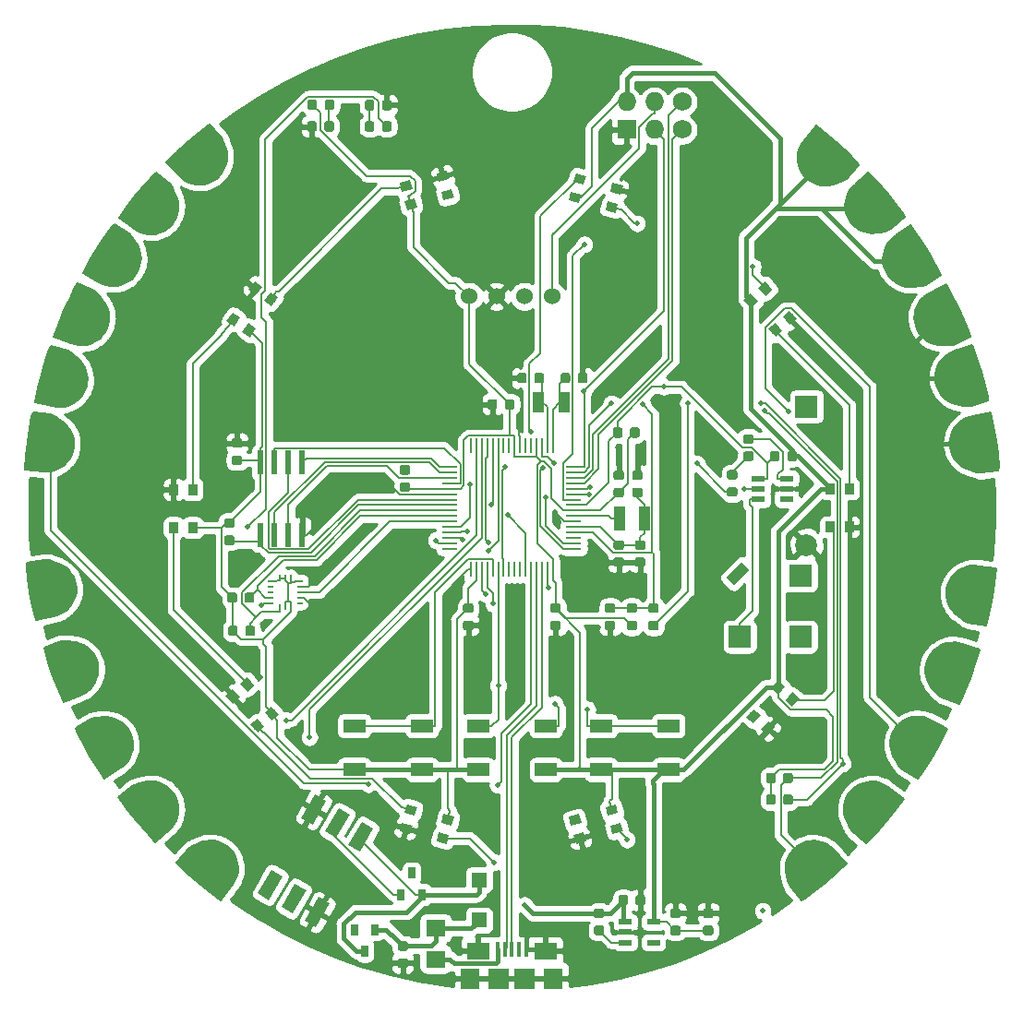
<source format=gtl>
G04 #@! TF.GenerationSoftware,KiCad,Pcbnew,(5.1.4-0-10_14)*
G04 #@! TF.CreationDate,2019-09-22T18:05:18-05:00*
G04 #@! TF.ProjectId,CircuitPythonBadge v1_2,43697263-7569-4745-9079-74686f6e4261,rev?*
G04 #@! TF.SameCoordinates,Original*
G04 #@! TF.FileFunction,Copper,L1,Top*
G04 #@! TF.FilePolarity,Positive*
%FSLAX46Y46*%
G04 Gerber Fmt 4.6, Leading zero omitted, Abs format (unit mm)*
G04 Created by KiCad (PCBNEW (5.1.4-0-10_14)) date 2019-09-22 18:05:18*
%MOMM*%
%LPD*%
G04 APERTURE LIST*
%ADD10C,0.127000*%
%ADD11R,1.800860X1.597660*%
%ADD12C,2.000000*%
%ADD13R,2.000000X2.000000*%
%ADD14C,1.250000*%
%ADD15C,4.213860*%
%ADD16R,1.727200X1.727200*%
%ADD17O,1.727200X1.727200*%
%ADD18C,1.727200*%
%ADD19C,1.198880*%
%ADD20C,0.100000*%
%ADD21C,0.875000*%
%ADD22R,1.399540X1.399540*%
%ADD23R,1.016000X2.199640*%
%ADD24C,0.848360*%
%ADD25R,0.848360X0.998220*%
%ADD26R,0.635000X1.016000*%
%ADD27R,0.599440X2.199640*%
%ADD28R,1.198880X0.548640*%
%ADD29R,0.497840X0.248920*%
%ADD30R,0.248920X0.497840*%
%ADD31R,1.798320X1.899920*%
%ADD32R,1.899920X1.899920*%
%ADD33R,2.098040X1.597660*%
%ADD34R,0.398780X1.348740*%
%ADD35R,1.099820X1.899920*%
%ADD36R,1.998980X1.998980*%
%ADD37C,0.998220*%
%ADD38R,0.280000X1.470000*%
%ADD39R,1.470000X0.280000*%
%ADD40C,1.524000*%
%ADD41R,1.998980X1.198880*%
%ADD42C,0.500000*%
%ADD43C,0.508000*%
%ADD44C,0.152400*%
%ADD45C,0.406400*%
%ADD46C,0.200000*%
%ADD47C,0.254000*%
G04 APERTURE END LIST*
D10*
G36*
X55969465Y-91620365D02*
G01*
X55775190Y-92681558D01*
X55589853Y-93940899D01*
X55465332Y-95205147D01*
X55365846Y-96536446D01*
X57012278Y-96674625D01*
X57376196Y-96691159D01*
X57735911Y-96658554D01*
X58086690Y-96573671D01*
X58422873Y-96440932D01*
X58736896Y-96259408D01*
X59022788Y-96036045D01*
X59274888Y-95775264D01*
X59485014Y-95481180D01*
X59652547Y-95158835D01*
X59771206Y-94817693D01*
X59842894Y-94463106D01*
X59859118Y-94101710D01*
X59826513Y-93741995D01*
X59741939Y-93388695D01*
X59609200Y-93052512D01*
X59427677Y-92738489D01*
X59204313Y-92452597D01*
X58943533Y-92200497D01*
X58649449Y-91990371D01*
X58334577Y-91782810D01*
X58080300Y-91623635D01*
X57717617Y-91451150D01*
X56078924Y-91249943D01*
X55969465Y-91620365D01*
G37*
X55969465Y-91620365D02*
X55775190Y-92681558D01*
X55589853Y-93940899D01*
X55465332Y-95205147D01*
X55365846Y-96536446D01*
X57012278Y-96674625D01*
X57376196Y-96691159D01*
X57735911Y-96658554D01*
X58086690Y-96573671D01*
X58422873Y-96440932D01*
X58736896Y-96259408D01*
X59022788Y-96036045D01*
X59274888Y-95775264D01*
X59485014Y-95481180D01*
X59652547Y-95158835D01*
X59771206Y-94817693D01*
X59842894Y-94463106D01*
X59859118Y-94101710D01*
X59826513Y-93741995D01*
X59741939Y-93388695D01*
X59609200Y-93052512D01*
X59427677Y-92738489D01*
X59204313Y-92452597D01*
X58943533Y-92200497D01*
X58649449Y-91990371D01*
X58334577Y-91782810D01*
X58080300Y-91623635D01*
X57717617Y-91451150D01*
X56078924Y-91249943D01*
X55969465Y-91620365D01*
G36*
X69493998Y-132835523D02*
G01*
X70278180Y-133576424D01*
X71233410Y-134417746D01*
X72225879Y-135210737D01*
X73288216Y-136019250D01*
X74300815Y-134713694D01*
X74512885Y-134417492D01*
X74681455Y-134098052D01*
X74801314Y-133757633D01*
X74873087Y-133403391D01*
X74891878Y-133041165D01*
X74860258Y-132679743D01*
X74778853Y-132326283D01*
X74646656Y-131989887D01*
X74467559Y-131673820D01*
X74246080Y-131388505D01*
X73987742Y-131135261D01*
X73693486Y-130924823D01*
X73374046Y-130756253D01*
X73031681Y-130634762D01*
X72677440Y-130562988D01*
X72315213Y-130544197D01*
X71953791Y-130575817D01*
X71600331Y-130657223D01*
X71263935Y-130789419D01*
X70918369Y-130940448D01*
X70646384Y-131067009D01*
X70304194Y-131277238D01*
X69242952Y-132541977D01*
X69493998Y-132835523D01*
G37*
X69493998Y-132835523D02*
X70278180Y-133576424D01*
X71233410Y-134417746D01*
X72225879Y-135210737D01*
X73288216Y-136019250D01*
X74300815Y-134713694D01*
X74512885Y-134417492D01*
X74681455Y-134098052D01*
X74801314Y-133757633D01*
X74873087Y-133403391D01*
X74891878Y-133041165D01*
X74860258Y-132679743D01*
X74778853Y-132326283D01*
X74646656Y-131989887D01*
X74467559Y-131673820D01*
X74246080Y-131388505D01*
X73987742Y-131135261D01*
X73693486Y-130924823D01*
X73374046Y-130756253D01*
X73031681Y-130634762D01*
X72677440Y-130562988D01*
X72315213Y-130544197D01*
X71953791Y-130575817D01*
X71600331Y-130657223D01*
X71263935Y-130789419D01*
X70918369Y-130940448D01*
X70646384Y-131067009D01*
X70304194Y-131277238D01*
X69242952Y-132541977D01*
X69493998Y-132835523D01*
G36*
X143629941Y-89804214D02*
G01*
X143375794Y-88755746D01*
X143032888Y-87529899D01*
X142632427Y-86324303D01*
X142181824Y-85067636D01*
X140621531Y-85611067D01*
X140282351Y-85743982D01*
X139966996Y-85920077D01*
X139681069Y-86140297D01*
X139427940Y-86398298D01*
X139214899Y-86691852D01*
X139044573Y-87012188D01*
X138920337Y-87352961D01*
X138847992Y-87707086D01*
X138826053Y-88069705D01*
X138856407Y-88429617D01*
X138935141Y-88782706D01*
X139067313Y-89119457D01*
X139243408Y-89434811D01*
X139464370Y-89723168D01*
X139722371Y-89976296D01*
X140015925Y-90189338D01*
X140336261Y-90359663D01*
X140677034Y-90483899D01*
X141031159Y-90556244D01*
X141403231Y-90617790D01*
X141700267Y-90659780D01*
X142101751Y-90669837D01*
X143680610Y-90187132D01*
X143629941Y-89804214D01*
G37*
X143629941Y-89804214D02*
X143375794Y-88755746D01*
X143032888Y-87529899D01*
X142632427Y-86324303D01*
X142181824Y-85067636D01*
X140621531Y-85611067D01*
X140282351Y-85743982D01*
X139966996Y-85920077D01*
X139681069Y-86140297D01*
X139427940Y-86398298D01*
X139214899Y-86691852D01*
X139044573Y-87012188D01*
X138920337Y-87352961D01*
X138847992Y-87707086D01*
X138826053Y-88069705D01*
X138856407Y-88429617D01*
X138935141Y-88782706D01*
X139067313Y-89119457D01*
X139243408Y-89434811D01*
X139464370Y-89723168D01*
X139722371Y-89976296D01*
X140015925Y-90189338D01*
X140336261Y-90359663D01*
X140677034Y-90483899D01*
X141031159Y-90556244D01*
X141403231Y-90617790D01*
X141700267Y-90659780D01*
X142101751Y-90669837D01*
X143680610Y-90187132D01*
X143629941Y-89804214D01*
G36*
X57554644Y-85504657D02*
G01*
X57214570Y-86528485D01*
X56855771Y-87749776D01*
X56556512Y-88984390D01*
X56272713Y-90288888D01*
X57883892Y-90654861D01*
X58241967Y-90721882D01*
X58602718Y-90739657D01*
X58961897Y-90704419D01*
X59313282Y-90619759D01*
X59649512Y-90483706D01*
X59963708Y-90302304D01*
X60249649Y-90079147D01*
X60498658Y-89817169D01*
X60709423Y-89521277D01*
X60874405Y-89199969D01*
X60994744Y-88858810D01*
X61061106Y-88503189D01*
X61078882Y-88142437D01*
X61044301Y-87780804D01*
X60959641Y-87429420D01*
X60823588Y-87093190D01*
X60642187Y-86778994D01*
X60419030Y-86493053D01*
X60157051Y-86244044D01*
X59874131Y-85994681D01*
X59644481Y-85801667D01*
X59309334Y-85580384D01*
X57714590Y-85153074D01*
X57554644Y-85504657D01*
G37*
X57554644Y-85504657D02*
X57214570Y-86528485D01*
X56855771Y-87749776D01*
X56556512Y-88984390D01*
X56272713Y-90288888D01*
X57883892Y-90654861D01*
X58241967Y-90721882D01*
X58602718Y-90739657D01*
X58961897Y-90704419D01*
X59313282Y-90619759D01*
X59649512Y-90483706D01*
X59963708Y-90302304D01*
X60249649Y-90079147D01*
X60498658Y-89817169D01*
X60709423Y-89521277D01*
X60874405Y-89199969D01*
X60994744Y-88858810D01*
X61061106Y-88503189D01*
X61078882Y-88142437D01*
X61044301Y-87780804D01*
X60959641Y-87429420D01*
X60823588Y-87093190D01*
X60642187Y-86778994D01*
X60419030Y-86493053D01*
X60157051Y-86244044D01*
X59874131Y-85994681D01*
X59644481Y-85801667D01*
X59309334Y-85580384D01*
X57714590Y-85153074D01*
X57554644Y-85504657D01*
G36*
X59940340Y-79759517D02*
G01*
X59461087Y-80726052D01*
X58935809Y-81885522D01*
X58467637Y-83066473D01*
X58005049Y-84318777D01*
X59549614Y-84905422D01*
X59894877Y-85021625D01*
X60249644Y-85089434D01*
X60610232Y-85104527D01*
X60969979Y-85069594D01*
X61321872Y-84981659D01*
X61658256Y-84845751D01*
X61972472Y-84664561D01*
X62255518Y-84439788D01*
X62505412Y-84176107D01*
X62713506Y-83880888D01*
X62880154Y-83559797D01*
X62995364Y-83216872D01*
X63063173Y-82862105D01*
X63079258Y-82499179D01*
X63044325Y-82139432D01*
X62956390Y-81787539D01*
X62820482Y-81451155D01*
X62639292Y-81136940D01*
X62414519Y-80853893D01*
X62169056Y-80567583D01*
X61968504Y-80344486D01*
X61667415Y-80078713D01*
X60147661Y-79433616D01*
X59940340Y-79759517D01*
G37*
X59940340Y-79759517D02*
X59461087Y-80726052D01*
X58935809Y-81885522D01*
X58467637Y-83066473D01*
X58005049Y-84318777D01*
X59549614Y-84905422D01*
X59894877Y-85021625D01*
X60249644Y-85089434D01*
X60610232Y-85104527D01*
X60969979Y-85069594D01*
X61321872Y-84981659D01*
X61658256Y-84845751D01*
X61972472Y-84664561D01*
X62255518Y-84439788D01*
X62505412Y-84176107D01*
X62713506Y-83880888D01*
X62880154Y-83559797D01*
X62995364Y-83216872D01*
X63063173Y-82862105D01*
X63079258Y-82499179D01*
X63044325Y-82139432D01*
X62956390Y-81787539D01*
X62820482Y-81451155D01*
X62639292Y-81136940D01*
X62414519Y-80853893D01*
X62169056Y-80567583D01*
X61968504Y-80344486D01*
X61667415Y-80078713D01*
X60147661Y-79433616D01*
X59940340Y-79759517D01*
G36*
X63291003Y-74261516D02*
G01*
X62666450Y-75141180D01*
X61966258Y-76204203D01*
X61319109Y-77297376D01*
X60666313Y-78461898D01*
X62100090Y-79282944D01*
X62422924Y-79451727D01*
X62762716Y-79574199D01*
X63116503Y-79645514D01*
X63477286Y-79667288D01*
X63838603Y-79635484D01*
X64192106Y-79553872D01*
X64530797Y-79424066D01*
X64845522Y-79246339D01*
X65133587Y-79024997D01*
X65385302Y-78765965D01*
X65600127Y-78474897D01*
X65767564Y-78154217D01*
X65890036Y-77814425D01*
X65962697Y-77458484D01*
X65984472Y-77097701D01*
X65952668Y-76736384D01*
X65871055Y-76382881D01*
X65741250Y-76044190D01*
X65563522Y-75729465D01*
X65365870Y-75408281D01*
X65202687Y-75156558D01*
X64946881Y-74846956D01*
X63546753Y-73972060D01*
X63291003Y-74261516D01*
G37*
X63291003Y-74261516D02*
X62666450Y-75141180D01*
X61966258Y-76204203D01*
X61319109Y-77297376D01*
X60666313Y-78461898D01*
X62100090Y-79282944D01*
X62422924Y-79451727D01*
X62762716Y-79574199D01*
X63116503Y-79645514D01*
X63477286Y-79667288D01*
X63838603Y-79635484D01*
X64192106Y-79553872D01*
X64530797Y-79424066D01*
X64845522Y-79246339D01*
X65133587Y-79024997D01*
X65385302Y-78765965D01*
X65600127Y-78474897D01*
X65767564Y-78154217D01*
X65890036Y-77814425D01*
X65962697Y-77458484D01*
X65984472Y-77097701D01*
X65952668Y-76736384D01*
X65871055Y-76382881D01*
X65741250Y-76044190D01*
X65563522Y-75729465D01*
X65365870Y-75408281D01*
X65202687Y-75156558D01*
X64946881Y-74846956D01*
X63546753Y-73972060D01*
X63291003Y-74261516D01*
G36*
X67093838Y-69502122D02*
G01*
X66366736Y-70299115D01*
X65542213Y-71268883D01*
X64766664Y-72275040D01*
X63976814Y-73351326D01*
X65299843Y-74340985D01*
X65599702Y-74547853D01*
X65922035Y-74710823D01*
X66264494Y-74824722D01*
X66619934Y-74890303D01*
X66982433Y-74902769D01*
X67343248Y-74864846D01*
X67695234Y-74777284D01*
X68029272Y-74639236D01*
X68342165Y-74454651D01*
X68623571Y-74228226D01*
X68872268Y-73965508D01*
X69077538Y-73667624D01*
X69240507Y-73345290D01*
X69356005Y-73000857D01*
X69421586Y-72645417D01*
X69434052Y-72282918D01*
X69396129Y-71922103D01*
X69308567Y-71570117D01*
X69170519Y-71236080D01*
X69013483Y-70893202D01*
X68882194Y-70623468D01*
X68666025Y-70284999D01*
X67382957Y-69245991D01*
X67093838Y-69502122D01*
G37*
X67093838Y-69502122D02*
X66366736Y-70299115D01*
X65542213Y-71268883D01*
X64766664Y-72275040D01*
X63976814Y-73351326D01*
X65299843Y-74340985D01*
X65599702Y-74547853D01*
X65922035Y-74710823D01*
X66264494Y-74824722D01*
X66619934Y-74890303D01*
X66982433Y-74902769D01*
X67343248Y-74864846D01*
X67695234Y-74777284D01*
X68029272Y-74639236D01*
X68342165Y-74454651D01*
X68623571Y-74228226D01*
X68872268Y-73965508D01*
X69077538Y-73667624D01*
X69240507Y-73345290D01*
X69356005Y-73000857D01*
X69421586Y-72645417D01*
X69434052Y-72282918D01*
X69396129Y-71922103D01*
X69308567Y-71570117D01*
X69170519Y-71236080D01*
X69013483Y-70893202D01*
X68882194Y-70623468D01*
X68666025Y-70284999D01*
X67382957Y-69245991D01*
X67093838Y-69502122D01*
G36*
X71992927Y-65011790D02*
G01*
X71150100Y-65685227D01*
X70184023Y-66514071D01*
X69260625Y-67386518D01*
X68312131Y-68325994D01*
X69464055Y-69510436D01*
X69727860Y-69761666D01*
X70020731Y-69973053D01*
X70341156Y-70139122D01*
X70681961Y-70259498D01*
X71038047Y-70328518D01*
X71400352Y-70347506D01*
X71761702Y-70316085D01*
X72113223Y-70231992D01*
X72451139Y-70098626D01*
X72764502Y-69919011D01*
X73051235Y-69698432D01*
X73300577Y-69436327D01*
X73511964Y-69143456D01*
X73679921Y-68821331D01*
X73800297Y-68480526D01*
X73869317Y-68124440D01*
X73888305Y-67762135D01*
X73856884Y-67400785D01*
X73772791Y-67049264D01*
X73671326Y-66686042D01*
X73583849Y-66399091D01*
X73423290Y-66030973D01*
X72318555Y-64804041D01*
X71992927Y-65011790D01*
G37*
X71992927Y-65011790D02*
X71150100Y-65685227D01*
X70184023Y-66514071D01*
X69260625Y-67386518D01*
X68312131Y-68325994D01*
X69464055Y-69510436D01*
X69727860Y-69761666D01*
X70020731Y-69973053D01*
X70341156Y-70139122D01*
X70681961Y-70259498D01*
X71038047Y-70328518D01*
X71400352Y-70347506D01*
X71761702Y-70316085D01*
X72113223Y-70231992D01*
X72451139Y-70098626D01*
X72764502Y-69919011D01*
X73051235Y-69698432D01*
X73300577Y-69436327D01*
X73511964Y-69143456D01*
X73679921Y-68821331D01*
X73800297Y-68480526D01*
X73869317Y-68124440D01*
X73888305Y-67762135D01*
X73856884Y-67400785D01*
X73772791Y-67049264D01*
X73671326Y-66686042D01*
X73583849Y-66399091D01*
X73423290Y-66030973D01*
X72318555Y-64804041D01*
X71992927Y-65011790D01*
G36*
X141206243Y-117676539D02*
G01*
X141634255Y-116686246D01*
X142098132Y-115500874D01*
X142503855Y-114297040D01*
X142900269Y-113022241D01*
X141327118Y-112517237D01*
X140976247Y-112419263D01*
X140618417Y-112370114D01*
X140257533Y-112373914D01*
X139900107Y-112427626D01*
X139553299Y-112533857D01*
X139224488Y-112687184D01*
X138920187Y-112884571D01*
X138649291Y-113123849D01*
X138413541Y-113400247D01*
X138221182Y-113705952D01*
X138071567Y-114035325D01*
X137974463Y-114383809D01*
X137925314Y-114741639D01*
X137928245Y-115104909D01*
X137981957Y-115462335D01*
X138088188Y-115809144D01*
X138241515Y-116137954D01*
X138438901Y-116442256D01*
X138678180Y-116713151D01*
X138938291Y-116986222D01*
X139150244Y-117198518D01*
X139464830Y-117448168D01*
X141016263Y-118012844D01*
X141206243Y-117676539D01*
G37*
X141206243Y-117676539D02*
X141634255Y-116686246D01*
X142098132Y-115500874D01*
X142503855Y-114297040D01*
X142900269Y-113022241D01*
X141327118Y-112517237D01*
X140976247Y-112419263D01*
X140618417Y-112370114D01*
X140257533Y-112373914D01*
X139900107Y-112427626D01*
X139553299Y-112533857D01*
X139224488Y-112687184D01*
X138920187Y-112884571D01*
X138649291Y-113123849D01*
X138413541Y-113400247D01*
X138221182Y-113705952D01*
X138071567Y-114035325D01*
X137974463Y-114383809D01*
X137925314Y-114741639D01*
X137928245Y-115104909D01*
X137981957Y-115462335D01*
X138088188Y-115809144D01*
X138241515Y-116137954D01*
X138438901Y-116442256D01*
X138678180Y-116713151D01*
X138938291Y-116986222D01*
X139150244Y-117198518D01*
X139464830Y-117448168D01*
X141016263Y-118012844D01*
X141206243Y-117676539D01*
G36*
X143593425Y-110454872D02*
G01*
X143842973Y-109405300D01*
X144093964Y-108157386D01*
X144284480Y-106901387D01*
X144453505Y-105577119D01*
X142816560Y-105352962D01*
X142454007Y-105317405D01*
X142093079Y-105331139D01*
X141738338Y-105397547D01*
X141395669Y-105512510D01*
X141072576Y-105677350D01*
X140775386Y-105885445D01*
X140509983Y-106132674D01*
X140284753Y-106415358D01*
X140100580Y-106728494D01*
X139964229Y-107062958D01*
X139874082Y-107413307D01*
X139838967Y-107773359D01*
X139852701Y-108134287D01*
X139918668Y-108491530D01*
X140033631Y-108834199D01*
X140198471Y-109157291D01*
X140406566Y-109454482D01*
X140653795Y-109719885D01*
X140936479Y-109945114D01*
X141240056Y-110168869D01*
X141485654Y-110341134D01*
X141838812Y-110532364D01*
X143464730Y-110819057D01*
X143593425Y-110454872D01*
G37*
X143593425Y-110454872D02*
X143842973Y-109405300D01*
X144093964Y-108157386D01*
X144284480Y-106901387D01*
X144453505Y-105577119D01*
X142816560Y-105352962D01*
X142454007Y-105317405D01*
X142093079Y-105331139D01*
X141738338Y-105397547D01*
X141395669Y-105512510D01*
X141072576Y-105677350D01*
X140775386Y-105885445D01*
X140509983Y-106132674D01*
X140284753Y-106415358D01*
X140100580Y-106728494D01*
X139964229Y-107062958D01*
X139874082Y-107413307D01*
X139838967Y-107773359D01*
X139852701Y-108134287D01*
X139918668Y-108491530D01*
X140033631Y-108834199D01*
X140198471Y-109157291D01*
X140406566Y-109454482D01*
X140653795Y-109719885D01*
X140936479Y-109945114D01*
X141240056Y-110168869D01*
X141485654Y-110341134D01*
X141838812Y-110532364D01*
X143464730Y-110819057D01*
X143593425Y-110454872D01*
G36*
X137484955Y-124550727D02*
G01*
X138078427Y-123649802D01*
X138741094Y-122562990D01*
X139349697Y-121447898D01*
X139961455Y-120261303D01*
X138499897Y-119490795D01*
X138171369Y-119333382D01*
X137827510Y-119222843D01*
X137471449Y-119163919D01*
X137110126Y-119154748D01*
X136750140Y-119199143D01*
X136399700Y-119293043D01*
X136065745Y-119434590D01*
X135757415Y-119623193D01*
X135477250Y-119854453D01*
X135234729Y-120122112D01*
X135030192Y-120420500D01*
X134874049Y-120746828D01*
X134763510Y-121090687D01*
X134703315Y-121448947D01*
X134694145Y-121810270D01*
X134738540Y-122170257D01*
X134832440Y-122520697D01*
X134973986Y-122854652D01*
X135162589Y-123162981D01*
X135371330Y-123477072D01*
X135543198Y-123722947D01*
X135809654Y-124023432D01*
X137239462Y-124848932D01*
X137484955Y-124550727D01*
G37*
X137484955Y-124550727D02*
X138078427Y-123649802D01*
X138741094Y-122562990D01*
X139349697Y-121447898D01*
X139961455Y-120261303D01*
X138499897Y-119490795D01*
X138171369Y-119333382D01*
X137827510Y-119222843D01*
X137471449Y-119163919D01*
X137110126Y-119154748D01*
X136750140Y-119199143D01*
X136399700Y-119293043D01*
X136065745Y-119434590D01*
X135757415Y-119623193D01*
X135477250Y-119854453D01*
X135234729Y-120122112D01*
X135030192Y-120420500D01*
X134874049Y-120746828D01*
X134763510Y-121090687D01*
X134703315Y-121448947D01*
X134694145Y-121810270D01*
X134738540Y-122170257D01*
X134832440Y-122520697D01*
X134973986Y-122854652D01*
X135162589Y-123162981D01*
X135371330Y-123477072D01*
X135543198Y-123722947D01*
X135809654Y-124023432D01*
X137239462Y-124848932D01*
X137484955Y-124550727D01*
G36*
X64133218Y-126905859D02*
G01*
X64776830Y-127771675D01*
X65571454Y-128766090D01*
X66411144Y-129719374D01*
X67316945Y-130700077D01*
X68540867Y-129590191D01*
X68801150Y-129335314D01*
X69022629Y-129049999D01*
X69199781Y-128735565D01*
X69331977Y-128399169D01*
X69413383Y-128045709D01*
X69445003Y-127684287D01*
X69426212Y-127322060D01*
X69354438Y-126967819D01*
X69232947Y-126625454D01*
X69064377Y-126306014D01*
X68853939Y-126011758D01*
X68600695Y-125753420D01*
X68315380Y-125531941D01*
X67999313Y-125352844D01*
X67662917Y-125220647D01*
X67309457Y-125139242D01*
X66948035Y-125107622D01*
X66585809Y-125126413D01*
X66231567Y-125198186D01*
X65865025Y-125286913D01*
X65575196Y-125364322D01*
X65201699Y-125511937D01*
X63936959Y-126573179D01*
X64133218Y-126905859D01*
G37*
X64133218Y-126905859D02*
X64776830Y-127771675D01*
X65571454Y-128766090D01*
X66411144Y-129719374D01*
X67316945Y-130700077D01*
X68540867Y-129590191D01*
X68801150Y-129335314D01*
X69022629Y-129049999D01*
X69199781Y-128735565D01*
X69331977Y-128399169D01*
X69413383Y-128045709D01*
X69445003Y-127684287D01*
X69426212Y-127322060D01*
X69354438Y-126967819D01*
X69232947Y-126625454D01*
X69064377Y-126306014D01*
X68853939Y-126011758D01*
X68600695Y-125753420D01*
X68315380Y-125531941D01*
X67999313Y-125352844D01*
X67662917Y-125220647D01*
X67309457Y-125139242D01*
X66948035Y-125107622D01*
X66585809Y-125126413D01*
X66231567Y-125198186D01*
X65865025Y-125286913D01*
X65575196Y-125364322D01*
X65201699Y-125511937D01*
X63936959Y-126573179D01*
X64133218Y-126905859D01*
G36*
X60125545Y-120535273D02*
G01*
X60609033Y-121499698D01*
X61218906Y-122616990D01*
X61880303Y-123701602D01*
X62602045Y-124824697D01*
X64000103Y-123944205D01*
X64300691Y-123738398D01*
X64568350Y-123495877D01*
X64797411Y-123216981D01*
X64986014Y-122908652D01*
X65127560Y-122574697D01*
X65221460Y-122224257D01*
X65265855Y-121864270D01*
X65256685Y-121502947D01*
X65196490Y-121144687D01*
X65085951Y-120800828D01*
X64929808Y-120474500D01*
X64725271Y-120176112D01*
X64482750Y-119908453D01*
X64202585Y-119677193D01*
X63894255Y-119488590D01*
X63560300Y-119347043D01*
X63209860Y-119253143D01*
X62849874Y-119208748D01*
X62488551Y-119217919D01*
X62112170Y-119241648D01*
X61813302Y-119267553D01*
X61419846Y-119348068D01*
X59990038Y-120173568D01*
X60125545Y-120535273D01*
G37*
X60125545Y-120535273D02*
X60609033Y-121499698D01*
X61218906Y-122616990D01*
X61880303Y-123701602D01*
X62602045Y-124824697D01*
X64000103Y-123944205D01*
X64300691Y-123738398D01*
X64568350Y-123495877D01*
X64797411Y-123216981D01*
X64986014Y-122908652D01*
X65127560Y-122574697D01*
X65221460Y-122224257D01*
X65265855Y-121864270D01*
X65256685Y-121502947D01*
X65196490Y-121144687D01*
X65085951Y-120800828D01*
X64929808Y-120474500D01*
X64725271Y-120176112D01*
X64482750Y-119908453D01*
X64202585Y-119677193D01*
X63894255Y-119488590D01*
X63560300Y-119347043D01*
X63209860Y-119253143D01*
X62849874Y-119208748D01*
X62488551Y-119217919D01*
X62112170Y-119241648D01*
X61813302Y-119267553D01*
X61419846Y-119348068D01*
X59990038Y-120173568D01*
X60125545Y-120535273D01*
G36*
X57187004Y-113186923D02*
G01*
X57495676Y-114220653D01*
X57902268Y-115426874D01*
X58365276Y-116609859D01*
X58881030Y-117841221D01*
X60410744Y-117216875D01*
X60742504Y-117066392D01*
X61048209Y-116874033D01*
X61322220Y-116639151D01*
X61561499Y-116368256D01*
X61758885Y-116063954D01*
X61912212Y-115735144D01*
X62018443Y-115388335D01*
X62072155Y-115030909D01*
X62075086Y-114667639D01*
X62025937Y-114309809D01*
X61928833Y-113961325D01*
X61779218Y-113631952D01*
X61586859Y-113326247D01*
X61351109Y-113049849D01*
X61080213Y-112810571D01*
X60775912Y-112613184D01*
X60447101Y-112459857D01*
X60100293Y-112353626D01*
X59742867Y-112299914D01*
X59368083Y-112257925D01*
X59069257Y-112231538D01*
X58667798Y-112242507D01*
X57116365Y-112807182D01*
X57187004Y-113186923D01*
G37*
X57187004Y-113186923D02*
X57495676Y-114220653D01*
X57902268Y-115426874D01*
X58365276Y-116609859D01*
X58881030Y-117841221D01*
X60410744Y-117216875D01*
X60742504Y-117066392D01*
X61048209Y-116874033D01*
X61322220Y-116639151D01*
X61561499Y-116368256D01*
X61758885Y-116063954D01*
X61912212Y-115735144D01*
X62018443Y-115388335D01*
X62072155Y-115030909D01*
X62075086Y-114667639D01*
X62025937Y-114309809D01*
X61928833Y-113961325D01*
X61779218Y-113631952D01*
X61586859Y-113326247D01*
X61351109Y-113049849D01*
X61080213Y-112810571D01*
X60775912Y-112613184D01*
X60447101Y-112459857D01*
X60100293Y-112353626D01*
X59742867Y-112299914D01*
X59368083Y-112257925D01*
X59069257Y-112231538D01*
X58667798Y-112242507D01*
X57116365Y-112807182D01*
X57187004Y-113186923D01*
G36*
X55498602Y-105439261D02*
G01*
X55623079Y-106510886D01*
X55814036Y-107769386D01*
X56064586Y-109014799D01*
X56358681Y-110317013D01*
X57973572Y-109967785D01*
X58326422Y-109877197D01*
X58660887Y-109740846D01*
X58971521Y-109557114D01*
X59254205Y-109331885D01*
X59501434Y-109066482D01*
X59709529Y-108769291D01*
X59874369Y-108446199D01*
X59989332Y-108103530D01*
X60055299Y-107746287D01*
X60069033Y-107385359D01*
X60033918Y-107025307D01*
X59943771Y-106674958D01*
X59807420Y-106340494D01*
X59623247Y-106027358D01*
X59398017Y-105744674D01*
X59132614Y-105497445D01*
X58835424Y-105289350D01*
X58512331Y-105124510D01*
X58169662Y-105009547D01*
X57807864Y-104903116D01*
X57518160Y-104825240D01*
X57120895Y-104766329D01*
X55494977Y-105053022D01*
X55498602Y-105439261D01*
G37*
X55498602Y-105439261D02*
X55623079Y-106510886D01*
X55814036Y-107769386D01*
X56064586Y-109014799D01*
X56358681Y-110317013D01*
X57973572Y-109967785D01*
X58326422Y-109877197D01*
X58660887Y-109740846D01*
X58971521Y-109557114D01*
X59254205Y-109331885D01*
X59501434Y-109066482D01*
X59709529Y-108769291D01*
X59874369Y-108446199D01*
X59989332Y-108103530D01*
X60055299Y-107746287D01*
X60069033Y-107385359D01*
X60033918Y-107025307D01*
X59943771Y-106674958D01*
X59807420Y-106340494D01*
X59623247Y-106027358D01*
X59398017Y-105744674D01*
X59132614Y-105497445D01*
X58835424Y-105289350D01*
X58512331Y-105124510D01*
X58169662Y-105009547D01*
X57807864Y-104903116D01*
X57518160Y-104825240D01*
X57120895Y-104766329D01*
X55494977Y-105053022D01*
X55498602Y-105439261D01*
G36*
X139209087Y-78300494D02*
G01*
X138692237Y-77353530D01*
X138043742Y-76258203D01*
X137344896Y-75197334D01*
X136584397Y-74100112D01*
X135217920Y-75028860D01*
X134924698Y-75245031D01*
X134665666Y-75496746D01*
X134446478Y-75783465D01*
X134268750Y-76098190D01*
X134138945Y-76436881D01*
X134057332Y-76790384D01*
X134025528Y-77151701D01*
X134047303Y-77512484D01*
X134119964Y-77868425D01*
X134242436Y-78208217D01*
X134409873Y-78528897D01*
X134624698Y-78819965D01*
X134876413Y-79078997D01*
X135164478Y-79300339D01*
X135479203Y-79478066D01*
X135817894Y-79607872D01*
X136171397Y-79689484D01*
X136532714Y-79721288D01*
X136893497Y-79699514D01*
X137268820Y-79662663D01*
X137566602Y-79626344D01*
X137957008Y-79532147D01*
X139357136Y-78657250D01*
X139209087Y-78300494D01*
G37*
X139209087Y-78300494D02*
X138692237Y-77353530D01*
X138043742Y-76258203D01*
X137344896Y-75197334D01*
X136584397Y-74100112D01*
X135217920Y-75028860D01*
X134924698Y-75245031D01*
X134665666Y-75496746D01*
X134446478Y-75783465D01*
X134268750Y-76098190D01*
X134138945Y-76436881D01*
X134057332Y-76790384D01*
X134025528Y-77151701D01*
X134047303Y-77512484D01*
X134119964Y-77868425D01*
X134242436Y-78208217D01*
X134409873Y-78528897D01*
X134624698Y-78819965D01*
X134876413Y-79078997D01*
X135164478Y-79300339D01*
X135479203Y-79478066D01*
X135817894Y-79607872D01*
X136171397Y-79689484D01*
X136532714Y-79721288D01*
X136893497Y-79699514D01*
X137268820Y-79662663D01*
X137566602Y-79626344D01*
X137957008Y-79532147D01*
X139357136Y-78657250D01*
X139209087Y-78300494D01*
G36*
X135866982Y-72993641D02*
G01*
X135223370Y-72127825D01*
X134428746Y-71133410D01*
X133589056Y-70180126D01*
X132683255Y-69199423D01*
X131459333Y-70309309D01*
X131199050Y-70564186D01*
X130977571Y-70849501D01*
X130800419Y-71163935D01*
X130668223Y-71500331D01*
X130586817Y-71853791D01*
X130555197Y-72215213D01*
X130573988Y-72577440D01*
X130645762Y-72931681D01*
X130767253Y-73274046D01*
X130935823Y-73593486D01*
X131146261Y-73887742D01*
X131399505Y-74146080D01*
X131684820Y-74367559D01*
X132000887Y-74546656D01*
X132337283Y-74678853D01*
X132690743Y-74760258D01*
X133052165Y-74791878D01*
X133414391Y-74773087D01*
X133768633Y-74701314D01*
X134135175Y-74612587D01*
X134425004Y-74535178D01*
X134798501Y-74387563D01*
X136063241Y-73326321D01*
X135866982Y-72993641D01*
G37*
X135866982Y-72993641D02*
X135223370Y-72127825D01*
X134428746Y-71133410D01*
X133589056Y-70180126D01*
X132683255Y-69199423D01*
X131459333Y-70309309D01*
X131199050Y-70564186D01*
X130977571Y-70849501D01*
X130800419Y-71163935D01*
X130668223Y-71500331D01*
X130586817Y-71853791D01*
X130555197Y-72215213D01*
X130573988Y-72577440D01*
X130645762Y-72931681D01*
X130767253Y-73274046D01*
X130935823Y-73593486D01*
X131146261Y-73887742D01*
X131399505Y-74146080D01*
X131684820Y-74367559D01*
X132000887Y-74546656D01*
X132337283Y-74678853D01*
X132690743Y-74760258D01*
X133052165Y-74791878D01*
X133414391Y-74773087D01*
X133768633Y-74701314D01*
X134135175Y-74612587D01*
X134425004Y-74535178D01*
X134798501Y-74387563D01*
X136063241Y-73326321D01*
X135866982Y-72993641D01*
G36*
X144642268Y-96173135D02*
G01*
X144555266Y-95097819D01*
X144408346Y-93833421D01*
X144201413Y-92580022D01*
X143952944Y-91268337D01*
X142326849Y-91560994D01*
X141971052Y-91639213D01*
X141632033Y-91763808D01*
X141315176Y-91936587D01*
X141024803Y-92151814D01*
X140768462Y-92408427D01*
X140550122Y-92698174D01*
X140374107Y-93015317D01*
X140247256Y-93353765D01*
X140168861Y-93708487D01*
X140142539Y-94068716D01*
X140165067Y-94429775D01*
X140242932Y-94783056D01*
X140367527Y-95122075D01*
X140540660Y-95441448D01*
X140755887Y-95731820D01*
X141012500Y-95988161D01*
X141302247Y-96206501D01*
X141619390Y-96382516D01*
X141957838Y-96509368D01*
X142315701Y-96628361D01*
X142602511Y-96716300D01*
X142997478Y-96789040D01*
X144632411Y-96559265D01*
X144642268Y-96173135D01*
G37*
X144642268Y-96173135D02*
X144555266Y-95097819D01*
X144408346Y-93833421D01*
X144201413Y-92580022D01*
X143952944Y-91268337D01*
X142326849Y-91560994D01*
X141971052Y-91639213D01*
X141632033Y-91763808D01*
X141315176Y-91936587D01*
X141024803Y-92151814D01*
X140768462Y-92408427D01*
X140550122Y-92698174D01*
X140374107Y-93015317D01*
X140247256Y-93353765D01*
X140168861Y-93708487D01*
X140142539Y-94068716D01*
X140165067Y-94429775D01*
X140242932Y-94783056D01*
X140367527Y-95122075D01*
X140540660Y-95441448D01*
X140755887Y-95731820D01*
X141012500Y-95988161D01*
X141302247Y-96206501D01*
X141619390Y-96382516D01*
X141957838Y-96509368D01*
X142315701Y-96628361D01*
X142602511Y-96716300D01*
X142997478Y-96789040D01*
X144632411Y-96559265D01*
X144642268Y-96173135D01*
G36*
X131605611Y-68262035D02*
G01*
X130847763Y-67494218D01*
X129922477Y-66620071D01*
X128958288Y-65792927D01*
X127924814Y-64947831D01*
X126867269Y-66217253D01*
X126644991Y-66505873D01*
X126465375Y-66819236D01*
X126333709Y-67155264D01*
X126249616Y-67506785D01*
X126218195Y-67868135D01*
X126237183Y-68230440D01*
X126306203Y-68586526D01*
X126426579Y-68927331D01*
X126594536Y-69249456D01*
X126805923Y-69542327D01*
X127055265Y-69804432D01*
X127341998Y-70025011D01*
X127655361Y-70204626D01*
X127993277Y-70337992D01*
X128344798Y-70422085D01*
X128706148Y-70453506D01*
X129068453Y-70434518D01*
X129424539Y-70365498D01*
X129765344Y-70245122D01*
X130115970Y-70106246D01*
X130392206Y-69989254D01*
X130741524Y-69791095D01*
X131846259Y-68564163D01*
X131605611Y-68262035D01*
G37*
X131605611Y-68262035D02*
X130847763Y-67494218D01*
X129922477Y-66620071D01*
X128958288Y-65792927D01*
X127924814Y-64947831D01*
X126867269Y-66217253D01*
X126644991Y-66505873D01*
X126465375Y-66819236D01*
X126333709Y-67155264D01*
X126249616Y-67506785D01*
X126218195Y-67868135D01*
X126237183Y-68230440D01*
X126306203Y-68586526D01*
X126426579Y-68927331D01*
X126594536Y-69249456D01*
X126805923Y-69542327D01*
X127055265Y-69804432D01*
X127341998Y-70025011D01*
X127655361Y-70204626D01*
X127993277Y-70337992D01*
X128344798Y-70422085D01*
X128706148Y-70453506D01*
X129068453Y-70434518D01*
X129424539Y-70365498D01*
X129765344Y-70245122D01*
X130115970Y-70106246D01*
X130392206Y-69989254D01*
X130741524Y-69791095D01*
X131846259Y-68564163D01*
X131605611Y-68262035D01*
G36*
X141934963Y-83970620D02*
G01*
X141537371Y-82967726D01*
X141027197Y-81801532D01*
X140462847Y-80663402D01*
X139841735Y-79481677D01*
X138372257Y-80236971D01*
X138054876Y-80415796D01*
X137767099Y-80634066D01*
X137514602Y-80891936D01*
X137299844Y-81182655D01*
X137129730Y-81503002D01*
X137005645Y-81843925D01*
X136930044Y-82198672D01*
X136907688Y-82559420D01*
X136936429Y-82921563D01*
X137016578Y-83273748D01*
X137143686Y-83612443D01*
X137321438Y-83927522D01*
X137539708Y-84215299D01*
X137798652Y-84470098D01*
X138089371Y-84684856D01*
X138409718Y-84854970D01*
X138750640Y-84979055D01*
X139105388Y-85054656D01*
X139466135Y-85077012D01*
X139843152Y-85086177D01*
X140143140Y-85086419D01*
X140542116Y-85040502D01*
X142038430Y-84342759D01*
X141934963Y-83970620D01*
G37*
X141934963Y-83970620D02*
X141537371Y-82967726D01*
X141027197Y-81801532D01*
X140462847Y-80663402D01*
X139841735Y-79481677D01*
X138372257Y-80236971D01*
X138054876Y-80415796D01*
X137767099Y-80634066D01*
X137514602Y-80891936D01*
X137299844Y-81182655D01*
X137129730Y-81503002D01*
X137005645Y-81843925D01*
X136930044Y-82198672D01*
X136907688Y-82559420D01*
X136936429Y-82921563D01*
X137016578Y-83273748D01*
X137143686Y-83612443D01*
X137321438Y-83927522D01*
X137539708Y-84215299D01*
X137798652Y-84470098D01*
X138089371Y-84684856D01*
X138409718Y-84854970D01*
X138750640Y-84979055D01*
X139105388Y-85054656D01*
X139466135Y-85077012D01*
X139843152Y-85086177D01*
X140143140Y-85086419D01*
X140542116Y-85040502D01*
X142038430Y-84342759D01*
X141934963Y-83970620D01*
G36*
X126905859Y-135866982D02*
G01*
X127771675Y-135223370D01*
X128766090Y-134428746D01*
X129719374Y-133589056D01*
X130700077Y-132683255D01*
X129590191Y-131459333D01*
X129335314Y-131199050D01*
X129049999Y-130977571D01*
X128735565Y-130800419D01*
X128399169Y-130668223D01*
X128045709Y-130586817D01*
X127684287Y-130555197D01*
X127322060Y-130573988D01*
X126967819Y-130645762D01*
X126625454Y-130767253D01*
X126306014Y-130935823D01*
X126011758Y-131146261D01*
X125753420Y-131399505D01*
X125531941Y-131684820D01*
X125352844Y-132000887D01*
X125220647Y-132337283D01*
X125139242Y-132690743D01*
X125107622Y-133052165D01*
X125126413Y-133414391D01*
X125198186Y-133768633D01*
X125286913Y-134135175D01*
X125364322Y-134425004D01*
X125511937Y-134798501D01*
X126573179Y-136063241D01*
X126905859Y-135866982D01*
G37*
X126905859Y-135866982D02*
X127771675Y-135223370D01*
X128766090Y-134428746D01*
X129719374Y-133589056D01*
X130700077Y-132683255D01*
X129590191Y-131459333D01*
X129335314Y-131199050D01*
X129049999Y-130977571D01*
X128735565Y-130800419D01*
X128399169Y-130668223D01*
X128045709Y-130586817D01*
X127684287Y-130555197D01*
X127322060Y-130573988D01*
X126967819Y-130645762D01*
X126625454Y-130767253D01*
X126306014Y-130935823D01*
X126011758Y-131146261D01*
X125753420Y-131399505D01*
X125531941Y-131684820D01*
X125352844Y-132000887D01*
X125220647Y-132337283D01*
X125139242Y-132690743D01*
X125107622Y-133052165D01*
X125126413Y-133414391D01*
X125198186Y-133768633D01*
X125286913Y-134135175D01*
X125364322Y-134425004D01*
X125511937Y-134798501D01*
X126573179Y-136063241D01*
X126905859Y-135866982D01*
G36*
X132735523Y-130532502D02*
G01*
X133476424Y-129748320D01*
X134317746Y-128793090D01*
X135110737Y-127800621D01*
X135919250Y-126738284D01*
X134613694Y-125725685D01*
X134317492Y-125513615D01*
X133998052Y-125345045D01*
X133657633Y-125225186D01*
X133303391Y-125153413D01*
X132941165Y-125134622D01*
X132579743Y-125166242D01*
X132226283Y-125247647D01*
X131889887Y-125379844D01*
X131573820Y-125558941D01*
X131288505Y-125780420D01*
X131035261Y-126038758D01*
X130824823Y-126333014D01*
X130656253Y-126652454D01*
X130534762Y-126994819D01*
X130462988Y-127349060D01*
X130444197Y-127711287D01*
X130475817Y-128072709D01*
X130557223Y-128426169D01*
X130689419Y-128762565D01*
X130840448Y-129108131D01*
X130967009Y-129380116D01*
X131177238Y-129722306D01*
X132441977Y-130783548D01*
X132735523Y-130532502D01*
G37*
X132735523Y-130532502D02*
X133476424Y-129748320D01*
X134317746Y-128793090D01*
X135110737Y-127800621D01*
X135919250Y-126738284D01*
X134613694Y-125725685D01*
X134317492Y-125513615D01*
X133998052Y-125345045D01*
X133657633Y-125225186D01*
X133303391Y-125153413D01*
X132941165Y-125134622D01*
X132579743Y-125166242D01*
X132226283Y-125247647D01*
X131889887Y-125379844D01*
X131573820Y-125558941D01*
X131288505Y-125780420D01*
X131035261Y-126038758D01*
X130824823Y-126333014D01*
X130656253Y-126652454D01*
X130534762Y-126994819D01*
X130462988Y-127349060D01*
X130444197Y-127711287D01*
X130475817Y-128072709D01*
X130557223Y-128426169D01*
X130689419Y-128762565D01*
X130840448Y-129108131D01*
X130967009Y-129380116D01*
X131177238Y-129722306D01*
X132441977Y-130783548D01*
X132735523Y-130532502D01*
D11*
X93000000Y-141419860D03*
X93000000Y-138580140D03*
D12*
X127020000Y-103400000D03*
D13*
X127020000Y-90700000D03*
D14*
X56694830Y-91965336D03*
D15*
X57699987Y-94199990D03*
D14*
X70178377Y-132415066D03*
D15*
X72599964Y-132789151D03*
D14*
X142826975Y-89784100D03*
D15*
X140999803Y-88151475D03*
D14*
X58224939Y-85947222D03*
D15*
X58909310Y-88300020D03*
D14*
X60542519Y-80291062D03*
D15*
X60892784Y-82716209D03*
D14*
X63802616Y-74880719D03*
D15*
X63769192Y-77330801D03*
D14*
X67526175Y-70179059D03*
D15*
X67194410Y-72606805D03*
D14*
X72314046Y-65748025D03*
D15*
X71606582Y-68093982D03*
D14*
X140577070Y-117177238D03*
D15*
X140100364Y-114773746D03*
D14*
X142887108Y-110072411D03*
D15*
X142000282Y-107788213D03*
D14*
X136952043Y-123949756D03*
D15*
X136899941Y-121500000D03*
D14*
X64880212Y-126610630D03*
D15*
X67200049Y-127399536D03*
D14*
X60912457Y-120374244D03*
D15*
X63060059Y-121554000D03*
D14*
X57989923Y-113164986D03*
D15*
X59900036Y-114699746D03*
D14*
X56293132Y-105557082D03*
D15*
X57907718Y-107400213D03*
D14*
X138428275Y-78488888D03*
D15*
X136240808Y-77384801D03*
D14*
X135119988Y-73288870D03*
D15*
X132800151Y-72499964D03*
D14*
X143852334Y-96027657D03*
D15*
X142303056Y-94129300D03*
D14*
X130906974Y-68658352D03*
D15*
X128499918Y-68199982D03*
D14*
X141137012Y-84062453D03*
D15*
X139100404Y-82700010D03*
D14*
X126610630Y-135119988D03*
D15*
X127399536Y-132800151D03*
D14*
X132315066Y-129848123D03*
D15*
X132689151Y-127426536D03*
D16*
X110520000Y-65290000D03*
D17*
X110520000Y-62750000D03*
X113060000Y-65290000D03*
X113060000Y-62750000D03*
D18*
X115600000Y-65290000D03*
X115600000Y-62750000D03*
D19*
X77836511Y-134612655D03*
D20*
G36*
X76692541Y-135395190D02*
G01*
X77942221Y-133230680D01*
X78980481Y-133830120D01*
X77730801Y-135994630D01*
X76692541Y-135395190D01*
X76692541Y-135395190D01*
G37*
D19*
X80001020Y-135862335D03*
D20*
G36*
X78857050Y-136644870D02*
G01*
X80106730Y-134480360D01*
X81144990Y-135079800D01*
X79895310Y-137244310D01*
X78857050Y-136644870D01*
X78857050Y-136644870D01*
G37*
D19*
X82165529Y-137112015D03*
D20*
G36*
X81021559Y-137894550D02*
G01*
X82271239Y-135730040D01*
X83309499Y-136329480D01*
X82059819Y-138493990D01*
X81021559Y-137894550D01*
X81021559Y-137894550D01*
G37*
D19*
X86163489Y-130187345D03*
D20*
G36*
X85019519Y-130969880D02*
G01*
X86269199Y-128805370D01*
X87307459Y-129404810D01*
X86057779Y-131569320D01*
X85019519Y-130969880D01*
X85019519Y-130969880D01*
G37*
D19*
X83998980Y-128937665D03*
D20*
G36*
X82855010Y-129720200D02*
G01*
X84104690Y-127555690D01*
X85142950Y-128155130D01*
X83893270Y-130319640D01*
X82855010Y-129720200D01*
X82855010Y-129720200D01*
G37*
D19*
X81834471Y-127687985D03*
D20*
G36*
X80690501Y-128470520D02*
G01*
X81940181Y-126306010D01*
X82978441Y-126905450D01*
X81728761Y-129069960D01*
X80690501Y-128470520D01*
X80690501Y-128470520D01*
G37*
G36*
X101164691Y-87626053D02*
G01*
X101185926Y-87629203D01*
X101206750Y-87634419D01*
X101226962Y-87641651D01*
X101246368Y-87650830D01*
X101264781Y-87661866D01*
X101282024Y-87674654D01*
X101297930Y-87689070D01*
X101312346Y-87704976D01*
X101325134Y-87722219D01*
X101336170Y-87740632D01*
X101345349Y-87760038D01*
X101352581Y-87780250D01*
X101357797Y-87801074D01*
X101360947Y-87822309D01*
X101362000Y-87843750D01*
X101362000Y-88356250D01*
X101360947Y-88377691D01*
X101357797Y-88398926D01*
X101352581Y-88419750D01*
X101345349Y-88439962D01*
X101336170Y-88459368D01*
X101325134Y-88477781D01*
X101312346Y-88495024D01*
X101297930Y-88510930D01*
X101282024Y-88525346D01*
X101264781Y-88538134D01*
X101246368Y-88549170D01*
X101226962Y-88558349D01*
X101206750Y-88565581D01*
X101185926Y-88570797D01*
X101164691Y-88573947D01*
X101143250Y-88575000D01*
X100705750Y-88575000D01*
X100684309Y-88573947D01*
X100663074Y-88570797D01*
X100642250Y-88565581D01*
X100622038Y-88558349D01*
X100602632Y-88549170D01*
X100584219Y-88538134D01*
X100566976Y-88525346D01*
X100551070Y-88510930D01*
X100536654Y-88495024D01*
X100523866Y-88477781D01*
X100512830Y-88459368D01*
X100503651Y-88439962D01*
X100496419Y-88419750D01*
X100491203Y-88398926D01*
X100488053Y-88377691D01*
X100487000Y-88356250D01*
X100487000Y-87843750D01*
X100488053Y-87822309D01*
X100491203Y-87801074D01*
X100496419Y-87780250D01*
X100503651Y-87760038D01*
X100512830Y-87740632D01*
X100523866Y-87722219D01*
X100536654Y-87704976D01*
X100551070Y-87689070D01*
X100566976Y-87674654D01*
X100584219Y-87661866D01*
X100602632Y-87650830D01*
X100622038Y-87641651D01*
X100642250Y-87634419D01*
X100663074Y-87629203D01*
X100684309Y-87626053D01*
X100705750Y-87625000D01*
X101143250Y-87625000D01*
X101164691Y-87626053D01*
X101164691Y-87626053D01*
G37*
D21*
X100924500Y-88100000D03*
D20*
G36*
X102739691Y-87626053D02*
G01*
X102760926Y-87629203D01*
X102781750Y-87634419D01*
X102801962Y-87641651D01*
X102821368Y-87650830D01*
X102839781Y-87661866D01*
X102857024Y-87674654D01*
X102872930Y-87689070D01*
X102887346Y-87704976D01*
X102900134Y-87722219D01*
X102911170Y-87740632D01*
X102920349Y-87760038D01*
X102927581Y-87780250D01*
X102932797Y-87801074D01*
X102935947Y-87822309D01*
X102937000Y-87843750D01*
X102937000Y-88356250D01*
X102935947Y-88377691D01*
X102932797Y-88398926D01*
X102927581Y-88419750D01*
X102920349Y-88439962D01*
X102911170Y-88459368D01*
X102900134Y-88477781D01*
X102887346Y-88495024D01*
X102872930Y-88510930D01*
X102857024Y-88525346D01*
X102839781Y-88538134D01*
X102821368Y-88549170D01*
X102801962Y-88558349D01*
X102781750Y-88565581D01*
X102760926Y-88570797D01*
X102739691Y-88573947D01*
X102718250Y-88575000D01*
X102280750Y-88575000D01*
X102259309Y-88573947D01*
X102238074Y-88570797D01*
X102217250Y-88565581D01*
X102197038Y-88558349D01*
X102177632Y-88549170D01*
X102159219Y-88538134D01*
X102141976Y-88525346D01*
X102126070Y-88510930D01*
X102111654Y-88495024D01*
X102098866Y-88477781D01*
X102087830Y-88459368D01*
X102078651Y-88439962D01*
X102071419Y-88419750D01*
X102066203Y-88398926D01*
X102063053Y-88377691D01*
X102062000Y-88356250D01*
X102062000Y-87843750D01*
X102063053Y-87822309D01*
X102066203Y-87801074D01*
X102071419Y-87780250D01*
X102078651Y-87760038D01*
X102087830Y-87740632D01*
X102098866Y-87722219D01*
X102111654Y-87704976D01*
X102126070Y-87689070D01*
X102141976Y-87674654D01*
X102159219Y-87661866D01*
X102177632Y-87650830D01*
X102197038Y-87641651D01*
X102217250Y-87634419D01*
X102238074Y-87629203D01*
X102259309Y-87626053D01*
X102280750Y-87625000D01*
X102718250Y-87625000D01*
X102739691Y-87626053D01*
X102739691Y-87626053D01*
G37*
D21*
X102499500Y-88100000D03*
D20*
G36*
X105152691Y-87626053D02*
G01*
X105173926Y-87629203D01*
X105194750Y-87634419D01*
X105214962Y-87641651D01*
X105234368Y-87650830D01*
X105252781Y-87661866D01*
X105270024Y-87674654D01*
X105285930Y-87689070D01*
X105300346Y-87704976D01*
X105313134Y-87722219D01*
X105324170Y-87740632D01*
X105333349Y-87760038D01*
X105340581Y-87780250D01*
X105345797Y-87801074D01*
X105348947Y-87822309D01*
X105350000Y-87843750D01*
X105350000Y-88356250D01*
X105348947Y-88377691D01*
X105345797Y-88398926D01*
X105340581Y-88419750D01*
X105333349Y-88439962D01*
X105324170Y-88459368D01*
X105313134Y-88477781D01*
X105300346Y-88495024D01*
X105285930Y-88510930D01*
X105270024Y-88525346D01*
X105252781Y-88538134D01*
X105234368Y-88549170D01*
X105214962Y-88558349D01*
X105194750Y-88565581D01*
X105173926Y-88570797D01*
X105152691Y-88573947D01*
X105131250Y-88575000D01*
X104693750Y-88575000D01*
X104672309Y-88573947D01*
X104651074Y-88570797D01*
X104630250Y-88565581D01*
X104610038Y-88558349D01*
X104590632Y-88549170D01*
X104572219Y-88538134D01*
X104554976Y-88525346D01*
X104539070Y-88510930D01*
X104524654Y-88495024D01*
X104511866Y-88477781D01*
X104500830Y-88459368D01*
X104491651Y-88439962D01*
X104484419Y-88419750D01*
X104479203Y-88398926D01*
X104476053Y-88377691D01*
X104475000Y-88356250D01*
X104475000Y-87843750D01*
X104476053Y-87822309D01*
X104479203Y-87801074D01*
X104484419Y-87780250D01*
X104491651Y-87760038D01*
X104500830Y-87740632D01*
X104511866Y-87722219D01*
X104524654Y-87704976D01*
X104539070Y-87689070D01*
X104554976Y-87674654D01*
X104572219Y-87661866D01*
X104590632Y-87650830D01*
X104610038Y-87641651D01*
X104630250Y-87634419D01*
X104651074Y-87629203D01*
X104672309Y-87626053D01*
X104693750Y-87625000D01*
X105131250Y-87625000D01*
X105152691Y-87626053D01*
X105152691Y-87626053D01*
G37*
D21*
X104912500Y-88100000D03*
D20*
G36*
X106727691Y-87626053D02*
G01*
X106748926Y-87629203D01*
X106769750Y-87634419D01*
X106789962Y-87641651D01*
X106809368Y-87650830D01*
X106827781Y-87661866D01*
X106845024Y-87674654D01*
X106860930Y-87689070D01*
X106875346Y-87704976D01*
X106888134Y-87722219D01*
X106899170Y-87740632D01*
X106908349Y-87760038D01*
X106915581Y-87780250D01*
X106920797Y-87801074D01*
X106923947Y-87822309D01*
X106925000Y-87843750D01*
X106925000Y-88356250D01*
X106923947Y-88377691D01*
X106920797Y-88398926D01*
X106915581Y-88419750D01*
X106908349Y-88439962D01*
X106899170Y-88459368D01*
X106888134Y-88477781D01*
X106875346Y-88495024D01*
X106860930Y-88510930D01*
X106845024Y-88525346D01*
X106827781Y-88538134D01*
X106809368Y-88549170D01*
X106789962Y-88558349D01*
X106769750Y-88565581D01*
X106748926Y-88570797D01*
X106727691Y-88573947D01*
X106706250Y-88575000D01*
X106268750Y-88575000D01*
X106247309Y-88573947D01*
X106226074Y-88570797D01*
X106205250Y-88565581D01*
X106185038Y-88558349D01*
X106165632Y-88549170D01*
X106147219Y-88538134D01*
X106129976Y-88525346D01*
X106114070Y-88510930D01*
X106099654Y-88495024D01*
X106086866Y-88477781D01*
X106075830Y-88459368D01*
X106066651Y-88439962D01*
X106059419Y-88419750D01*
X106054203Y-88398926D01*
X106051053Y-88377691D01*
X106050000Y-88356250D01*
X106050000Y-87843750D01*
X106051053Y-87822309D01*
X106054203Y-87801074D01*
X106059419Y-87780250D01*
X106066651Y-87760038D01*
X106075830Y-87740632D01*
X106086866Y-87722219D01*
X106099654Y-87704976D01*
X106114070Y-87689070D01*
X106129976Y-87674654D01*
X106147219Y-87661866D01*
X106165632Y-87650830D01*
X106185038Y-87641651D01*
X106205250Y-87634419D01*
X106226074Y-87629203D01*
X106247309Y-87626053D01*
X106268750Y-87625000D01*
X106706250Y-87625000D01*
X106727691Y-87626053D01*
X106727691Y-87626053D01*
G37*
D21*
X106487500Y-88100000D03*
D20*
G36*
X109277691Y-108776053D02*
G01*
X109298926Y-108779203D01*
X109319750Y-108784419D01*
X109339962Y-108791651D01*
X109359368Y-108800830D01*
X109377781Y-108811866D01*
X109395024Y-108824654D01*
X109410930Y-108839070D01*
X109425346Y-108854976D01*
X109438134Y-108872219D01*
X109449170Y-108890632D01*
X109458349Y-108910038D01*
X109465581Y-108930250D01*
X109470797Y-108951074D01*
X109473947Y-108972309D01*
X109475000Y-108993750D01*
X109475000Y-109431250D01*
X109473947Y-109452691D01*
X109470797Y-109473926D01*
X109465581Y-109494750D01*
X109458349Y-109514962D01*
X109449170Y-109534368D01*
X109438134Y-109552781D01*
X109425346Y-109570024D01*
X109410930Y-109585930D01*
X109395024Y-109600346D01*
X109377781Y-109613134D01*
X109359368Y-109624170D01*
X109339962Y-109633349D01*
X109319750Y-109640581D01*
X109298926Y-109645797D01*
X109277691Y-109648947D01*
X109256250Y-109650000D01*
X108743750Y-109650000D01*
X108722309Y-109648947D01*
X108701074Y-109645797D01*
X108680250Y-109640581D01*
X108660038Y-109633349D01*
X108640632Y-109624170D01*
X108622219Y-109613134D01*
X108604976Y-109600346D01*
X108589070Y-109585930D01*
X108574654Y-109570024D01*
X108561866Y-109552781D01*
X108550830Y-109534368D01*
X108541651Y-109514962D01*
X108534419Y-109494750D01*
X108529203Y-109473926D01*
X108526053Y-109452691D01*
X108525000Y-109431250D01*
X108525000Y-108993750D01*
X108526053Y-108972309D01*
X108529203Y-108951074D01*
X108534419Y-108930250D01*
X108541651Y-108910038D01*
X108550830Y-108890632D01*
X108561866Y-108872219D01*
X108574654Y-108854976D01*
X108589070Y-108839070D01*
X108604976Y-108824654D01*
X108622219Y-108811866D01*
X108640632Y-108800830D01*
X108660038Y-108791651D01*
X108680250Y-108784419D01*
X108701074Y-108779203D01*
X108722309Y-108776053D01*
X108743750Y-108775000D01*
X109256250Y-108775000D01*
X109277691Y-108776053D01*
X109277691Y-108776053D01*
G37*
D21*
X109000000Y-109212500D03*
D20*
G36*
X109277691Y-110351053D02*
G01*
X109298926Y-110354203D01*
X109319750Y-110359419D01*
X109339962Y-110366651D01*
X109359368Y-110375830D01*
X109377781Y-110386866D01*
X109395024Y-110399654D01*
X109410930Y-110414070D01*
X109425346Y-110429976D01*
X109438134Y-110447219D01*
X109449170Y-110465632D01*
X109458349Y-110485038D01*
X109465581Y-110505250D01*
X109470797Y-110526074D01*
X109473947Y-110547309D01*
X109475000Y-110568750D01*
X109475000Y-111006250D01*
X109473947Y-111027691D01*
X109470797Y-111048926D01*
X109465581Y-111069750D01*
X109458349Y-111089962D01*
X109449170Y-111109368D01*
X109438134Y-111127781D01*
X109425346Y-111145024D01*
X109410930Y-111160930D01*
X109395024Y-111175346D01*
X109377781Y-111188134D01*
X109359368Y-111199170D01*
X109339962Y-111208349D01*
X109319750Y-111215581D01*
X109298926Y-111220797D01*
X109277691Y-111223947D01*
X109256250Y-111225000D01*
X108743750Y-111225000D01*
X108722309Y-111223947D01*
X108701074Y-111220797D01*
X108680250Y-111215581D01*
X108660038Y-111208349D01*
X108640632Y-111199170D01*
X108622219Y-111188134D01*
X108604976Y-111175346D01*
X108589070Y-111160930D01*
X108574654Y-111145024D01*
X108561866Y-111127781D01*
X108550830Y-111109368D01*
X108541651Y-111089962D01*
X108534419Y-111069750D01*
X108529203Y-111048926D01*
X108526053Y-111027691D01*
X108525000Y-111006250D01*
X108525000Y-110568750D01*
X108526053Y-110547309D01*
X108529203Y-110526074D01*
X108534419Y-110505250D01*
X108541651Y-110485038D01*
X108550830Y-110465632D01*
X108561866Y-110447219D01*
X108574654Y-110429976D01*
X108589070Y-110414070D01*
X108604976Y-110399654D01*
X108622219Y-110386866D01*
X108640632Y-110375830D01*
X108660038Y-110366651D01*
X108680250Y-110359419D01*
X108701074Y-110354203D01*
X108722309Y-110351053D01*
X108743750Y-110350000D01*
X109256250Y-110350000D01*
X109277691Y-110351053D01*
X109277691Y-110351053D01*
G37*
D21*
X109000000Y-110787500D03*
D20*
G36*
X112027691Y-102976053D02*
G01*
X112048926Y-102979203D01*
X112069750Y-102984419D01*
X112089962Y-102991651D01*
X112109368Y-103000830D01*
X112127781Y-103011866D01*
X112145024Y-103024654D01*
X112160930Y-103039070D01*
X112175346Y-103054976D01*
X112188134Y-103072219D01*
X112199170Y-103090632D01*
X112208349Y-103110038D01*
X112215581Y-103130250D01*
X112220797Y-103151074D01*
X112223947Y-103172309D01*
X112225000Y-103193750D01*
X112225000Y-103631250D01*
X112223947Y-103652691D01*
X112220797Y-103673926D01*
X112215581Y-103694750D01*
X112208349Y-103714962D01*
X112199170Y-103734368D01*
X112188134Y-103752781D01*
X112175346Y-103770024D01*
X112160930Y-103785930D01*
X112145024Y-103800346D01*
X112127781Y-103813134D01*
X112109368Y-103824170D01*
X112089962Y-103833349D01*
X112069750Y-103840581D01*
X112048926Y-103845797D01*
X112027691Y-103848947D01*
X112006250Y-103850000D01*
X111493750Y-103850000D01*
X111472309Y-103848947D01*
X111451074Y-103845797D01*
X111430250Y-103840581D01*
X111410038Y-103833349D01*
X111390632Y-103824170D01*
X111372219Y-103813134D01*
X111354976Y-103800346D01*
X111339070Y-103785930D01*
X111324654Y-103770024D01*
X111311866Y-103752781D01*
X111300830Y-103734368D01*
X111291651Y-103714962D01*
X111284419Y-103694750D01*
X111279203Y-103673926D01*
X111276053Y-103652691D01*
X111275000Y-103631250D01*
X111275000Y-103193750D01*
X111276053Y-103172309D01*
X111279203Y-103151074D01*
X111284419Y-103130250D01*
X111291651Y-103110038D01*
X111300830Y-103090632D01*
X111311866Y-103072219D01*
X111324654Y-103054976D01*
X111339070Y-103039070D01*
X111354976Y-103024654D01*
X111372219Y-103011866D01*
X111390632Y-103000830D01*
X111410038Y-102991651D01*
X111430250Y-102984419D01*
X111451074Y-102979203D01*
X111472309Y-102976053D01*
X111493750Y-102975000D01*
X112006250Y-102975000D01*
X112027691Y-102976053D01*
X112027691Y-102976053D01*
G37*
D21*
X111750000Y-103412500D03*
D20*
G36*
X112027691Y-104551053D02*
G01*
X112048926Y-104554203D01*
X112069750Y-104559419D01*
X112089962Y-104566651D01*
X112109368Y-104575830D01*
X112127781Y-104586866D01*
X112145024Y-104599654D01*
X112160930Y-104614070D01*
X112175346Y-104629976D01*
X112188134Y-104647219D01*
X112199170Y-104665632D01*
X112208349Y-104685038D01*
X112215581Y-104705250D01*
X112220797Y-104726074D01*
X112223947Y-104747309D01*
X112225000Y-104768750D01*
X112225000Y-105206250D01*
X112223947Y-105227691D01*
X112220797Y-105248926D01*
X112215581Y-105269750D01*
X112208349Y-105289962D01*
X112199170Y-105309368D01*
X112188134Y-105327781D01*
X112175346Y-105345024D01*
X112160930Y-105360930D01*
X112145024Y-105375346D01*
X112127781Y-105388134D01*
X112109368Y-105399170D01*
X112089962Y-105408349D01*
X112069750Y-105415581D01*
X112048926Y-105420797D01*
X112027691Y-105423947D01*
X112006250Y-105425000D01*
X111493750Y-105425000D01*
X111472309Y-105423947D01*
X111451074Y-105420797D01*
X111430250Y-105415581D01*
X111410038Y-105408349D01*
X111390632Y-105399170D01*
X111372219Y-105388134D01*
X111354976Y-105375346D01*
X111339070Y-105360930D01*
X111324654Y-105345024D01*
X111311866Y-105327781D01*
X111300830Y-105309368D01*
X111291651Y-105289962D01*
X111284419Y-105269750D01*
X111279203Y-105248926D01*
X111276053Y-105227691D01*
X111275000Y-105206250D01*
X111275000Y-104768750D01*
X111276053Y-104747309D01*
X111279203Y-104726074D01*
X111284419Y-104705250D01*
X111291651Y-104685038D01*
X111300830Y-104665632D01*
X111311866Y-104647219D01*
X111324654Y-104629976D01*
X111339070Y-104614070D01*
X111354976Y-104599654D01*
X111372219Y-104586866D01*
X111390632Y-104575830D01*
X111410038Y-104566651D01*
X111430250Y-104559419D01*
X111451074Y-104554203D01*
X111472309Y-104551053D01*
X111493750Y-104550000D01*
X112006250Y-104550000D01*
X112027691Y-104551053D01*
X112027691Y-104551053D01*
G37*
D21*
X111750000Y-104987500D03*
D20*
G36*
X110077691Y-104551053D02*
G01*
X110098926Y-104554203D01*
X110119750Y-104559419D01*
X110139962Y-104566651D01*
X110159368Y-104575830D01*
X110177781Y-104586866D01*
X110195024Y-104599654D01*
X110210930Y-104614070D01*
X110225346Y-104629976D01*
X110238134Y-104647219D01*
X110249170Y-104665632D01*
X110258349Y-104685038D01*
X110265581Y-104705250D01*
X110270797Y-104726074D01*
X110273947Y-104747309D01*
X110275000Y-104768750D01*
X110275000Y-105206250D01*
X110273947Y-105227691D01*
X110270797Y-105248926D01*
X110265581Y-105269750D01*
X110258349Y-105289962D01*
X110249170Y-105309368D01*
X110238134Y-105327781D01*
X110225346Y-105345024D01*
X110210930Y-105360930D01*
X110195024Y-105375346D01*
X110177781Y-105388134D01*
X110159368Y-105399170D01*
X110139962Y-105408349D01*
X110119750Y-105415581D01*
X110098926Y-105420797D01*
X110077691Y-105423947D01*
X110056250Y-105425000D01*
X109543750Y-105425000D01*
X109522309Y-105423947D01*
X109501074Y-105420797D01*
X109480250Y-105415581D01*
X109460038Y-105408349D01*
X109440632Y-105399170D01*
X109422219Y-105388134D01*
X109404976Y-105375346D01*
X109389070Y-105360930D01*
X109374654Y-105345024D01*
X109361866Y-105327781D01*
X109350830Y-105309368D01*
X109341651Y-105289962D01*
X109334419Y-105269750D01*
X109329203Y-105248926D01*
X109326053Y-105227691D01*
X109325000Y-105206250D01*
X109325000Y-104768750D01*
X109326053Y-104747309D01*
X109329203Y-104726074D01*
X109334419Y-104705250D01*
X109341651Y-104685038D01*
X109350830Y-104665632D01*
X109361866Y-104647219D01*
X109374654Y-104629976D01*
X109389070Y-104614070D01*
X109404976Y-104599654D01*
X109422219Y-104586866D01*
X109440632Y-104575830D01*
X109460038Y-104566651D01*
X109480250Y-104559419D01*
X109501074Y-104554203D01*
X109522309Y-104551053D01*
X109543750Y-104550000D01*
X110056250Y-104550000D01*
X110077691Y-104551053D01*
X110077691Y-104551053D01*
G37*
D21*
X109800000Y-104987500D03*
D20*
G36*
X110077691Y-102976053D02*
G01*
X110098926Y-102979203D01*
X110119750Y-102984419D01*
X110139962Y-102991651D01*
X110159368Y-103000830D01*
X110177781Y-103011866D01*
X110195024Y-103024654D01*
X110210930Y-103039070D01*
X110225346Y-103054976D01*
X110238134Y-103072219D01*
X110249170Y-103090632D01*
X110258349Y-103110038D01*
X110265581Y-103130250D01*
X110270797Y-103151074D01*
X110273947Y-103172309D01*
X110275000Y-103193750D01*
X110275000Y-103631250D01*
X110273947Y-103652691D01*
X110270797Y-103673926D01*
X110265581Y-103694750D01*
X110258349Y-103714962D01*
X110249170Y-103734368D01*
X110238134Y-103752781D01*
X110225346Y-103770024D01*
X110210930Y-103785930D01*
X110195024Y-103800346D01*
X110177781Y-103813134D01*
X110159368Y-103824170D01*
X110139962Y-103833349D01*
X110119750Y-103840581D01*
X110098926Y-103845797D01*
X110077691Y-103848947D01*
X110056250Y-103850000D01*
X109543750Y-103850000D01*
X109522309Y-103848947D01*
X109501074Y-103845797D01*
X109480250Y-103840581D01*
X109460038Y-103833349D01*
X109440632Y-103824170D01*
X109422219Y-103813134D01*
X109404976Y-103800346D01*
X109389070Y-103785930D01*
X109374654Y-103770024D01*
X109361866Y-103752781D01*
X109350830Y-103734368D01*
X109341651Y-103714962D01*
X109334419Y-103694750D01*
X109329203Y-103673926D01*
X109326053Y-103652691D01*
X109325000Y-103631250D01*
X109325000Y-103193750D01*
X109326053Y-103172309D01*
X109329203Y-103151074D01*
X109334419Y-103130250D01*
X109341651Y-103110038D01*
X109350830Y-103090632D01*
X109361866Y-103072219D01*
X109374654Y-103054976D01*
X109389070Y-103039070D01*
X109404976Y-103024654D01*
X109422219Y-103011866D01*
X109440632Y-103000830D01*
X109460038Y-102991651D01*
X109480250Y-102984419D01*
X109501074Y-102979203D01*
X109522309Y-102976053D01*
X109543750Y-102975000D01*
X110056250Y-102975000D01*
X110077691Y-102976053D01*
X110077691Y-102976053D01*
G37*
D21*
X109800000Y-103412500D03*
D20*
G36*
X111777691Y-98151053D02*
G01*
X111798926Y-98154203D01*
X111819750Y-98159419D01*
X111839962Y-98166651D01*
X111859368Y-98175830D01*
X111877781Y-98186866D01*
X111895024Y-98199654D01*
X111910930Y-98214070D01*
X111925346Y-98229976D01*
X111938134Y-98247219D01*
X111949170Y-98265632D01*
X111958349Y-98285038D01*
X111965581Y-98305250D01*
X111970797Y-98326074D01*
X111973947Y-98347309D01*
X111975000Y-98368750D01*
X111975000Y-98806250D01*
X111973947Y-98827691D01*
X111970797Y-98848926D01*
X111965581Y-98869750D01*
X111958349Y-98889962D01*
X111949170Y-98909368D01*
X111938134Y-98927781D01*
X111925346Y-98945024D01*
X111910930Y-98960930D01*
X111895024Y-98975346D01*
X111877781Y-98988134D01*
X111859368Y-98999170D01*
X111839962Y-99008349D01*
X111819750Y-99015581D01*
X111798926Y-99020797D01*
X111777691Y-99023947D01*
X111756250Y-99025000D01*
X111243750Y-99025000D01*
X111222309Y-99023947D01*
X111201074Y-99020797D01*
X111180250Y-99015581D01*
X111160038Y-99008349D01*
X111140632Y-98999170D01*
X111122219Y-98988134D01*
X111104976Y-98975346D01*
X111089070Y-98960930D01*
X111074654Y-98945024D01*
X111061866Y-98927781D01*
X111050830Y-98909368D01*
X111041651Y-98889962D01*
X111034419Y-98869750D01*
X111029203Y-98848926D01*
X111026053Y-98827691D01*
X111025000Y-98806250D01*
X111025000Y-98368750D01*
X111026053Y-98347309D01*
X111029203Y-98326074D01*
X111034419Y-98305250D01*
X111041651Y-98285038D01*
X111050830Y-98265632D01*
X111061866Y-98247219D01*
X111074654Y-98229976D01*
X111089070Y-98214070D01*
X111104976Y-98199654D01*
X111122219Y-98186866D01*
X111140632Y-98175830D01*
X111160038Y-98166651D01*
X111180250Y-98159419D01*
X111201074Y-98154203D01*
X111222309Y-98151053D01*
X111243750Y-98150000D01*
X111756250Y-98150000D01*
X111777691Y-98151053D01*
X111777691Y-98151053D01*
G37*
D21*
X111500000Y-98587500D03*
D20*
G36*
X111777691Y-96576053D02*
G01*
X111798926Y-96579203D01*
X111819750Y-96584419D01*
X111839962Y-96591651D01*
X111859368Y-96600830D01*
X111877781Y-96611866D01*
X111895024Y-96624654D01*
X111910930Y-96639070D01*
X111925346Y-96654976D01*
X111938134Y-96672219D01*
X111949170Y-96690632D01*
X111958349Y-96710038D01*
X111965581Y-96730250D01*
X111970797Y-96751074D01*
X111973947Y-96772309D01*
X111975000Y-96793750D01*
X111975000Y-97231250D01*
X111973947Y-97252691D01*
X111970797Y-97273926D01*
X111965581Y-97294750D01*
X111958349Y-97314962D01*
X111949170Y-97334368D01*
X111938134Y-97352781D01*
X111925346Y-97370024D01*
X111910930Y-97385930D01*
X111895024Y-97400346D01*
X111877781Y-97413134D01*
X111859368Y-97424170D01*
X111839962Y-97433349D01*
X111819750Y-97440581D01*
X111798926Y-97445797D01*
X111777691Y-97448947D01*
X111756250Y-97450000D01*
X111243750Y-97450000D01*
X111222309Y-97448947D01*
X111201074Y-97445797D01*
X111180250Y-97440581D01*
X111160038Y-97433349D01*
X111140632Y-97424170D01*
X111122219Y-97413134D01*
X111104976Y-97400346D01*
X111089070Y-97385930D01*
X111074654Y-97370024D01*
X111061866Y-97352781D01*
X111050830Y-97334368D01*
X111041651Y-97314962D01*
X111034419Y-97294750D01*
X111029203Y-97273926D01*
X111026053Y-97252691D01*
X111025000Y-97231250D01*
X111025000Y-96793750D01*
X111026053Y-96772309D01*
X111029203Y-96751074D01*
X111034419Y-96730250D01*
X111041651Y-96710038D01*
X111050830Y-96690632D01*
X111061866Y-96672219D01*
X111074654Y-96654976D01*
X111089070Y-96639070D01*
X111104976Y-96624654D01*
X111122219Y-96611866D01*
X111140632Y-96600830D01*
X111160038Y-96591651D01*
X111180250Y-96584419D01*
X111201074Y-96579203D01*
X111222309Y-96576053D01*
X111243750Y-96575000D01*
X111756250Y-96575000D01*
X111777691Y-96576053D01*
X111777691Y-96576053D01*
G37*
D21*
X111500000Y-97012500D03*
D20*
G36*
X98452691Y-90026053D02*
G01*
X98473926Y-90029203D01*
X98494750Y-90034419D01*
X98514962Y-90041651D01*
X98534368Y-90050830D01*
X98552781Y-90061866D01*
X98570024Y-90074654D01*
X98585930Y-90089070D01*
X98600346Y-90104976D01*
X98613134Y-90122219D01*
X98624170Y-90140632D01*
X98633349Y-90160038D01*
X98640581Y-90180250D01*
X98645797Y-90201074D01*
X98648947Y-90222309D01*
X98650000Y-90243750D01*
X98650000Y-90756250D01*
X98648947Y-90777691D01*
X98645797Y-90798926D01*
X98640581Y-90819750D01*
X98633349Y-90839962D01*
X98624170Y-90859368D01*
X98613134Y-90877781D01*
X98600346Y-90895024D01*
X98585930Y-90910930D01*
X98570024Y-90925346D01*
X98552781Y-90938134D01*
X98534368Y-90949170D01*
X98514962Y-90958349D01*
X98494750Y-90965581D01*
X98473926Y-90970797D01*
X98452691Y-90973947D01*
X98431250Y-90975000D01*
X97993750Y-90975000D01*
X97972309Y-90973947D01*
X97951074Y-90970797D01*
X97930250Y-90965581D01*
X97910038Y-90958349D01*
X97890632Y-90949170D01*
X97872219Y-90938134D01*
X97854976Y-90925346D01*
X97839070Y-90910930D01*
X97824654Y-90895024D01*
X97811866Y-90877781D01*
X97800830Y-90859368D01*
X97791651Y-90839962D01*
X97784419Y-90819750D01*
X97779203Y-90798926D01*
X97776053Y-90777691D01*
X97775000Y-90756250D01*
X97775000Y-90243750D01*
X97776053Y-90222309D01*
X97779203Y-90201074D01*
X97784419Y-90180250D01*
X97791651Y-90160038D01*
X97800830Y-90140632D01*
X97811866Y-90122219D01*
X97824654Y-90104976D01*
X97839070Y-90089070D01*
X97854976Y-90074654D01*
X97872219Y-90061866D01*
X97890632Y-90050830D01*
X97910038Y-90041651D01*
X97930250Y-90034419D01*
X97951074Y-90029203D01*
X97972309Y-90026053D01*
X97993750Y-90025000D01*
X98431250Y-90025000D01*
X98452691Y-90026053D01*
X98452691Y-90026053D01*
G37*
D21*
X98212500Y-90500000D03*
D20*
G36*
X100027691Y-90026053D02*
G01*
X100048926Y-90029203D01*
X100069750Y-90034419D01*
X100089962Y-90041651D01*
X100109368Y-90050830D01*
X100127781Y-90061866D01*
X100145024Y-90074654D01*
X100160930Y-90089070D01*
X100175346Y-90104976D01*
X100188134Y-90122219D01*
X100199170Y-90140632D01*
X100208349Y-90160038D01*
X100215581Y-90180250D01*
X100220797Y-90201074D01*
X100223947Y-90222309D01*
X100225000Y-90243750D01*
X100225000Y-90756250D01*
X100223947Y-90777691D01*
X100220797Y-90798926D01*
X100215581Y-90819750D01*
X100208349Y-90839962D01*
X100199170Y-90859368D01*
X100188134Y-90877781D01*
X100175346Y-90895024D01*
X100160930Y-90910930D01*
X100145024Y-90925346D01*
X100127781Y-90938134D01*
X100109368Y-90949170D01*
X100089962Y-90958349D01*
X100069750Y-90965581D01*
X100048926Y-90970797D01*
X100027691Y-90973947D01*
X100006250Y-90975000D01*
X99568750Y-90975000D01*
X99547309Y-90973947D01*
X99526074Y-90970797D01*
X99505250Y-90965581D01*
X99485038Y-90958349D01*
X99465632Y-90949170D01*
X99447219Y-90938134D01*
X99429976Y-90925346D01*
X99414070Y-90910930D01*
X99399654Y-90895024D01*
X99386866Y-90877781D01*
X99375830Y-90859368D01*
X99366651Y-90839962D01*
X99359419Y-90819750D01*
X99354203Y-90798926D01*
X99351053Y-90777691D01*
X99350000Y-90756250D01*
X99350000Y-90243750D01*
X99351053Y-90222309D01*
X99354203Y-90201074D01*
X99359419Y-90180250D01*
X99366651Y-90160038D01*
X99375830Y-90140632D01*
X99386866Y-90122219D01*
X99399654Y-90104976D01*
X99414070Y-90089070D01*
X99429976Y-90074654D01*
X99447219Y-90061866D01*
X99465632Y-90050830D01*
X99485038Y-90041651D01*
X99505250Y-90034419D01*
X99526074Y-90029203D01*
X99547309Y-90026053D01*
X99568750Y-90025000D01*
X100006250Y-90025000D01*
X100027691Y-90026053D01*
X100027691Y-90026053D01*
G37*
D21*
X99787500Y-90500000D03*
D20*
G36*
X104277691Y-110351053D02*
G01*
X104298926Y-110354203D01*
X104319750Y-110359419D01*
X104339962Y-110366651D01*
X104359368Y-110375830D01*
X104377781Y-110386866D01*
X104395024Y-110399654D01*
X104410930Y-110414070D01*
X104425346Y-110429976D01*
X104438134Y-110447219D01*
X104449170Y-110465632D01*
X104458349Y-110485038D01*
X104465581Y-110505250D01*
X104470797Y-110526074D01*
X104473947Y-110547309D01*
X104475000Y-110568750D01*
X104475000Y-111006250D01*
X104473947Y-111027691D01*
X104470797Y-111048926D01*
X104465581Y-111069750D01*
X104458349Y-111089962D01*
X104449170Y-111109368D01*
X104438134Y-111127781D01*
X104425346Y-111145024D01*
X104410930Y-111160930D01*
X104395024Y-111175346D01*
X104377781Y-111188134D01*
X104359368Y-111199170D01*
X104339962Y-111208349D01*
X104319750Y-111215581D01*
X104298926Y-111220797D01*
X104277691Y-111223947D01*
X104256250Y-111225000D01*
X103743750Y-111225000D01*
X103722309Y-111223947D01*
X103701074Y-111220797D01*
X103680250Y-111215581D01*
X103660038Y-111208349D01*
X103640632Y-111199170D01*
X103622219Y-111188134D01*
X103604976Y-111175346D01*
X103589070Y-111160930D01*
X103574654Y-111145024D01*
X103561866Y-111127781D01*
X103550830Y-111109368D01*
X103541651Y-111089962D01*
X103534419Y-111069750D01*
X103529203Y-111048926D01*
X103526053Y-111027691D01*
X103525000Y-111006250D01*
X103525000Y-110568750D01*
X103526053Y-110547309D01*
X103529203Y-110526074D01*
X103534419Y-110505250D01*
X103541651Y-110485038D01*
X103550830Y-110465632D01*
X103561866Y-110447219D01*
X103574654Y-110429976D01*
X103589070Y-110414070D01*
X103604976Y-110399654D01*
X103622219Y-110386866D01*
X103640632Y-110375830D01*
X103660038Y-110366651D01*
X103680250Y-110359419D01*
X103701074Y-110354203D01*
X103722309Y-110351053D01*
X103743750Y-110350000D01*
X104256250Y-110350000D01*
X104277691Y-110351053D01*
X104277691Y-110351053D01*
G37*
D21*
X104000000Y-110787500D03*
D20*
G36*
X104277691Y-108776053D02*
G01*
X104298926Y-108779203D01*
X104319750Y-108784419D01*
X104339962Y-108791651D01*
X104359368Y-108800830D01*
X104377781Y-108811866D01*
X104395024Y-108824654D01*
X104410930Y-108839070D01*
X104425346Y-108854976D01*
X104438134Y-108872219D01*
X104449170Y-108890632D01*
X104458349Y-108910038D01*
X104465581Y-108930250D01*
X104470797Y-108951074D01*
X104473947Y-108972309D01*
X104475000Y-108993750D01*
X104475000Y-109431250D01*
X104473947Y-109452691D01*
X104470797Y-109473926D01*
X104465581Y-109494750D01*
X104458349Y-109514962D01*
X104449170Y-109534368D01*
X104438134Y-109552781D01*
X104425346Y-109570024D01*
X104410930Y-109585930D01*
X104395024Y-109600346D01*
X104377781Y-109613134D01*
X104359368Y-109624170D01*
X104339962Y-109633349D01*
X104319750Y-109640581D01*
X104298926Y-109645797D01*
X104277691Y-109648947D01*
X104256250Y-109650000D01*
X103743750Y-109650000D01*
X103722309Y-109648947D01*
X103701074Y-109645797D01*
X103680250Y-109640581D01*
X103660038Y-109633349D01*
X103640632Y-109624170D01*
X103622219Y-109613134D01*
X103604976Y-109600346D01*
X103589070Y-109585930D01*
X103574654Y-109570024D01*
X103561866Y-109552781D01*
X103550830Y-109534368D01*
X103541651Y-109514962D01*
X103534419Y-109494750D01*
X103529203Y-109473926D01*
X103526053Y-109452691D01*
X103525000Y-109431250D01*
X103525000Y-108993750D01*
X103526053Y-108972309D01*
X103529203Y-108951074D01*
X103534419Y-108930250D01*
X103541651Y-108910038D01*
X103550830Y-108890632D01*
X103561866Y-108872219D01*
X103574654Y-108854976D01*
X103589070Y-108839070D01*
X103604976Y-108824654D01*
X103622219Y-108811866D01*
X103640632Y-108800830D01*
X103660038Y-108791651D01*
X103680250Y-108784419D01*
X103701074Y-108779203D01*
X103722309Y-108776053D01*
X103743750Y-108775000D01*
X104256250Y-108775000D01*
X104277691Y-108776053D01*
X104277691Y-108776053D01*
G37*
D21*
X104000000Y-109212500D03*
D20*
G36*
X90477691Y-97663553D02*
G01*
X90498926Y-97666703D01*
X90519750Y-97671919D01*
X90539962Y-97679151D01*
X90559368Y-97688330D01*
X90577781Y-97699366D01*
X90595024Y-97712154D01*
X90610930Y-97726570D01*
X90625346Y-97742476D01*
X90638134Y-97759719D01*
X90649170Y-97778132D01*
X90658349Y-97797538D01*
X90665581Y-97817750D01*
X90670797Y-97838574D01*
X90673947Y-97859809D01*
X90675000Y-97881250D01*
X90675000Y-98318750D01*
X90673947Y-98340191D01*
X90670797Y-98361426D01*
X90665581Y-98382250D01*
X90658349Y-98402462D01*
X90649170Y-98421868D01*
X90638134Y-98440281D01*
X90625346Y-98457524D01*
X90610930Y-98473430D01*
X90595024Y-98487846D01*
X90577781Y-98500634D01*
X90559368Y-98511670D01*
X90539962Y-98520849D01*
X90519750Y-98528081D01*
X90498926Y-98533297D01*
X90477691Y-98536447D01*
X90456250Y-98537500D01*
X89943750Y-98537500D01*
X89922309Y-98536447D01*
X89901074Y-98533297D01*
X89880250Y-98528081D01*
X89860038Y-98520849D01*
X89840632Y-98511670D01*
X89822219Y-98500634D01*
X89804976Y-98487846D01*
X89789070Y-98473430D01*
X89774654Y-98457524D01*
X89761866Y-98440281D01*
X89750830Y-98421868D01*
X89741651Y-98402462D01*
X89734419Y-98382250D01*
X89729203Y-98361426D01*
X89726053Y-98340191D01*
X89725000Y-98318750D01*
X89725000Y-97881250D01*
X89726053Y-97859809D01*
X89729203Y-97838574D01*
X89734419Y-97817750D01*
X89741651Y-97797538D01*
X89750830Y-97778132D01*
X89761866Y-97759719D01*
X89774654Y-97742476D01*
X89789070Y-97726570D01*
X89804976Y-97712154D01*
X89822219Y-97699366D01*
X89840632Y-97688330D01*
X89860038Y-97679151D01*
X89880250Y-97671919D01*
X89901074Y-97666703D01*
X89922309Y-97663553D01*
X89943750Y-97662500D01*
X90456250Y-97662500D01*
X90477691Y-97663553D01*
X90477691Y-97663553D01*
G37*
D21*
X90200000Y-98100000D03*
D20*
G36*
X90477691Y-96088553D02*
G01*
X90498926Y-96091703D01*
X90519750Y-96096919D01*
X90539962Y-96104151D01*
X90559368Y-96113330D01*
X90577781Y-96124366D01*
X90595024Y-96137154D01*
X90610930Y-96151570D01*
X90625346Y-96167476D01*
X90638134Y-96184719D01*
X90649170Y-96203132D01*
X90658349Y-96222538D01*
X90665581Y-96242750D01*
X90670797Y-96263574D01*
X90673947Y-96284809D01*
X90675000Y-96306250D01*
X90675000Y-96743750D01*
X90673947Y-96765191D01*
X90670797Y-96786426D01*
X90665581Y-96807250D01*
X90658349Y-96827462D01*
X90649170Y-96846868D01*
X90638134Y-96865281D01*
X90625346Y-96882524D01*
X90610930Y-96898430D01*
X90595024Y-96912846D01*
X90577781Y-96925634D01*
X90559368Y-96936670D01*
X90539962Y-96945849D01*
X90519750Y-96953081D01*
X90498926Y-96958297D01*
X90477691Y-96961447D01*
X90456250Y-96962500D01*
X89943750Y-96962500D01*
X89922309Y-96961447D01*
X89901074Y-96958297D01*
X89880250Y-96953081D01*
X89860038Y-96945849D01*
X89840632Y-96936670D01*
X89822219Y-96925634D01*
X89804976Y-96912846D01*
X89789070Y-96898430D01*
X89774654Y-96882524D01*
X89761866Y-96865281D01*
X89750830Y-96846868D01*
X89741651Y-96827462D01*
X89734419Y-96807250D01*
X89729203Y-96786426D01*
X89726053Y-96765191D01*
X89725000Y-96743750D01*
X89725000Y-96306250D01*
X89726053Y-96284809D01*
X89729203Y-96263574D01*
X89734419Y-96242750D01*
X89741651Y-96222538D01*
X89750830Y-96203132D01*
X89761866Y-96184719D01*
X89774654Y-96167476D01*
X89789070Y-96151570D01*
X89804976Y-96137154D01*
X89822219Y-96124366D01*
X89840632Y-96113330D01*
X89860038Y-96104151D01*
X89880250Y-96096919D01*
X89901074Y-96091703D01*
X89922309Y-96088553D01*
X89943750Y-96087500D01*
X90456250Y-96087500D01*
X90477691Y-96088553D01*
X90477691Y-96088553D01*
G37*
D21*
X90200000Y-96525000D03*
D20*
G36*
X110077691Y-98151053D02*
G01*
X110098926Y-98154203D01*
X110119750Y-98159419D01*
X110139962Y-98166651D01*
X110159368Y-98175830D01*
X110177781Y-98186866D01*
X110195024Y-98199654D01*
X110210930Y-98214070D01*
X110225346Y-98229976D01*
X110238134Y-98247219D01*
X110249170Y-98265632D01*
X110258349Y-98285038D01*
X110265581Y-98305250D01*
X110270797Y-98326074D01*
X110273947Y-98347309D01*
X110275000Y-98368750D01*
X110275000Y-98806250D01*
X110273947Y-98827691D01*
X110270797Y-98848926D01*
X110265581Y-98869750D01*
X110258349Y-98889962D01*
X110249170Y-98909368D01*
X110238134Y-98927781D01*
X110225346Y-98945024D01*
X110210930Y-98960930D01*
X110195024Y-98975346D01*
X110177781Y-98988134D01*
X110159368Y-98999170D01*
X110139962Y-99008349D01*
X110119750Y-99015581D01*
X110098926Y-99020797D01*
X110077691Y-99023947D01*
X110056250Y-99025000D01*
X109543750Y-99025000D01*
X109522309Y-99023947D01*
X109501074Y-99020797D01*
X109480250Y-99015581D01*
X109460038Y-99008349D01*
X109440632Y-98999170D01*
X109422219Y-98988134D01*
X109404976Y-98975346D01*
X109389070Y-98960930D01*
X109374654Y-98945024D01*
X109361866Y-98927781D01*
X109350830Y-98909368D01*
X109341651Y-98889962D01*
X109334419Y-98869750D01*
X109329203Y-98848926D01*
X109326053Y-98827691D01*
X109325000Y-98806250D01*
X109325000Y-98368750D01*
X109326053Y-98347309D01*
X109329203Y-98326074D01*
X109334419Y-98305250D01*
X109341651Y-98285038D01*
X109350830Y-98265632D01*
X109361866Y-98247219D01*
X109374654Y-98229976D01*
X109389070Y-98214070D01*
X109404976Y-98199654D01*
X109422219Y-98186866D01*
X109440632Y-98175830D01*
X109460038Y-98166651D01*
X109480250Y-98159419D01*
X109501074Y-98154203D01*
X109522309Y-98151053D01*
X109543750Y-98150000D01*
X110056250Y-98150000D01*
X110077691Y-98151053D01*
X110077691Y-98151053D01*
G37*
D21*
X109800000Y-98587500D03*
D20*
G36*
X110077691Y-96576053D02*
G01*
X110098926Y-96579203D01*
X110119750Y-96584419D01*
X110139962Y-96591651D01*
X110159368Y-96600830D01*
X110177781Y-96611866D01*
X110195024Y-96624654D01*
X110210930Y-96639070D01*
X110225346Y-96654976D01*
X110238134Y-96672219D01*
X110249170Y-96690632D01*
X110258349Y-96710038D01*
X110265581Y-96730250D01*
X110270797Y-96751074D01*
X110273947Y-96772309D01*
X110275000Y-96793750D01*
X110275000Y-97231250D01*
X110273947Y-97252691D01*
X110270797Y-97273926D01*
X110265581Y-97294750D01*
X110258349Y-97314962D01*
X110249170Y-97334368D01*
X110238134Y-97352781D01*
X110225346Y-97370024D01*
X110210930Y-97385930D01*
X110195024Y-97400346D01*
X110177781Y-97413134D01*
X110159368Y-97424170D01*
X110139962Y-97433349D01*
X110119750Y-97440581D01*
X110098926Y-97445797D01*
X110077691Y-97448947D01*
X110056250Y-97450000D01*
X109543750Y-97450000D01*
X109522309Y-97448947D01*
X109501074Y-97445797D01*
X109480250Y-97440581D01*
X109460038Y-97433349D01*
X109440632Y-97424170D01*
X109422219Y-97413134D01*
X109404976Y-97400346D01*
X109389070Y-97385930D01*
X109374654Y-97370024D01*
X109361866Y-97352781D01*
X109350830Y-97334368D01*
X109341651Y-97314962D01*
X109334419Y-97294750D01*
X109329203Y-97273926D01*
X109326053Y-97252691D01*
X109325000Y-97231250D01*
X109325000Y-96793750D01*
X109326053Y-96772309D01*
X109329203Y-96751074D01*
X109334419Y-96730250D01*
X109341651Y-96710038D01*
X109350830Y-96690632D01*
X109361866Y-96672219D01*
X109374654Y-96654976D01*
X109389070Y-96639070D01*
X109404976Y-96624654D01*
X109422219Y-96611866D01*
X109440632Y-96600830D01*
X109460038Y-96591651D01*
X109480250Y-96584419D01*
X109501074Y-96579203D01*
X109522309Y-96576053D01*
X109543750Y-96575000D01*
X110056250Y-96575000D01*
X110077691Y-96576053D01*
X110077691Y-96576053D01*
G37*
D21*
X109800000Y-97012500D03*
D20*
G36*
X96277691Y-110351053D02*
G01*
X96298926Y-110354203D01*
X96319750Y-110359419D01*
X96339962Y-110366651D01*
X96359368Y-110375830D01*
X96377781Y-110386866D01*
X96395024Y-110399654D01*
X96410930Y-110414070D01*
X96425346Y-110429976D01*
X96438134Y-110447219D01*
X96449170Y-110465632D01*
X96458349Y-110485038D01*
X96465581Y-110505250D01*
X96470797Y-110526074D01*
X96473947Y-110547309D01*
X96475000Y-110568750D01*
X96475000Y-111006250D01*
X96473947Y-111027691D01*
X96470797Y-111048926D01*
X96465581Y-111069750D01*
X96458349Y-111089962D01*
X96449170Y-111109368D01*
X96438134Y-111127781D01*
X96425346Y-111145024D01*
X96410930Y-111160930D01*
X96395024Y-111175346D01*
X96377781Y-111188134D01*
X96359368Y-111199170D01*
X96339962Y-111208349D01*
X96319750Y-111215581D01*
X96298926Y-111220797D01*
X96277691Y-111223947D01*
X96256250Y-111225000D01*
X95743750Y-111225000D01*
X95722309Y-111223947D01*
X95701074Y-111220797D01*
X95680250Y-111215581D01*
X95660038Y-111208349D01*
X95640632Y-111199170D01*
X95622219Y-111188134D01*
X95604976Y-111175346D01*
X95589070Y-111160930D01*
X95574654Y-111145024D01*
X95561866Y-111127781D01*
X95550830Y-111109368D01*
X95541651Y-111089962D01*
X95534419Y-111069750D01*
X95529203Y-111048926D01*
X95526053Y-111027691D01*
X95525000Y-111006250D01*
X95525000Y-110568750D01*
X95526053Y-110547309D01*
X95529203Y-110526074D01*
X95534419Y-110505250D01*
X95541651Y-110485038D01*
X95550830Y-110465632D01*
X95561866Y-110447219D01*
X95574654Y-110429976D01*
X95589070Y-110414070D01*
X95604976Y-110399654D01*
X95622219Y-110386866D01*
X95640632Y-110375830D01*
X95660038Y-110366651D01*
X95680250Y-110359419D01*
X95701074Y-110354203D01*
X95722309Y-110351053D01*
X95743750Y-110350000D01*
X96256250Y-110350000D01*
X96277691Y-110351053D01*
X96277691Y-110351053D01*
G37*
D21*
X96000000Y-110787500D03*
D20*
G36*
X96277691Y-108776053D02*
G01*
X96298926Y-108779203D01*
X96319750Y-108784419D01*
X96339962Y-108791651D01*
X96359368Y-108800830D01*
X96377781Y-108811866D01*
X96395024Y-108824654D01*
X96410930Y-108839070D01*
X96425346Y-108854976D01*
X96438134Y-108872219D01*
X96449170Y-108890632D01*
X96458349Y-108910038D01*
X96465581Y-108930250D01*
X96470797Y-108951074D01*
X96473947Y-108972309D01*
X96475000Y-108993750D01*
X96475000Y-109431250D01*
X96473947Y-109452691D01*
X96470797Y-109473926D01*
X96465581Y-109494750D01*
X96458349Y-109514962D01*
X96449170Y-109534368D01*
X96438134Y-109552781D01*
X96425346Y-109570024D01*
X96410930Y-109585930D01*
X96395024Y-109600346D01*
X96377781Y-109613134D01*
X96359368Y-109624170D01*
X96339962Y-109633349D01*
X96319750Y-109640581D01*
X96298926Y-109645797D01*
X96277691Y-109648947D01*
X96256250Y-109650000D01*
X95743750Y-109650000D01*
X95722309Y-109648947D01*
X95701074Y-109645797D01*
X95680250Y-109640581D01*
X95660038Y-109633349D01*
X95640632Y-109624170D01*
X95622219Y-109613134D01*
X95604976Y-109600346D01*
X95589070Y-109585930D01*
X95574654Y-109570024D01*
X95561866Y-109552781D01*
X95550830Y-109534368D01*
X95541651Y-109514962D01*
X95534419Y-109494750D01*
X95529203Y-109473926D01*
X95526053Y-109452691D01*
X95525000Y-109431250D01*
X95525000Y-108993750D01*
X95526053Y-108972309D01*
X95529203Y-108951074D01*
X95534419Y-108930250D01*
X95541651Y-108910038D01*
X95550830Y-108890632D01*
X95561866Y-108872219D01*
X95574654Y-108854976D01*
X95589070Y-108839070D01*
X95604976Y-108824654D01*
X95622219Y-108811866D01*
X95640632Y-108800830D01*
X95660038Y-108791651D01*
X95680250Y-108784419D01*
X95701074Y-108779203D01*
X95722309Y-108776053D01*
X95743750Y-108775000D01*
X96256250Y-108775000D01*
X96277691Y-108776053D01*
X96277691Y-108776053D01*
G37*
D21*
X96000000Y-109212500D03*
D20*
G36*
X110452691Y-135526053D02*
G01*
X110473926Y-135529203D01*
X110494750Y-135534419D01*
X110514962Y-135541651D01*
X110534368Y-135550830D01*
X110552781Y-135561866D01*
X110570024Y-135574654D01*
X110585930Y-135589070D01*
X110600346Y-135604976D01*
X110613134Y-135622219D01*
X110624170Y-135640632D01*
X110633349Y-135660038D01*
X110640581Y-135680250D01*
X110645797Y-135701074D01*
X110648947Y-135722309D01*
X110650000Y-135743750D01*
X110650000Y-136256250D01*
X110648947Y-136277691D01*
X110645797Y-136298926D01*
X110640581Y-136319750D01*
X110633349Y-136339962D01*
X110624170Y-136359368D01*
X110613134Y-136377781D01*
X110600346Y-136395024D01*
X110585930Y-136410930D01*
X110570024Y-136425346D01*
X110552781Y-136438134D01*
X110534368Y-136449170D01*
X110514962Y-136458349D01*
X110494750Y-136465581D01*
X110473926Y-136470797D01*
X110452691Y-136473947D01*
X110431250Y-136475000D01*
X109993750Y-136475000D01*
X109972309Y-136473947D01*
X109951074Y-136470797D01*
X109930250Y-136465581D01*
X109910038Y-136458349D01*
X109890632Y-136449170D01*
X109872219Y-136438134D01*
X109854976Y-136425346D01*
X109839070Y-136410930D01*
X109824654Y-136395024D01*
X109811866Y-136377781D01*
X109800830Y-136359368D01*
X109791651Y-136339962D01*
X109784419Y-136319750D01*
X109779203Y-136298926D01*
X109776053Y-136277691D01*
X109775000Y-136256250D01*
X109775000Y-135743750D01*
X109776053Y-135722309D01*
X109779203Y-135701074D01*
X109784419Y-135680250D01*
X109791651Y-135660038D01*
X109800830Y-135640632D01*
X109811866Y-135622219D01*
X109824654Y-135604976D01*
X109839070Y-135589070D01*
X109854976Y-135574654D01*
X109872219Y-135561866D01*
X109890632Y-135550830D01*
X109910038Y-135541651D01*
X109930250Y-135534419D01*
X109951074Y-135529203D01*
X109972309Y-135526053D01*
X109993750Y-135525000D01*
X110431250Y-135525000D01*
X110452691Y-135526053D01*
X110452691Y-135526053D01*
G37*
D21*
X110212500Y-136000000D03*
D20*
G36*
X112027691Y-135526053D02*
G01*
X112048926Y-135529203D01*
X112069750Y-135534419D01*
X112089962Y-135541651D01*
X112109368Y-135550830D01*
X112127781Y-135561866D01*
X112145024Y-135574654D01*
X112160930Y-135589070D01*
X112175346Y-135604976D01*
X112188134Y-135622219D01*
X112199170Y-135640632D01*
X112208349Y-135660038D01*
X112215581Y-135680250D01*
X112220797Y-135701074D01*
X112223947Y-135722309D01*
X112225000Y-135743750D01*
X112225000Y-136256250D01*
X112223947Y-136277691D01*
X112220797Y-136298926D01*
X112215581Y-136319750D01*
X112208349Y-136339962D01*
X112199170Y-136359368D01*
X112188134Y-136377781D01*
X112175346Y-136395024D01*
X112160930Y-136410930D01*
X112145024Y-136425346D01*
X112127781Y-136438134D01*
X112109368Y-136449170D01*
X112089962Y-136458349D01*
X112069750Y-136465581D01*
X112048926Y-136470797D01*
X112027691Y-136473947D01*
X112006250Y-136475000D01*
X111568750Y-136475000D01*
X111547309Y-136473947D01*
X111526074Y-136470797D01*
X111505250Y-136465581D01*
X111485038Y-136458349D01*
X111465632Y-136449170D01*
X111447219Y-136438134D01*
X111429976Y-136425346D01*
X111414070Y-136410930D01*
X111399654Y-136395024D01*
X111386866Y-136377781D01*
X111375830Y-136359368D01*
X111366651Y-136339962D01*
X111359419Y-136319750D01*
X111354203Y-136298926D01*
X111351053Y-136277691D01*
X111350000Y-136256250D01*
X111350000Y-135743750D01*
X111351053Y-135722309D01*
X111354203Y-135701074D01*
X111359419Y-135680250D01*
X111366651Y-135660038D01*
X111375830Y-135640632D01*
X111386866Y-135622219D01*
X111399654Y-135604976D01*
X111414070Y-135589070D01*
X111429976Y-135574654D01*
X111447219Y-135561866D01*
X111465632Y-135550830D01*
X111485038Y-135541651D01*
X111505250Y-135534419D01*
X111526074Y-135529203D01*
X111547309Y-135526053D01*
X111568750Y-135525000D01*
X112006250Y-135525000D01*
X112027691Y-135526053D01*
X112027691Y-135526053D01*
G37*
D21*
X111787500Y-136000000D03*
D20*
G36*
X115277691Y-138351053D02*
G01*
X115298926Y-138354203D01*
X115319750Y-138359419D01*
X115339962Y-138366651D01*
X115359368Y-138375830D01*
X115377781Y-138386866D01*
X115395024Y-138399654D01*
X115410930Y-138414070D01*
X115425346Y-138429976D01*
X115438134Y-138447219D01*
X115449170Y-138465632D01*
X115458349Y-138485038D01*
X115465581Y-138505250D01*
X115470797Y-138526074D01*
X115473947Y-138547309D01*
X115475000Y-138568750D01*
X115475000Y-139006250D01*
X115473947Y-139027691D01*
X115470797Y-139048926D01*
X115465581Y-139069750D01*
X115458349Y-139089962D01*
X115449170Y-139109368D01*
X115438134Y-139127781D01*
X115425346Y-139145024D01*
X115410930Y-139160930D01*
X115395024Y-139175346D01*
X115377781Y-139188134D01*
X115359368Y-139199170D01*
X115339962Y-139208349D01*
X115319750Y-139215581D01*
X115298926Y-139220797D01*
X115277691Y-139223947D01*
X115256250Y-139225000D01*
X114743750Y-139225000D01*
X114722309Y-139223947D01*
X114701074Y-139220797D01*
X114680250Y-139215581D01*
X114660038Y-139208349D01*
X114640632Y-139199170D01*
X114622219Y-139188134D01*
X114604976Y-139175346D01*
X114589070Y-139160930D01*
X114574654Y-139145024D01*
X114561866Y-139127781D01*
X114550830Y-139109368D01*
X114541651Y-139089962D01*
X114534419Y-139069750D01*
X114529203Y-139048926D01*
X114526053Y-139027691D01*
X114525000Y-139006250D01*
X114525000Y-138568750D01*
X114526053Y-138547309D01*
X114529203Y-138526074D01*
X114534419Y-138505250D01*
X114541651Y-138485038D01*
X114550830Y-138465632D01*
X114561866Y-138447219D01*
X114574654Y-138429976D01*
X114589070Y-138414070D01*
X114604976Y-138399654D01*
X114622219Y-138386866D01*
X114640632Y-138375830D01*
X114660038Y-138366651D01*
X114680250Y-138359419D01*
X114701074Y-138354203D01*
X114722309Y-138351053D01*
X114743750Y-138350000D01*
X115256250Y-138350000D01*
X115277691Y-138351053D01*
X115277691Y-138351053D01*
G37*
D21*
X115000000Y-138787500D03*
D20*
G36*
X115277691Y-136776053D02*
G01*
X115298926Y-136779203D01*
X115319750Y-136784419D01*
X115339962Y-136791651D01*
X115359368Y-136800830D01*
X115377781Y-136811866D01*
X115395024Y-136824654D01*
X115410930Y-136839070D01*
X115425346Y-136854976D01*
X115438134Y-136872219D01*
X115449170Y-136890632D01*
X115458349Y-136910038D01*
X115465581Y-136930250D01*
X115470797Y-136951074D01*
X115473947Y-136972309D01*
X115475000Y-136993750D01*
X115475000Y-137431250D01*
X115473947Y-137452691D01*
X115470797Y-137473926D01*
X115465581Y-137494750D01*
X115458349Y-137514962D01*
X115449170Y-137534368D01*
X115438134Y-137552781D01*
X115425346Y-137570024D01*
X115410930Y-137585930D01*
X115395024Y-137600346D01*
X115377781Y-137613134D01*
X115359368Y-137624170D01*
X115339962Y-137633349D01*
X115319750Y-137640581D01*
X115298926Y-137645797D01*
X115277691Y-137648947D01*
X115256250Y-137650000D01*
X114743750Y-137650000D01*
X114722309Y-137648947D01*
X114701074Y-137645797D01*
X114680250Y-137640581D01*
X114660038Y-137633349D01*
X114640632Y-137624170D01*
X114622219Y-137613134D01*
X114604976Y-137600346D01*
X114589070Y-137585930D01*
X114574654Y-137570024D01*
X114561866Y-137552781D01*
X114550830Y-137534368D01*
X114541651Y-137514962D01*
X114534419Y-137494750D01*
X114529203Y-137473926D01*
X114526053Y-137452691D01*
X114525000Y-137431250D01*
X114525000Y-136993750D01*
X114526053Y-136972309D01*
X114529203Y-136951074D01*
X114534419Y-136930250D01*
X114541651Y-136910038D01*
X114550830Y-136890632D01*
X114561866Y-136872219D01*
X114574654Y-136854976D01*
X114589070Y-136839070D01*
X114604976Y-136824654D01*
X114622219Y-136811866D01*
X114640632Y-136800830D01*
X114660038Y-136791651D01*
X114680250Y-136784419D01*
X114701074Y-136779203D01*
X114722309Y-136776053D01*
X114743750Y-136775000D01*
X115256250Y-136775000D01*
X115277691Y-136776053D01*
X115277691Y-136776053D01*
G37*
D21*
X115000000Y-137212500D03*
D20*
G36*
X118277691Y-136776053D02*
G01*
X118298926Y-136779203D01*
X118319750Y-136784419D01*
X118339962Y-136791651D01*
X118359368Y-136800830D01*
X118377781Y-136811866D01*
X118395024Y-136824654D01*
X118410930Y-136839070D01*
X118425346Y-136854976D01*
X118438134Y-136872219D01*
X118449170Y-136890632D01*
X118458349Y-136910038D01*
X118465581Y-136930250D01*
X118470797Y-136951074D01*
X118473947Y-136972309D01*
X118475000Y-136993750D01*
X118475000Y-137431250D01*
X118473947Y-137452691D01*
X118470797Y-137473926D01*
X118465581Y-137494750D01*
X118458349Y-137514962D01*
X118449170Y-137534368D01*
X118438134Y-137552781D01*
X118425346Y-137570024D01*
X118410930Y-137585930D01*
X118395024Y-137600346D01*
X118377781Y-137613134D01*
X118359368Y-137624170D01*
X118339962Y-137633349D01*
X118319750Y-137640581D01*
X118298926Y-137645797D01*
X118277691Y-137648947D01*
X118256250Y-137650000D01*
X117743750Y-137650000D01*
X117722309Y-137648947D01*
X117701074Y-137645797D01*
X117680250Y-137640581D01*
X117660038Y-137633349D01*
X117640632Y-137624170D01*
X117622219Y-137613134D01*
X117604976Y-137600346D01*
X117589070Y-137585930D01*
X117574654Y-137570024D01*
X117561866Y-137552781D01*
X117550830Y-137534368D01*
X117541651Y-137514962D01*
X117534419Y-137494750D01*
X117529203Y-137473926D01*
X117526053Y-137452691D01*
X117525000Y-137431250D01*
X117525000Y-136993750D01*
X117526053Y-136972309D01*
X117529203Y-136951074D01*
X117534419Y-136930250D01*
X117541651Y-136910038D01*
X117550830Y-136890632D01*
X117561866Y-136872219D01*
X117574654Y-136854976D01*
X117589070Y-136839070D01*
X117604976Y-136824654D01*
X117622219Y-136811866D01*
X117640632Y-136800830D01*
X117660038Y-136791651D01*
X117680250Y-136784419D01*
X117701074Y-136779203D01*
X117722309Y-136776053D01*
X117743750Y-136775000D01*
X118256250Y-136775000D01*
X118277691Y-136776053D01*
X118277691Y-136776053D01*
G37*
D21*
X118000000Y-137212500D03*
D20*
G36*
X118277691Y-138351053D02*
G01*
X118298926Y-138354203D01*
X118319750Y-138359419D01*
X118339962Y-138366651D01*
X118359368Y-138375830D01*
X118377781Y-138386866D01*
X118395024Y-138399654D01*
X118410930Y-138414070D01*
X118425346Y-138429976D01*
X118438134Y-138447219D01*
X118449170Y-138465632D01*
X118458349Y-138485038D01*
X118465581Y-138505250D01*
X118470797Y-138526074D01*
X118473947Y-138547309D01*
X118475000Y-138568750D01*
X118475000Y-139006250D01*
X118473947Y-139027691D01*
X118470797Y-139048926D01*
X118465581Y-139069750D01*
X118458349Y-139089962D01*
X118449170Y-139109368D01*
X118438134Y-139127781D01*
X118425346Y-139145024D01*
X118410930Y-139160930D01*
X118395024Y-139175346D01*
X118377781Y-139188134D01*
X118359368Y-139199170D01*
X118339962Y-139208349D01*
X118319750Y-139215581D01*
X118298926Y-139220797D01*
X118277691Y-139223947D01*
X118256250Y-139225000D01*
X117743750Y-139225000D01*
X117722309Y-139223947D01*
X117701074Y-139220797D01*
X117680250Y-139215581D01*
X117660038Y-139208349D01*
X117640632Y-139199170D01*
X117622219Y-139188134D01*
X117604976Y-139175346D01*
X117589070Y-139160930D01*
X117574654Y-139145024D01*
X117561866Y-139127781D01*
X117550830Y-139109368D01*
X117541651Y-139089962D01*
X117534419Y-139069750D01*
X117529203Y-139048926D01*
X117526053Y-139027691D01*
X117525000Y-139006250D01*
X117525000Y-138568750D01*
X117526053Y-138547309D01*
X117529203Y-138526074D01*
X117534419Y-138505250D01*
X117541651Y-138485038D01*
X117550830Y-138465632D01*
X117561866Y-138447219D01*
X117574654Y-138429976D01*
X117589070Y-138414070D01*
X117604976Y-138399654D01*
X117622219Y-138386866D01*
X117640632Y-138375830D01*
X117660038Y-138366651D01*
X117680250Y-138359419D01*
X117701074Y-138354203D01*
X117722309Y-138351053D01*
X117743750Y-138350000D01*
X118256250Y-138350000D01*
X118277691Y-138351053D01*
X118277691Y-138351053D01*
G37*
D21*
X118000000Y-138787500D03*
D20*
G36*
X120477691Y-98111053D02*
G01*
X120498926Y-98114203D01*
X120519750Y-98119419D01*
X120539962Y-98126651D01*
X120559368Y-98135830D01*
X120577781Y-98146866D01*
X120595024Y-98159654D01*
X120610930Y-98174070D01*
X120625346Y-98189976D01*
X120638134Y-98207219D01*
X120649170Y-98225632D01*
X120658349Y-98245038D01*
X120665581Y-98265250D01*
X120670797Y-98286074D01*
X120673947Y-98307309D01*
X120675000Y-98328750D01*
X120675000Y-98766250D01*
X120673947Y-98787691D01*
X120670797Y-98808926D01*
X120665581Y-98829750D01*
X120658349Y-98849962D01*
X120649170Y-98869368D01*
X120638134Y-98887781D01*
X120625346Y-98905024D01*
X120610930Y-98920930D01*
X120595024Y-98935346D01*
X120577781Y-98948134D01*
X120559368Y-98959170D01*
X120539962Y-98968349D01*
X120519750Y-98975581D01*
X120498926Y-98980797D01*
X120477691Y-98983947D01*
X120456250Y-98985000D01*
X119943750Y-98985000D01*
X119922309Y-98983947D01*
X119901074Y-98980797D01*
X119880250Y-98975581D01*
X119860038Y-98968349D01*
X119840632Y-98959170D01*
X119822219Y-98948134D01*
X119804976Y-98935346D01*
X119789070Y-98920930D01*
X119774654Y-98905024D01*
X119761866Y-98887781D01*
X119750830Y-98869368D01*
X119741651Y-98849962D01*
X119734419Y-98829750D01*
X119729203Y-98808926D01*
X119726053Y-98787691D01*
X119725000Y-98766250D01*
X119725000Y-98328750D01*
X119726053Y-98307309D01*
X119729203Y-98286074D01*
X119734419Y-98265250D01*
X119741651Y-98245038D01*
X119750830Y-98225632D01*
X119761866Y-98207219D01*
X119774654Y-98189976D01*
X119789070Y-98174070D01*
X119804976Y-98159654D01*
X119822219Y-98146866D01*
X119840632Y-98135830D01*
X119860038Y-98126651D01*
X119880250Y-98119419D01*
X119901074Y-98114203D01*
X119922309Y-98111053D01*
X119943750Y-98110000D01*
X120456250Y-98110000D01*
X120477691Y-98111053D01*
X120477691Y-98111053D01*
G37*
D21*
X120200000Y-98547500D03*
D20*
G36*
X120477691Y-96536053D02*
G01*
X120498926Y-96539203D01*
X120519750Y-96544419D01*
X120539962Y-96551651D01*
X120559368Y-96560830D01*
X120577781Y-96571866D01*
X120595024Y-96584654D01*
X120610930Y-96599070D01*
X120625346Y-96614976D01*
X120638134Y-96632219D01*
X120649170Y-96650632D01*
X120658349Y-96670038D01*
X120665581Y-96690250D01*
X120670797Y-96711074D01*
X120673947Y-96732309D01*
X120675000Y-96753750D01*
X120675000Y-97191250D01*
X120673947Y-97212691D01*
X120670797Y-97233926D01*
X120665581Y-97254750D01*
X120658349Y-97274962D01*
X120649170Y-97294368D01*
X120638134Y-97312781D01*
X120625346Y-97330024D01*
X120610930Y-97345930D01*
X120595024Y-97360346D01*
X120577781Y-97373134D01*
X120559368Y-97384170D01*
X120539962Y-97393349D01*
X120519750Y-97400581D01*
X120498926Y-97405797D01*
X120477691Y-97408947D01*
X120456250Y-97410000D01*
X119943750Y-97410000D01*
X119922309Y-97408947D01*
X119901074Y-97405797D01*
X119880250Y-97400581D01*
X119860038Y-97393349D01*
X119840632Y-97384170D01*
X119822219Y-97373134D01*
X119804976Y-97360346D01*
X119789070Y-97345930D01*
X119774654Y-97330024D01*
X119761866Y-97312781D01*
X119750830Y-97294368D01*
X119741651Y-97274962D01*
X119734419Y-97254750D01*
X119729203Y-97233926D01*
X119726053Y-97212691D01*
X119725000Y-97191250D01*
X119725000Y-96753750D01*
X119726053Y-96732309D01*
X119729203Y-96711074D01*
X119734419Y-96690250D01*
X119741651Y-96670038D01*
X119750830Y-96650632D01*
X119761866Y-96632219D01*
X119774654Y-96614976D01*
X119789070Y-96599070D01*
X119804976Y-96584654D01*
X119822219Y-96571866D01*
X119840632Y-96560830D01*
X119860038Y-96551651D01*
X119880250Y-96544419D01*
X119901074Y-96539203D01*
X119922309Y-96536053D01*
X119943750Y-96535000D01*
X120456250Y-96535000D01*
X120477691Y-96536053D01*
X120477691Y-96536053D01*
G37*
D21*
X120200000Y-96972500D03*
D22*
X97000000Y-137849120D03*
X97000000Y-134150880D03*
D23*
X112125220Y-101000000D03*
X109874780Y-101000000D03*
D20*
G36*
X87200691Y-62576053D02*
G01*
X87221926Y-62579203D01*
X87242750Y-62584419D01*
X87262962Y-62591651D01*
X87282368Y-62600830D01*
X87300781Y-62611866D01*
X87318024Y-62624654D01*
X87333930Y-62639070D01*
X87348346Y-62654976D01*
X87361134Y-62672219D01*
X87372170Y-62690632D01*
X87381349Y-62710038D01*
X87388581Y-62730250D01*
X87393797Y-62751074D01*
X87396947Y-62772309D01*
X87398000Y-62793750D01*
X87398000Y-63306250D01*
X87396947Y-63327691D01*
X87393797Y-63348926D01*
X87388581Y-63369750D01*
X87381349Y-63389962D01*
X87372170Y-63409368D01*
X87361134Y-63427781D01*
X87348346Y-63445024D01*
X87333930Y-63460930D01*
X87318024Y-63475346D01*
X87300781Y-63488134D01*
X87282368Y-63499170D01*
X87262962Y-63508349D01*
X87242750Y-63515581D01*
X87221926Y-63520797D01*
X87200691Y-63523947D01*
X87179250Y-63525000D01*
X86741750Y-63525000D01*
X86720309Y-63523947D01*
X86699074Y-63520797D01*
X86678250Y-63515581D01*
X86658038Y-63508349D01*
X86638632Y-63499170D01*
X86620219Y-63488134D01*
X86602976Y-63475346D01*
X86587070Y-63460930D01*
X86572654Y-63445024D01*
X86559866Y-63427781D01*
X86548830Y-63409368D01*
X86539651Y-63389962D01*
X86532419Y-63369750D01*
X86527203Y-63348926D01*
X86524053Y-63327691D01*
X86523000Y-63306250D01*
X86523000Y-62793750D01*
X86524053Y-62772309D01*
X86527203Y-62751074D01*
X86532419Y-62730250D01*
X86539651Y-62710038D01*
X86548830Y-62690632D01*
X86559866Y-62672219D01*
X86572654Y-62654976D01*
X86587070Y-62639070D01*
X86602976Y-62624654D01*
X86620219Y-62611866D01*
X86638632Y-62600830D01*
X86658038Y-62591651D01*
X86678250Y-62584419D01*
X86699074Y-62579203D01*
X86720309Y-62576053D01*
X86741750Y-62575000D01*
X87179250Y-62575000D01*
X87200691Y-62576053D01*
X87200691Y-62576053D01*
G37*
D21*
X86960500Y-63050000D03*
D20*
G36*
X88775691Y-62576053D02*
G01*
X88796926Y-62579203D01*
X88817750Y-62584419D01*
X88837962Y-62591651D01*
X88857368Y-62600830D01*
X88875781Y-62611866D01*
X88893024Y-62624654D01*
X88908930Y-62639070D01*
X88923346Y-62654976D01*
X88936134Y-62672219D01*
X88947170Y-62690632D01*
X88956349Y-62710038D01*
X88963581Y-62730250D01*
X88968797Y-62751074D01*
X88971947Y-62772309D01*
X88973000Y-62793750D01*
X88973000Y-63306250D01*
X88971947Y-63327691D01*
X88968797Y-63348926D01*
X88963581Y-63369750D01*
X88956349Y-63389962D01*
X88947170Y-63409368D01*
X88936134Y-63427781D01*
X88923346Y-63445024D01*
X88908930Y-63460930D01*
X88893024Y-63475346D01*
X88875781Y-63488134D01*
X88857368Y-63499170D01*
X88837962Y-63508349D01*
X88817750Y-63515581D01*
X88796926Y-63520797D01*
X88775691Y-63523947D01*
X88754250Y-63525000D01*
X88316750Y-63525000D01*
X88295309Y-63523947D01*
X88274074Y-63520797D01*
X88253250Y-63515581D01*
X88233038Y-63508349D01*
X88213632Y-63499170D01*
X88195219Y-63488134D01*
X88177976Y-63475346D01*
X88162070Y-63460930D01*
X88147654Y-63445024D01*
X88134866Y-63427781D01*
X88123830Y-63409368D01*
X88114651Y-63389962D01*
X88107419Y-63369750D01*
X88102203Y-63348926D01*
X88099053Y-63327691D01*
X88098000Y-63306250D01*
X88098000Y-62793750D01*
X88099053Y-62772309D01*
X88102203Y-62751074D01*
X88107419Y-62730250D01*
X88114651Y-62710038D01*
X88123830Y-62690632D01*
X88134866Y-62672219D01*
X88147654Y-62654976D01*
X88162070Y-62639070D01*
X88177976Y-62624654D01*
X88195219Y-62611866D01*
X88213632Y-62600830D01*
X88233038Y-62591651D01*
X88253250Y-62584419D01*
X88274074Y-62579203D01*
X88295309Y-62576053D01*
X88316750Y-62575000D01*
X88754250Y-62575000D01*
X88775691Y-62576053D01*
X88775691Y-62576053D01*
G37*
D21*
X88535500Y-63050000D03*
D20*
G36*
X83520191Y-62536053D02*
G01*
X83541426Y-62539203D01*
X83562250Y-62544419D01*
X83582462Y-62551651D01*
X83601868Y-62560830D01*
X83620281Y-62571866D01*
X83637524Y-62584654D01*
X83653430Y-62599070D01*
X83667846Y-62614976D01*
X83680634Y-62632219D01*
X83691670Y-62650632D01*
X83700849Y-62670038D01*
X83708081Y-62690250D01*
X83713297Y-62711074D01*
X83716447Y-62732309D01*
X83717500Y-62753750D01*
X83717500Y-63266250D01*
X83716447Y-63287691D01*
X83713297Y-63308926D01*
X83708081Y-63329750D01*
X83700849Y-63349962D01*
X83691670Y-63369368D01*
X83680634Y-63387781D01*
X83667846Y-63405024D01*
X83653430Y-63420930D01*
X83637524Y-63435346D01*
X83620281Y-63448134D01*
X83601868Y-63459170D01*
X83582462Y-63468349D01*
X83562250Y-63475581D01*
X83541426Y-63480797D01*
X83520191Y-63483947D01*
X83498750Y-63485000D01*
X83061250Y-63485000D01*
X83039809Y-63483947D01*
X83018574Y-63480797D01*
X82997750Y-63475581D01*
X82977538Y-63468349D01*
X82958132Y-63459170D01*
X82939719Y-63448134D01*
X82922476Y-63435346D01*
X82906570Y-63420930D01*
X82892154Y-63405024D01*
X82879366Y-63387781D01*
X82868330Y-63369368D01*
X82859151Y-63349962D01*
X82851919Y-63329750D01*
X82846703Y-63308926D01*
X82843553Y-63287691D01*
X82842500Y-63266250D01*
X82842500Y-62753750D01*
X82843553Y-62732309D01*
X82846703Y-62711074D01*
X82851919Y-62690250D01*
X82859151Y-62670038D01*
X82868330Y-62650632D01*
X82879366Y-62632219D01*
X82892154Y-62614976D01*
X82906570Y-62599070D01*
X82922476Y-62584654D01*
X82939719Y-62571866D01*
X82958132Y-62560830D01*
X82977538Y-62551651D01*
X82997750Y-62544419D01*
X83018574Y-62539203D01*
X83039809Y-62536053D01*
X83061250Y-62535000D01*
X83498750Y-62535000D01*
X83520191Y-62536053D01*
X83520191Y-62536053D01*
G37*
D21*
X83280000Y-63010000D03*
D20*
G36*
X81945191Y-62536053D02*
G01*
X81966426Y-62539203D01*
X81987250Y-62544419D01*
X82007462Y-62551651D01*
X82026868Y-62560830D01*
X82045281Y-62571866D01*
X82062524Y-62584654D01*
X82078430Y-62599070D01*
X82092846Y-62614976D01*
X82105634Y-62632219D01*
X82116670Y-62650632D01*
X82125849Y-62670038D01*
X82133081Y-62690250D01*
X82138297Y-62711074D01*
X82141447Y-62732309D01*
X82142500Y-62753750D01*
X82142500Y-63266250D01*
X82141447Y-63287691D01*
X82138297Y-63308926D01*
X82133081Y-63329750D01*
X82125849Y-63349962D01*
X82116670Y-63369368D01*
X82105634Y-63387781D01*
X82092846Y-63405024D01*
X82078430Y-63420930D01*
X82062524Y-63435346D01*
X82045281Y-63448134D01*
X82026868Y-63459170D01*
X82007462Y-63468349D01*
X81987250Y-63475581D01*
X81966426Y-63480797D01*
X81945191Y-63483947D01*
X81923750Y-63485000D01*
X81486250Y-63485000D01*
X81464809Y-63483947D01*
X81443574Y-63480797D01*
X81422750Y-63475581D01*
X81402538Y-63468349D01*
X81383132Y-63459170D01*
X81364719Y-63448134D01*
X81347476Y-63435346D01*
X81331570Y-63420930D01*
X81317154Y-63405024D01*
X81304366Y-63387781D01*
X81293330Y-63369368D01*
X81284151Y-63349962D01*
X81276919Y-63329750D01*
X81271703Y-63308926D01*
X81268553Y-63287691D01*
X81267500Y-63266250D01*
X81267500Y-62753750D01*
X81268553Y-62732309D01*
X81271703Y-62711074D01*
X81276919Y-62690250D01*
X81284151Y-62670038D01*
X81293330Y-62650632D01*
X81304366Y-62632219D01*
X81317154Y-62614976D01*
X81331570Y-62599070D01*
X81347476Y-62584654D01*
X81364719Y-62571866D01*
X81383132Y-62560830D01*
X81402538Y-62551651D01*
X81422750Y-62544419D01*
X81443574Y-62539203D01*
X81464809Y-62536053D01*
X81486250Y-62535000D01*
X81923750Y-62535000D01*
X81945191Y-62536053D01*
X81945191Y-62536053D01*
G37*
D21*
X81705000Y-63010000D03*
D24*
X106234171Y-69823721D03*
D20*
G36*
X106606488Y-70362627D02*
G01*
X105642282Y-70104268D01*
X105861854Y-69284815D01*
X106826060Y-69543174D01*
X106606488Y-70362627D01*
X106606488Y-70362627D01*
G37*
D24*
X105781880Y-71511696D03*
D20*
G36*
X106154197Y-72050602D02*
G01*
X105189991Y-71792243D01*
X105409563Y-70972790D01*
X106373769Y-71231149D01*
X106154197Y-72050602D01*
X106154197Y-72050602D01*
G37*
D24*
X109157829Y-72416279D03*
D20*
G36*
X109530146Y-72955185D02*
G01*
X108565940Y-72696826D01*
X108785512Y-71877373D01*
X109749718Y-72135732D01*
X109530146Y-72955185D01*
X109530146Y-72955185D01*
G37*
D24*
X109610120Y-70728304D03*
D20*
G36*
X109982437Y-71267210D02*
G01*
X109018231Y-71008851D01*
X109237803Y-70189398D01*
X110202009Y-70447757D01*
X109982437Y-71267210D01*
X109982437Y-71267210D01*
G37*
D24*
X90287880Y-129423696D03*
D20*
G36*
X89915563Y-128884790D02*
G01*
X90879769Y-129143149D01*
X90660197Y-129962602D01*
X89695991Y-129704243D01*
X89915563Y-128884790D01*
X89915563Y-128884790D01*
G37*
D24*
X90740171Y-127735721D03*
D20*
G36*
X90367854Y-127196815D02*
G01*
X91332060Y-127455174D01*
X91112488Y-128274627D01*
X90148282Y-128016268D01*
X90367854Y-127196815D01*
X90367854Y-127196815D01*
G37*
D24*
X94116120Y-128640304D03*
D20*
G36*
X93743803Y-128101398D02*
G01*
X94708009Y-128359757D01*
X94488437Y-129179210D01*
X93524231Y-128920851D01*
X93743803Y-128101398D01*
X93743803Y-128101398D01*
G37*
D24*
X93663829Y-130328279D03*
D20*
G36*
X93291512Y-129789373D02*
G01*
X94255718Y-130047732D01*
X94036146Y-130867185D01*
X93071940Y-130608826D01*
X93291512Y-129789373D01*
X93291512Y-129789373D01*
G37*
D24*
X125490623Y-82565036D03*
D20*
G36*
X125486504Y-83220034D02*
G01*
X124844861Y-82455353D01*
X125494742Y-81910038D01*
X126136385Y-82674719D01*
X125486504Y-83220034D01*
X125486504Y-83220034D01*
G37*
D24*
X124151945Y-83688320D03*
D20*
G36*
X124147826Y-84343318D02*
G01*
X123506183Y-83578637D01*
X124156064Y-83033322D01*
X124797707Y-83798003D01*
X124147826Y-84343318D01*
X124147826Y-84343318D01*
G37*
D24*
X121905377Y-81010964D03*
D20*
G36*
X121901258Y-81665962D02*
G01*
X121259615Y-80901281D01*
X121909496Y-80355966D01*
X122551139Y-81120647D01*
X121901258Y-81665962D01*
X121901258Y-81665962D01*
G37*
D24*
X123244055Y-79887680D03*
D20*
G36*
X123239936Y-80542678D02*
G01*
X122598293Y-79777997D01*
X123248174Y-79232682D01*
X123889817Y-79997363D01*
X123239936Y-80542678D01*
X123239936Y-80542678D01*
G37*
D24*
X76653945Y-120010320D03*
D20*
G36*
X76658064Y-119355322D02*
G01*
X77299707Y-120120003D01*
X76649826Y-120665318D01*
X76008183Y-119900637D01*
X76658064Y-119355322D01*
X76658064Y-119355322D01*
G37*
D24*
X77992623Y-118887036D03*
D20*
G36*
X77996742Y-118232038D02*
G01*
X78638385Y-118996719D01*
X77988504Y-119542034D01*
X77346861Y-118777353D01*
X77996742Y-118232038D01*
X77996742Y-118232038D01*
G37*
D24*
X75746055Y-116209680D03*
D20*
G36*
X75750174Y-115554682D02*
G01*
X76391817Y-116319363D01*
X75741936Y-116864678D01*
X75100293Y-116099997D01*
X75750174Y-115554682D01*
X75750174Y-115554682D01*
G37*
D24*
X74407377Y-117332964D03*
D20*
G36*
X74411496Y-116677966D02*
G01*
X75053139Y-117442647D01*
X74403258Y-117987962D01*
X73761615Y-117223281D01*
X74411496Y-116677966D01*
X74411496Y-116677966D01*
G37*
D25*
X130921760Y-98252480D03*
X129174240Y-98252480D03*
X129174240Y-101747520D03*
X130921760Y-101747520D03*
X68976240Y-98328480D03*
X70723760Y-98328480D03*
X70723760Y-101823520D03*
X68976240Y-101823520D03*
D24*
X123498055Y-120264320D03*
D20*
G36*
X122852293Y-120374003D02*
G01*
X123493936Y-119609322D01*
X124143817Y-120154637D01*
X123502174Y-120919318D01*
X122852293Y-120374003D01*
X122852293Y-120374003D01*
G37*
D24*
X122159377Y-119141036D03*
D20*
G36*
X121513615Y-119250719D02*
G01*
X122155258Y-118486038D01*
X122805139Y-119031353D01*
X122163496Y-119796034D01*
X121513615Y-119250719D01*
X121513615Y-119250719D01*
G37*
D24*
X124405945Y-116463680D03*
D20*
G36*
X123760183Y-116573363D02*
G01*
X124401826Y-115808682D01*
X125051707Y-116353997D01*
X124410064Y-117118678D01*
X123760183Y-116573363D01*
X123760183Y-116573363D01*
G37*
D24*
X125744623Y-117586964D03*
D20*
G36*
X125098861Y-117696647D02*
G01*
X125740504Y-116931966D01*
X126390385Y-117477281D01*
X125748742Y-118241962D01*
X125098861Y-117696647D01*
X125098861Y-117696647D01*
G37*
D24*
X74481921Y-82718316D03*
D20*
G36*
X75115667Y-82552769D02*
G01*
X74543111Y-83370463D01*
X73848175Y-82883863D01*
X74420731Y-82066169D01*
X75115667Y-82552769D01*
X75115667Y-82552769D01*
G37*
D24*
X75913406Y-83720653D03*
D20*
G36*
X76547152Y-83555106D02*
G01*
X75974596Y-84372800D01*
X75279660Y-83886200D01*
X75852216Y-83068506D01*
X76547152Y-83555106D01*
X76547152Y-83555106D01*
G37*
D24*
X77918079Y-80857684D03*
D20*
G36*
X78551825Y-80692137D02*
G01*
X77979269Y-81509831D01*
X77284333Y-81023231D01*
X77856889Y-80205537D01*
X78551825Y-80692137D01*
X78551825Y-80692137D01*
G37*
D24*
X76486594Y-79855347D03*
D20*
G36*
X77120340Y-79689800D02*
G01*
X76547784Y-80507494D01*
X75852848Y-80020894D01*
X76425404Y-79203200D01*
X77120340Y-79689800D01*
X77120340Y-79689800D01*
G37*
D24*
X109610120Y-129423696D03*
D20*
G36*
X109018231Y-129143149D02*
G01*
X109982437Y-128884790D01*
X110202009Y-129704243D01*
X109237803Y-129962602D01*
X109018231Y-129143149D01*
X109018231Y-129143149D01*
G37*
D24*
X109157829Y-127735721D03*
D20*
G36*
X108565940Y-127455174D02*
G01*
X109530146Y-127196815D01*
X109749718Y-128016268D01*
X108785512Y-128274627D01*
X108565940Y-127455174D01*
X108565940Y-127455174D01*
G37*
D24*
X105781880Y-128640304D03*
D20*
G36*
X105189991Y-128359757D02*
G01*
X106154197Y-128101398D01*
X106373769Y-128920851D01*
X105409563Y-129179210D01*
X105189991Y-128359757D01*
X105189991Y-128359757D01*
G37*
D24*
X106234171Y-130328279D03*
D20*
G36*
X105642282Y-130047732D02*
G01*
X106606488Y-129789373D01*
X106826060Y-130608826D01*
X105861854Y-130867185D01*
X105642282Y-130047732D01*
X105642282Y-130047732D01*
G37*
D24*
X93663829Y-69569721D03*
D20*
G36*
X94255718Y-69850268D02*
G01*
X93291512Y-70108627D01*
X93071940Y-69289174D01*
X94036146Y-69030815D01*
X94255718Y-69850268D01*
X94255718Y-69850268D01*
G37*
D24*
X94116120Y-71257696D03*
D20*
G36*
X94708009Y-71538243D02*
G01*
X93743803Y-71796602D01*
X93524231Y-70977149D01*
X94488437Y-70718790D01*
X94708009Y-71538243D01*
X94708009Y-71538243D01*
G37*
D24*
X90740171Y-72162279D03*
D20*
G36*
X91332060Y-72442826D02*
G01*
X90367854Y-72701185D01*
X90148282Y-71881732D01*
X91112488Y-71623373D01*
X91332060Y-72442826D01*
X91332060Y-72442826D01*
G37*
D24*
X90287880Y-70474304D03*
D20*
G36*
X90879769Y-70754851D02*
G01*
X89915563Y-71013210D01*
X89695991Y-70193757D01*
X90660197Y-69935398D01*
X90879769Y-70754851D01*
X90879769Y-70754851D01*
G37*
D26*
X87449960Y-138701780D03*
X85550040Y-138701780D03*
X86500000Y-140698220D03*
X90800000Y-133501780D03*
X91749960Y-135498220D03*
X89850040Y-135498220D03*
D20*
G36*
X74600691Y-107776053D02*
G01*
X74621926Y-107779203D01*
X74642750Y-107784419D01*
X74662962Y-107791651D01*
X74682368Y-107800830D01*
X74700781Y-107811866D01*
X74718024Y-107824654D01*
X74733930Y-107839070D01*
X74748346Y-107854976D01*
X74761134Y-107872219D01*
X74772170Y-107890632D01*
X74781349Y-107910038D01*
X74788581Y-107930250D01*
X74793797Y-107951074D01*
X74796947Y-107972309D01*
X74798000Y-107993750D01*
X74798000Y-108506250D01*
X74796947Y-108527691D01*
X74793797Y-108548926D01*
X74788581Y-108569750D01*
X74781349Y-108589962D01*
X74772170Y-108609368D01*
X74761134Y-108627781D01*
X74748346Y-108645024D01*
X74733930Y-108660930D01*
X74718024Y-108675346D01*
X74700781Y-108688134D01*
X74682368Y-108699170D01*
X74662962Y-108708349D01*
X74642750Y-108715581D01*
X74621926Y-108720797D01*
X74600691Y-108723947D01*
X74579250Y-108725000D01*
X74141750Y-108725000D01*
X74120309Y-108723947D01*
X74099074Y-108720797D01*
X74078250Y-108715581D01*
X74058038Y-108708349D01*
X74038632Y-108699170D01*
X74020219Y-108688134D01*
X74002976Y-108675346D01*
X73987070Y-108660930D01*
X73972654Y-108645024D01*
X73959866Y-108627781D01*
X73948830Y-108609368D01*
X73939651Y-108589962D01*
X73932419Y-108569750D01*
X73927203Y-108548926D01*
X73924053Y-108527691D01*
X73923000Y-108506250D01*
X73923000Y-107993750D01*
X73924053Y-107972309D01*
X73927203Y-107951074D01*
X73932419Y-107930250D01*
X73939651Y-107910038D01*
X73948830Y-107890632D01*
X73959866Y-107872219D01*
X73972654Y-107854976D01*
X73987070Y-107839070D01*
X74002976Y-107824654D01*
X74020219Y-107811866D01*
X74038632Y-107800830D01*
X74058038Y-107791651D01*
X74078250Y-107784419D01*
X74099074Y-107779203D01*
X74120309Y-107776053D01*
X74141750Y-107775000D01*
X74579250Y-107775000D01*
X74600691Y-107776053D01*
X74600691Y-107776053D01*
G37*
D21*
X74360500Y-108250000D03*
D20*
G36*
X76175691Y-107776053D02*
G01*
X76196926Y-107779203D01*
X76217750Y-107784419D01*
X76237962Y-107791651D01*
X76257368Y-107800830D01*
X76275781Y-107811866D01*
X76293024Y-107824654D01*
X76308930Y-107839070D01*
X76323346Y-107854976D01*
X76336134Y-107872219D01*
X76347170Y-107890632D01*
X76356349Y-107910038D01*
X76363581Y-107930250D01*
X76368797Y-107951074D01*
X76371947Y-107972309D01*
X76373000Y-107993750D01*
X76373000Y-108506250D01*
X76371947Y-108527691D01*
X76368797Y-108548926D01*
X76363581Y-108569750D01*
X76356349Y-108589962D01*
X76347170Y-108609368D01*
X76336134Y-108627781D01*
X76323346Y-108645024D01*
X76308930Y-108660930D01*
X76293024Y-108675346D01*
X76275781Y-108688134D01*
X76257368Y-108699170D01*
X76237962Y-108708349D01*
X76217750Y-108715581D01*
X76196926Y-108720797D01*
X76175691Y-108723947D01*
X76154250Y-108725000D01*
X75716750Y-108725000D01*
X75695309Y-108723947D01*
X75674074Y-108720797D01*
X75653250Y-108715581D01*
X75633038Y-108708349D01*
X75613632Y-108699170D01*
X75595219Y-108688134D01*
X75577976Y-108675346D01*
X75562070Y-108660930D01*
X75547654Y-108645024D01*
X75534866Y-108627781D01*
X75523830Y-108609368D01*
X75514651Y-108589962D01*
X75507419Y-108569750D01*
X75502203Y-108548926D01*
X75499053Y-108527691D01*
X75498000Y-108506250D01*
X75498000Y-107993750D01*
X75499053Y-107972309D01*
X75502203Y-107951074D01*
X75507419Y-107930250D01*
X75514651Y-107910038D01*
X75523830Y-107890632D01*
X75534866Y-107872219D01*
X75547654Y-107854976D01*
X75562070Y-107839070D01*
X75577976Y-107824654D01*
X75595219Y-107811866D01*
X75613632Y-107800830D01*
X75633038Y-107791651D01*
X75653250Y-107784419D01*
X75674074Y-107779203D01*
X75695309Y-107776053D01*
X75716750Y-107775000D01*
X76154250Y-107775000D01*
X76175691Y-107776053D01*
X76175691Y-107776053D01*
G37*
D21*
X75935500Y-108250000D03*
D20*
G36*
X76240191Y-110824053D02*
G01*
X76261426Y-110827203D01*
X76282250Y-110832419D01*
X76302462Y-110839651D01*
X76321868Y-110848830D01*
X76340281Y-110859866D01*
X76357524Y-110872654D01*
X76373430Y-110887070D01*
X76387846Y-110902976D01*
X76400634Y-110920219D01*
X76411670Y-110938632D01*
X76420849Y-110958038D01*
X76428081Y-110978250D01*
X76433297Y-110999074D01*
X76436447Y-111020309D01*
X76437500Y-111041750D01*
X76437500Y-111554250D01*
X76436447Y-111575691D01*
X76433297Y-111596926D01*
X76428081Y-111617750D01*
X76420849Y-111637962D01*
X76411670Y-111657368D01*
X76400634Y-111675781D01*
X76387846Y-111693024D01*
X76373430Y-111708930D01*
X76357524Y-111723346D01*
X76340281Y-111736134D01*
X76321868Y-111747170D01*
X76302462Y-111756349D01*
X76282250Y-111763581D01*
X76261426Y-111768797D01*
X76240191Y-111771947D01*
X76218750Y-111773000D01*
X75781250Y-111773000D01*
X75759809Y-111771947D01*
X75738574Y-111768797D01*
X75717750Y-111763581D01*
X75697538Y-111756349D01*
X75678132Y-111747170D01*
X75659719Y-111736134D01*
X75642476Y-111723346D01*
X75626570Y-111708930D01*
X75612154Y-111693024D01*
X75599366Y-111675781D01*
X75588330Y-111657368D01*
X75579151Y-111637962D01*
X75571919Y-111617750D01*
X75566703Y-111596926D01*
X75563553Y-111575691D01*
X75562500Y-111554250D01*
X75562500Y-111041750D01*
X75563553Y-111020309D01*
X75566703Y-110999074D01*
X75571919Y-110978250D01*
X75579151Y-110958038D01*
X75588330Y-110938632D01*
X75599366Y-110920219D01*
X75612154Y-110902976D01*
X75626570Y-110887070D01*
X75642476Y-110872654D01*
X75659719Y-110859866D01*
X75678132Y-110848830D01*
X75697538Y-110839651D01*
X75717750Y-110832419D01*
X75738574Y-110827203D01*
X75759809Y-110824053D01*
X75781250Y-110823000D01*
X76218750Y-110823000D01*
X76240191Y-110824053D01*
X76240191Y-110824053D01*
G37*
D21*
X76000000Y-111298000D03*
D20*
G36*
X74665191Y-110824053D02*
G01*
X74686426Y-110827203D01*
X74707250Y-110832419D01*
X74727462Y-110839651D01*
X74746868Y-110848830D01*
X74765281Y-110859866D01*
X74782524Y-110872654D01*
X74798430Y-110887070D01*
X74812846Y-110902976D01*
X74825634Y-110920219D01*
X74836670Y-110938632D01*
X74845849Y-110958038D01*
X74853081Y-110978250D01*
X74858297Y-110999074D01*
X74861447Y-111020309D01*
X74862500Y-111041750D01*
X74862500Y-111554250D01*
X74861447Y-111575691D01*
X74858297Y-111596926D01*
X74853081Y-111617750D01*
X74845849Y-111637962D01*
X74836670Y-111657368D01*
X74825634Y-111675781D01*
X74812846Y-111693024D01*
X74798430Y-111708930D01*
X74782524Y-111723346D01*
X74765281Y-111736134D01*
X74746868Y-111747170D01*
X74727462Y-111756349D01*
X74707250Y-111763581D01*
X74686426Y-111768797D01*
X74665191Y-111771947D01*
X74643750Y-111773000D01*
X74206250Y-111773000D01*
X74184809Y-111771947D01*
X74163574Y-111768797D01*
X74142750Y-111763581D01*
X74122538Y-111756349D01*
X74103132Y-111747170D01*
X74084719Y-111736134D01*
X74067476Y-111723346D01*
X74051570Y-111708930D01*
X74037154Y-111693024D01*
X74024366Y-111675781D01*
X74013330Y-111657368D01*
X74004151Y-111637962D01*
X73996919Y-111617750D01*
X73991703Y-111596926D01*
X73988553Y-111575691D01*
X73987500Y-111554250D01*
X73987500Y-111041750D01*
X73988553Y-111020309D01*
X73991703Y-110999074D01*
X73996919Y-110978250D01*
X74004151Y-110958038D01*
X74013330Y-110938632D01*
X74024366Y-110920219D01*
X74037154Y-110902976D01*
X74051570Y-110887070D01*
X74067476Y-110872654D01*
X74084719Y-110859866D01*
X74103132Y-110848830D01*
X74122538Y-110839651D01*
X74142750Y-110832419D01*
X74163574Y-110827203D01*
X74184809Y-110824053D01*
X74206250Y-110823000D01*
X74643750Y-110823000D01*
X74665191Y-110824053D01*
X74665191Y-110824053D01*
G37*
D21*
X74425000Y-111298000D03*
D20*
G36*
X111277691Y-110351053D02*
G01*
X111298926Y-110354203D01*
X111319750Y-110359419D01*
X111339962Y-110366651D01*
X111359368Y-110375830D01*
X111377781Y-110386866D01*
X111395024Y-110399654D01*
X111410930Y-110414070D01*
X111425346Y-110429976D01*
X111438134Y-110447219D01*
X111449170Y-110465632D01*
X111458349Y-110485038D01*
X111465581Y-110505250D01*
X111470797Y-110526074D01*
X111473947Y-110547309D01*
X111475000Y-110568750D01*
X111475000Y-111006250D01*
X111473947Y-111027691D01*
X111470797Y-111048926D01*
X111465581Y-111069750D01*
X111458349Y-111089962D01*
X111449170Y-111109368D01*
X111438134Y-111127781D01*
X111425346Y-111145024D01*
X111410930Y-111160930D01*
X111395024Y-111175346D01*
X111377781Y-111188134D01*
X111359368Y-111199170D01*
X111339962Y-111208349D01*
X111319750Y-111215581D01*
X111298926Y-111220797D01*
X111277691Y-111223947D01*
X111256250Y-111225000D01*
X110743750Y-111225000D01*
X110722309Y-111223947D01*
X110701074Y-111220797D01*
X110680250Y-111215581D01*
X110660038Y-111208349D01*
X110640632Y-111199170D01*
X110622219Y-111188134D01*
X110604976Y-111175346D01*
X110589070Y-111160930D01*
X110574654Y-111145024D01*
X110561866Y-111127781D01*
X110550830Y-111109368D01*
X110541651Y-111089962D01*
X110534419Y-111069750D01*
X110529203Y-111048926D01*
X110526053Y-111027691D01*
X110525000Y-111006250D01*
X110525000Y-110568750D01*
X110526053Y-110547309D01*
X110529203Y-110526074D01*
X110534419Y-110505250D01*
X110541651Y-110485038D01*
X110550830Y-110465632D01*
X110561866Y-110447219D01*
X110574654Y-110429976D01*
X110589070Y-110414070D01*
X110604976Y-110399654D01*
X110622219Y-110386866D01*
X110640632Y-110375830D01*
X110660038Y-110366651D01*
X110680250Y-110359419D01*
X110701074Y-110354203D01*
X110722309Y-110351053D01*
X110743750Y-110350000D01*
X111256250Y-110350000D01*
X111277691Y-110351053D01*
X111277691Y-110351053D01*
G37*
D21*
X111000000Y-110787500D03*
D20*
G36*
X111277691Y-108776053D02*
G01*
X111298926Y-108779203D01*
X111319750Y-108784419D01*
X111339962Y-108791651D01*
X111359368Y-108800830D01*
X111377781Y-108811866D01*
X111395024Y-108824654D01*
X111410930Y-108839070D01*
X111425346Y-108854976D01*
X111438134Y-108872219D01*
X111449170Y-108890632D01*
X111458349Y-108910038D01*
X111465581Y-108930250D01*
X111470797Y-108951074D01*
X111473947Y-108972309D01*
X111475000Y-108993750D01*
X111475000Y-109431250D01*
X111473947Y-109452691D01*
X111470797Y-109473926D01*
X111465581Y-109494750D01*
X111458349Y-109514962D01*
X111449170Y-109534368D01*
X111438134Y-109552781D01*
X111425346Y-109570024D01*
X111410930Y-109585930D01*
X111395024Y-109600346D01*
X111377781Y-109613134D01*
X111359368Y-109624170D01*
X111339962Y-109633349D01*
X111319750Y-109640581D01*
X111298926Y-109645797D01*
X111277691Y-109648947D01*
X111256250Y-109650000D01*
X110743750Y-109650000D01*
X110722309Y-109648947D01*
X110701074Y-109645797D01*
X110680250Y-109640581D01*
X110660038Y-109633349D01*
X110640632Y-109624170D01*
X110622219Y-109613134D01*
X110604976Y-109600346D01*
X110589070Y-109585930D01*
X110574654Y-109570024D01*
X110561866Y-109552781D01*
X110550830Y-109534368D01*
X110541651Y-109514962D01*
X110534419Y-109494750D01*
X110529203Y-109473926D01*
X110526053Y-109452691D01*
X110525000Y-109431250D01*
X110525000Y-108993750D01*
X110526053Y-108972309D01*
X110529203Y-108951074D01*
X110534419Y-108930250D01*
X110541651Y-108910038D01*
X110550830Y-108890632D01*
X110561866Y-108872219D01*
X110574654Y-108854976D01*
X110589070Y-108839070D01*
X110604976Y-108824654D01*
X110622219Y-108811866D01*
X110640632Y-108800830D01*
X110660038Y-108791651D01*
X110680250Y-108784419D01*
X110701074Y-108779203D01*
X110722309Y-108776053D01*
X110743750Y-108775000D01*
X111256250Y-108775000D01*
X111277691Y-108776053D01*
X111277691Y-108776053D01*
G37*
D21*
X111000000Y-109212500D03*
D20*
G36*
X74377691Y-102539053D02*
G01*
X74398926Y-102542203D01*
X74419750Y-102547419D01*
X74439962Y-102554651D01*
X74459368Y-102563830D01*
X74477781Y-102574866D01*
X74495024Y-102587654D01*
X74510930Y-102602070D01*
X74525346Y-102617976D01*
X74538134Y-102635219D01*
X74549170Y-102653632D01*
X74558349Y-102673038D01*
X74565581Y-102693250D01*
X74570797Y-102714074D01*
X74573947Y-102735309D01*
X74575000Y-102756750D01*
X74575000Y-103194250D01*
X74573947Y-103215691D01*
X74570797Y-103236926D01*
X74565581Y-103257750D01*
X74558349Y-103277962D01*
X74549170Y-103297368D01*
X74538134Y-103315781D01*
X74525346Y-103333024D01*
X74510930Y-103348930D01*
X74495024Y-103363346D01*
X74477781Y-103376134D01*
X74459368Y-103387170D01*
X74439962Y-103396349D01*
X74419750Y-103403581D01*
X74398926Y-103408797D01*
X74377691Y-103411947D01*
X74356250Y-103413000D01*
X73843750Y-103413000D01*
X73822309Y-103411947D01*
X73801074Y-103408797D01*
X73780250Y-103403581D01*
X73760038Y-103396349D01*
X73740632Y-103387170D01*
X73722219Y-103376134D01*
X73704976Y-103363346D01*
X73689070Y-103348930D01*
X73674654Y-103333024D01*
X73661866Y-103315781D01*
X73650830Y-103297368D01*
X73641651Y-103277962D01*
X73634419Y-103257750D01*
X73629203Y-103236926D01*
X73626053Y-103215691D01*
X73625000Y-103194250D01*
X73625000Y-102756750D01*
X73626053Y-102735309D01*
X73629203Y-102714074D01*
X73634419Y-102693250D01*
X73641651Y-102673038D01*
X73650830Y-102653632D01*
X73661866Y-102635219D01*
X73674654Y-102617976D01*
X73689070Y-102602070D01*
X73704976Y-102587654D01*
X73722219Y-102574866D01*
X73740632Y-102563830D01*
X73760038Y-102554651D01*
X73780250Y-102547419D01*
X73801074Y-102542203D01*
X73822309Y-102539053D01*
X73843750Y-102538000D01*
X74356250Y-102538000D01*
X74377691Y-102539053D01*
X74377691Y-102539053D01*
G37*
D21*
X74100000Y-102975500D03*
D20*
G36*
X74377691Y-100964053D02*
G01*
X74398926Y-100967203D01*
X74419750Y-100972419D01*
X74439962Y-100979651D01*
X74459368Y-100988830D01*
X74477781Y-100999866D01*
X74495024Y-101012654D01*
X74510930Y-101027070D01*
X74525346Y-101042976D01*
X74538134Y-101060219D01*
X74549170Y-101078632D01*
X74558349Y-101098038D01*
X74565581Y-101118250D01*
X74570797Y-101139074D01*
X74573947Y-101160309D01*
X74575000Y-101181750D01*
X74575000Y-101619250D01*
X74573947Y-101640691D01*
X74570797Y-101661926D01*
X74565581Y-101682750D01*
X74558349Y-101702962D01*
X74549170Y-101722368D01*
X74538134Y-101740781D01*
X74525346Y-101758024D01*
X74510930Y-101773930D01*
X74495024Y-101788346D01*
X74477781Y-101801134D01*
X74459368Y-101812170D01*
X74439962Y-101821349D01*
X74419750Y-101828581D01*
X74398926Y-101833797D01*
X74377691Y-101836947D01*
X74356250Y-101838000D01*
X73843750Y-101838000D01*
X73822309Y-101836947D01*
X73801074Y-101833797D01*
X73780250Y-101828581D01*
X73760038Y-101821349D01*
X73740632Y-101812170D01*
X73722219Y-101801134D01*
X73704976Y-101788346D01*
X73689070Y-101773930D01*
X73674654Y-101758024D01*
X73661866Y-101740781D01*
X73650830Y-101722368D01*
X73641651Y-101702962D01*
X73634419Y-101682750D01*
X73629203Y-101661926D01*
X73626053Y-101640691D01*
X73625000Y-101619250D01*
X73625000Y-101181750D01*
X73626053Y-101160309D01*
X73629203Y-101139074D01*
X73634419Y-101118250D01*
X73641651Y-101098038D01*
X73650830Y-101078632D01*
X73661866Y-101060219D01*
X73674654Y-101042976D01*
X73689070Y-101027070D01*
X73704976Y-101012654D01*
X73722219Y-100999866D01*
X73740632Y-100988830D01*
X73760038Y-100979651D01*
X73780250Y-100972419D01*
X73801074Y-100967203D01*
X73822309Y-100964053D01*
X73843750Y-100963000D01*
X74356250Y-100963000D01*
X74377691Y-100964053D01*
X74377691Y-100964053D01*
G37*
D21*
X74100000Y-101400500D03*
D20*
G36*
X113277691Y-108776053D02*
G01*
X113298926Y-108779203D01*
X113319750Y-108784419D01*
X113339962Y-108791651D01*
X113359368Y-108800830D01*
X113377781Y-108811866D01*
X113395024Y-108824654D01*
X113410930Y-108839070D01*
X113425346Y-108854976D01*
X113438134Y-108872219D01*
X113449170Y-108890632D01*
X113458349Y-108910038D01*
X113465581Y-108930250D01*
X113470797Y-108951074D01*
X113473947Y-108972309D01*
X113475000Y-108993750D01*
X113475000Y-109431250D01*
X113473947Y-109452691D01*
X113470797Y-109473926D01*
X113465581Y-109494750D01*
X113458349Y-109514962D01*
X113449170Y-109534368D01*
X113438134Y-109552781D01*
X113425346Y-109570024D01*
X113410930Y-109585930D01*
X113395024Y-109600346D01*
X113377781Y-109613134D01*
X113359368Y-109624170D01*
X113339962Y-109633349D01*
X113319750Y-109640581D01*
X113298926Y-109645797D01*
X113277691Y-109648947D01*
X113256250Y-109650000D01*
X112743750Y-109650000D01*
X112722309Y-109648947D01*
X112701074Y-109645797D01*
X112680250Y-109640581D01*
X112660038Y-109633349D01*
X112640632Y-109624170D01*
X112622219Y-109613134D01*
X112604976Y-109600346D01*
X112589070Y-109585930D01*
X112574654Y-109570024D01*
X112561866Y-109552781D01*
X112550830Y-109534368D01*
X112541651Y-109514962D01*
X112534419Y-109494750D01*
X112529203Y-109473926D01*
X112526053Y-109452691D01*
X112525000Y-109431250D01*
X112525000Y-108993750D01*
X112526053Y-108972309D01*
X112529203Y-108951074D01*
X112534419Y-108930250D01*
X112541651Y-108910038D01*
X112550830Y-108890632D01*
X112561866Y-108872219D01*
X112574654Y-108854976D01*
X112589070Y-108839070D01*
X112604976Y-108824654D01*
X112622219Y-108811866D01*
X112640632Y-108800830D01*
X112660038Y-108791651D01*
X112680250Y-108784419D01*
X112701074Y-108779203D01*
X112722309Y-108776053D01*
X112743750Y-108775000D01*
X113256250Y-108775000D01*
X113277691Y-108776053D01*
X113277691Y-108776053D01*
G37*
D21*
X113000000Y-109212500D03*
D20*
G36*
X113277691Y-110351053D02*
G01*
X113298926Y-110354203D01*
X113319750Y-110359419D01*
X113339962Y-110366651D01*
X113359368Y-110375830D01*
X113377781Y-110386866D01*
X113395024Y-110399654D01*
X113410930Y-110414070D01*
X113425346Y-110429976D01*
X113438134Y-110447219D01*
X113449170Y-110465632D01*
X113458349Y-110485038D01*
X113465581Y-110505250D01*
X113470797Y-110526074D01*
X113473947Y-110547309D01*
X113475000Y-110568750D01*
X113475000Y-111006250D01*
X113473947Y-111027691D01*
X113470797Y-111048926D01*
X113465581Y-111069750D01*
X113458349Y-111089962D01*
X113449170Y-111109368D01*
X113438134Y-111127781D01*
X113425346Y-111145024D01*
X113410930Y-111160930D01*
X113395024Y-111175346D01*
X113377781Y-111188134D01*
X113359368Y-111199170D01*
X113339962Y-111208349D01*
X113319750Y-111215581D01*
X113298926Y-111220797D01*
X113277691Y-111223947D01*
X113256250Y-111225000D01*
X112743750Y-111225000D01*
X112722309Y-111223947D01*
X112701074Y-111220797D01*
X112680250Y-111215581D01*
X112660038Y-111208349D01*
X112640632Y-111199170D01*
X112622219Y-111188134D01*
X112604976Y-111175346D01*
X112589070Y-111160930D01*
X112574654Y-111145024D01*
X112561866Y-111127781D01*
X112550830Y-111109368D01*
X112541651Y-111089962D01*
X112534419Y-111069750D01*
X112529203Y-111048926D01*
X112526053Y-111027691D01*
X112525000Y-111006250D01*
X112525000Y-110568750D01*
X112526053Y-110547309D01*
X112529203Y-110526074D01*
X112534419Y-110505250D01*
X112541651Y-110485038D01*
X112550830Y-110465632D01*
X112561866Y-110447219D01*
X112574654Y-110429976D01*
X112589070Y-110414070D01*
X112604976Y-110399654D01*
X112622219Y-110386866D01*
X112640632Y-110375830D01*
X112660038Y-110366651D01*
X112680250Y-110359419D01*
X112701074Y-110354203D01*
X112722309Y-110351053D01*
X112743750Y-110350000D01*
X113256250Y-110350000D01*
X113277691Y-110351053D01*
X113277691Y-110351053D01*
G37*
D21*
X113000000Y-110787500D03*
D20*
G36*
X90277691Y-139776053D02*
G01*
X90298926Y-139779203D01*
X90319750Y-139784419D01*
X90339962Y-139791651D01*
X90359368Y-139800830D01*
X90377781Y-139811866D01*
X90395024Y-139824654D01*
X90410930Y-139839070D01*
X90425346Y-139854976D01*
X90438134Y-139872219D01*
X90449170Y-139890632D01*
X90458349Y-139910038D01*
X90465581Y-139930250D01*
X90470797Y-139951074D01*
X90473947Y-139972309D01*
X90475000Y-139993750D01*
X90475000Y-140431250D01*
X90473947Y-140452691D01*
X90470797Y-140473926D01*
X90465581Y-140494750D01*
X90458349Y-140514962D01*
X90449170Y-140534368D01*
X90438134Y-140552781D01*
X90425346Y-140570024D01*
X90410930Y-140585930D01*
X90395024Y-140600346D01*
X90377781Y-140613134D01*
X90359368Y-140624170D01*
X90339962Y-140633349D01*
X90319750Y-140640581D01*
X90298926Y-140645797D01*
X90277691Y-140648947D01*
X90256250Y-140650000D01*
X89743750Y-140650000D01*
X89722309Y-140648947D01*
X89701074Y-140645797D01*
X89680250Y-140640581D01*
X89660038Y-140633349D01*
X89640632Y-140624170D01*
X89622219Y-140613134D01*
X89604976Y-140600346D01*
X89589070Y-140585930D01*
X89574654Y-140570024D01*
X89561866Y-140552781D01*
X89550830Y-140534368D01*
X89541651Y-140514962D01*
X89534419Y-140494750D01*
X89529203Y-140473926D01*
X89526053Y-140452691D01*
X89525000Y-140431250D01*
X89525000Y-139993750D01*
X89526053Y-139972309D01*
X89529203Y-139951074D01*
X89534419Y-139930250D01*
X89541651Y-139910038D01*
X89550830Y-139890632D01*
X89561866Y-139872219D01*
X89574654Y-139854976D01*
X89589070Y-139839070D01*
X89604976Y-139824654D01*
X89622219Y-139811866D01*
X89640632Y-139800830D01*
X89660038Y-139791651D01*
X89680250Y-139784419D01*
X89701074Y-139779203D01*
X89722309Y-139776053D01*
X89743750Y-139775000D01*
X90256250Y-139775000D01*
X90277691Y-139776053D01*
X90277691Y-139776053D01*
G37*
D21*
X90000000Y-140212500D03*
D20*
G36*
X90277691Y-141351053D02*
G01*
X90298926Y-141354203D01*
X90319750Y-141359419D01*
X90339962Y-141366651D01*
X90359368Y-141375830D01*
X90377781Y-141386866D01*
X90395024Y-141399654D01*
X90410930Y-141414070D01*
X90425346Y-141429976D01*
X90438134Y-141447219D01*
X90449170Y-141465632D01*
X90458349Y-141485038D01*
X90465581Y-141505250D01*
X90470797Y-141526074D01*
X90473947Y-141547309D01*
X90475000Y-141568750D01*
X90475000Y-142006250D01*
X90473947Y-142027691D01*
X90470797Y-142048926D01*
X90465581Y-142069750D01*
X90458349Y-142089962D01*
X90449170Y-142109368D01*
X90438134Y-142127781D01*
X90425346Y-142145024D01*
X90410930Y-142160930D01*
X90395024Y-142175346D01*
X90377781Y-142188134D01*
X90359368Y-142199170D01*
X90339962Y-142208349D01*
X90319750Y-142215581D01*
X90298926Y-142220797D01*
X90277691Y-142223947D01*
X90256250Y-142225000D01*
X89743750Y-142225000D01*
X89722309Y-142223947D01*
X89701074Y-142220797D01*
X89680250Y-142215581D01*
X89660038Y-142208349D01*
X89640632Y-142199170D01*
X89622219Y-142188134D01*
X89604976Y-142175346D01*
X89589070Y-142160930D01*
X89574654Y-142145024D01*
X89561866Y-142127781D01*
X89550830Y-142109368D01*
X89541651Y-142089962D01*
X89534419Y-142069750D01*
X89529203Y-142048926D01*
X89526053Y-142027691D01*
X89525000Y-142006250D01*
X89525000Y-141568750D01*
X89526053Y-141547309D01*
X89529203Y-141526074D01*
X89534419Y-141505250D01*
X89541651Y-141485038D01*
X89550830Y-141465632D01*
X89561866Y-141447219D01*
X89574654Y-141429976D01*
X89589070Y-141414070D01*
X89604976Y-141399654D01*
X89622219Y-141386866D01*
X89640632Y-141375830D01*
X89660038Y-141366651D01*
X89680250Y-141359419D01*
X89701074Y-141354203D01*
X89722309Y-141351053D01*
X89743750Y-141350000D01*
X90256250Y-141350000D01*
X90277691Y-141351053D01*
X90277691Y-141351053D01*
G37*
D21*
X90000000Y-141787500D03*
D20*
G36*
X108277691Y-136776053D02*
G01*
X108298926Y-136779203D01*
X108319750Y-136784419D01*
X108339962Y-136791651D01*
X108359368Y-136800830D01*
X108377781Y-136811866D01*
X108395024Y-136824654D01*
X108410930Y-136839070D01*
X108425346Y-136854976D01*
X108438134Y-136872219D01*
X108449170Y-136890632D01*
X108458349Y-136910038D01*
X108465581Y-136930250D01*
X108470797Y-136951074D01*
X108473947Y-136972309D01*
X108475000Y-136993750D01*
X108475000Y-137431250D01*
X108473947Y-137452691D01*
X108470797Y-137473926D01*
X108465581Y-137494750D01*
X108458349Y-137514962D01*
X108449170Y-137534368D01*
X108438134Y-137552781D01*
X108425346Y-137570024D01*
X108410930Y-137585930D01*
X108395024Y-137600346D01*
X108377781Y-137613134D01*
X108359368Y-137624170D01*
X108339962Y-137633349D01*
X108319750Y-137640581D01*
X108298926Y-137645797D01*
X108277691Y-137648947D01*
X108256250Y-137650000D01*
X107743750Y-137650000D01*
X107722309Y-137648947D01*
X107701074Y-137645797D01*
X107680250Y-137640581D01*
X107660038Y-137633349D01*
X107640632Y-137624170D01*
X107622219Y-137613134D01*
X107604976Y-137600346D01*
X107589070Y-137585930D01*
X107574654Y-137570024D01*
X107561866Y-137552781D01*
X107550830Y-137534368D01*
X107541651Y-137514962D01*
X107534419Y-137494750D01*
X107529203Y-137473926D01*
X107526053Y-137452691D01*
X107525000Y-137431250D01*
X107525000Y-136993750D01*
X107526053Y-136972309D01*
X107529203Y-136951074D01*
X107534419Y-136930250D01*
X107541651Y-136910038D01*
X107550830Y-136890632D01*
X107561866Y-136872219D01*
X107574654Y-136854976D01*
X107589070Y-136839070D01*
X107604976Y-136824654D01*
X107622219Y-136811866D01*
X107640632Y-136800830D01*
X107660038Y-136791651D01*
X107680250Y-136784419D01*
X107701074Y-136779203D01*
X107722309Y-136776053D01*
X107743750Y-136775000D01*
X108256250Y-136775000D01*
X108277691Y-136776053D01*
X108277691Y-136776053D01*
G37*
D21*
X108000000Y-137212500D03*
D20*
G36*
X108277691Y-138351053D02*
G01*
X108298926Y-138354203D01*
X108319750Y-138359419D01*
X108339962Y-138366651D01*
X108359368Y-138375830D01*
X108377781Y-138386866D01*
X108395024Y-138399654D01*
X108410930Y-138414070D01*
X108425346Y-138429976D01*
X108438134Y-138447219D01*
X108449170Y-138465632D01*
X108458349Y-138485038D01*
X108465581Y-138505250D01*
X108470797Y-138526074D01*
X108473947Y-138547309D01*
X108475000Y-138568750D01*
X108475000Y-139006250D01*
X108473947Y-139027691D01*
X108470797Y-139048926D01*
X108465581Y-139069750D01*
X108458349Y-139089962D01*
X108449170Y-139109368D01*
X108438134Y-139127781D01*
X108425346Y-139145024D01*
X108410930Y-139160930D01*
X108395024Y-139175346D01*
X108377781Y-139188134D01*
X108359368Y-139199170D01*
X108339962Y-139208349D01*
X108319750Y-139215581D01*
X108298926Y-139220797D01*
X108277691Y-139223947D01*
X108256250Y-139225000D01*
X107743750Y-139225000D01*
X107722309Y-139223947D01*
X107701074Y-139220797D01*
X107680250Y-139215581D01*
X107660038Y-139208349D01*
X107640632Y-139199170D01*
X107622219Y-139188134D01*
X107604976Y-139175346D01*
X107589070Y-139160930D01*
X107574654Y-139145024D01*
X107561866Y-139127781D01*
X107550830Y-139109368D01*
X107541651Y-139089962D01*
X107534419Y-139069750D01*
X107529203Y-139048926D01*
X107526053Y-139027691D01*
X107525000Y-139006250D01*
X107525000Y-138568750D01*
X107526053Y-138547309D01*
X107529203Y-138526074D01*
X107534419Y-138505250D01*
X107541651Y-138485038D01*
X107550830Y-138465632D01*
X107561866Y-138447219D01*
X107574654Y-138429976D01*
X107589070Y-138414070D01*
X107604976Y-138399654D01*
X107622219Y-138386866D01*
X107640632Y-138375830D01*
X107660038Y-138366651D01*
X107680250Y-138359419D01*
X107701074Y-138354203D01*
X107722309Y-138351053D01*
X107743750Y-138350000D01*
X108256250Y-138350000D01*
X108277691Y-138351053D01*
X108277691Y-138351053D01*
G37*
D21*
X108000000Y-138787500D03*
D20*
G36*
X83490191Y-64530053D02*
G01*
X83511426Y-64533203D01*
X83532250Y-64538419D01*
X83552462Y-64545651D01*
X83571868Y-64554830D01*
X83590281Y-64565866D01*
X83607524Y-64578654D01*
X83623430Y-64593070D01*
X83637846Y-64608976D01*
X83650634Y-64626219D01*
X83661670Y-64644632D01*
X83670849Y-64664038D01*
X83678081Y-64684250D01*
X83683297Y-64705074D01*
X83686447Y-64726309D01*
X83687500Y-64747750D01*
X83687500Y-65260250D01*
X83686447Y-65281691D01*
X83683297Y-65302926D01*
X83678081Y-65323750D01*
X83670849Y-65343962D01*
X83661670Y-65363368D01*
X83650634Y-65381781D01*
X83637846Y-65399024D01*
X83623430Y-65414930D01*
X83607524Y-65429346D01*
X83590281Y-65442134D01*
X83571868Y-65453170D01*
X83552462Y-65462349D01*
X83532250Y-65469581D01*
X83511426Y-65474797D01*
X83490191Y-65477947D01*
X83468750Y-65479000D01*
X83031250Y-65479000D01*
X83009809Y-65477947D01*
X82988574Y-65474797D01*
X82967750Y-65469581D01*
X82947538Y-65462349D01*
X82928132Y-65453170D01*
X82909719Y-65442134D01*
X82892476Y-65429346D01*
X82876570Y-65414930D01*
X82862154Y-65399024D01*
X82849366Y-65381781D01*
X82838330Y-65363368D01*
X82829151Y-65343962D01*
X82821919Y-65323750D01*
X82816703Y-65302926D01*
X82813553Y-65281691D01*
X82812500Y-65260250D01*
X82812500Y-64747750D01*
X82813553Y-64726309D01*
X82816703Y-64705074D01*
X82821919Y-64684250D01*
X82829151Y-64664038D01*
X82838330Y-64644632D01*
X82849366Y-64626219D01*
X82862154Y-64608976D01*
X82876570Y-64593070D01*
X82892476Y-64578654D01*
X82909719Y-64565866D01*
X82928132Y-64554830D01*
X82947538Y-64545651D01*
X82967750Y-64538419D01*
X82988574Y-64533203D01*
X83009809Y-64530053D01*
X83031250Y-64529000D01*
X83468750Y-64529000D01*
X83490191Y-64530053D01*
X83490191Y-64530053D01*
G37*
D21*
X83250000Y-65004000D03*
D20*
G36*
X81915191Y-64530053D02*
G01*
X81936426Y-64533203D01*
X81957250Y-64538419D01*
X81977462Y-64545651D01*
X81996868Y-64554830D01*
X82015281Y-64565866D01*
X82032524Y-64578654D01*
X82048430Y-64593070D01*
X82062846Y-64608976D01*
X82075634Y-64626219D01*
X82086670Y-64644632D01*
X82095849Y-64664038D01*
X82103081Y-64684250D01*
X82108297Y-64705074D01*
X82111447Y-64726309D01*
X82112500Y-64747750D01*
X82112500Y-65260250D01*
X82111447Y-65281691D01*
X82108297Y-65302926D01*
X82103081Y-65323750D01*
X82095849Y-65343962D01*
X82086670Y-65363368D01*
X82075634Y-65381781D01*
X82062846Y-65399024D01*
X82048430Y-65414930D01*
X82032524Y-65429346D01*
X82015281Y-65442134D01*
X81996868Y-65453170D01*
X81977462Y-65462349D01*
X81957250Y-65469581D01*
X81936426Y-65474797D01*
X81915191Y-65477947D01*
X81893750Y-65479000D01*
X81456250Y-65479000D01*
X81434809Y-65477947D01*
X81413574Y-65474797D01*
X81392750Y-65469581D01*
X81372538Y-65462349D01*
X81353132Y-65453170D01*
X81334719Y-65442134D01*
X81317476Y-65429346D01*
X81301570Y-65414930D01*
X81287154Y-65399024D01*
X81274366Y-65381781D01*
X81263330Y-65363368D01*
X81254151Y-65343962D01*
X81246919Y-65323750D01*
X81241703Y-65302926D01*
X81238553Y-65281691D01*
X81237500Y-65260250D01*
X81237500Y-64747750D01*
X81238553Y-64726309D01*
X81241703Y-64705074D01*
X81246919Y-64684250D01*
X81254151Y-64664038D01*
X81263330Y-64644632D01*
X81274366Y-64626219D01*
X81287154Y-64608976D01*
X81301570Y-64593070D01*
X81317476Y-64578654D01*
X81334719Y-64565866D01*
X81353132Y-64554830D01*
X81372538Y-64545651D01*
X81392750Y-64538419D01*
X81413574Y-64533203D01*
X81434809Y-64530053D01*
X81456250Y-64529000D01*
X81893750Y-64529000D01*
X81915191Y-64530053D01*
X81915191Y-64530053D01*
G37*
D21*
X81675000Y-65004000D03*
D20*
G36*
X87200691Y-64530053D02*
G01*
X87221926Y-64533203D01*
X87242750Y-64538419D01*
X87262962Y-64545651D01*
X87282368Y-64554830D01*
X87300781Y-64565866D01*
X87318024Y-64578654D01*
X87333930Y-64593070D01*
X87348346Y-64608976D01*
X87361134Y-64626219D01*
X87372170Y-64644632D01*
X87381349Y-64664038D01*
X87388581Y-64684250D01*
X87393797Y-64705074D01*
X87396947Y-64726309D01*
X87398000Y-64747750D01*
X87398000Y-65260250D01*
X87396947Y-65281691D01*
X87393797Y-65302926D01*
X87388581Y-65323750D01*
X87381349Y-65343962D01*
X87372170Y-65363368D01*
X87361134Y-65381781D01*
X87348346Y-65399024D01*
X87333930Y-65414930D01*
X87318024Y-65429346D01*
X87300781Y-65442134D01*
X87282368Y-65453170D01*
X87262962Y-65462349D01*
X87242750Y-65469581D01*
X87221926Y-65474797D01*
X87200691Y-65477947D01*
X87179250Y-65479000D01*
X86741750Y-65479000D01*
X86720309Y-65477947D01*
X86699074Y-65474797D01*
X86678250Y-65469581D01*
X86658038Y-65462349D01*
X86638632Y-65453170D01*
X86620219Y-65442134D01*
X86602976Y-65429346D01*
X86587070Y-65414930D01*
X86572654Y-65399024D01*
X86559866Y-65381781D01*
X86548830Y-65363368D01*
X86539651Y-65343962D01*
X86532419Y-65323750D01*
X86527203Y-65302926D01*
X86524053Y-65281691D01*
X86523000Y-65260250D01*
X86523000Y-64747750D01*
X86524053Y-64726309D01*
X86527203Y-64705074D01*
X86532419Y-64684250D01*
X86539651Y-64664038D01*
X86548830Y-64644632D01*
X86559866Y-64626219D01*
X86572654Y-64608976D01*
X86587070Y-64593070D01*
X86602976Y-64578654D01*
X86620219Y-64565866D01*
X86638632Y-64554830D01*
X86658038Y-64545651D01*
X86678250Y-64538419D01*
X86699074Y-64533203D01*
X86720309Y-64530053D01*
X86741750Y-64529000D01*
X87179250Y-64529000D01*
X87200691Y-64530053D01*
X87200691Y-64530053D01*
G37*
D21*
X86960500Y-65004000D03*
D20*
G36*
X88775691Y-64530053D02*
G01*
X88796926Y-64533203D01*
X88817750Y-64538419D01*
X88837962Y-64545651D01*
X88857368Y-64554830D01*
X88875781Y-64565866D01*
X88893024Y-64578654D01*
X88908930Y-64593070D01*
X88923346Y-64608976D01*
X88936134Y-64626219D01*
X88947170Y-64644632D01*
X88956349Y-64664038D01*
X88963581Y-64684250D01*
X88968797Y-64705074D01*
X88971947Y-64726309D01*
X88973000Y-64747750D01*
X88973000Y-65260250D01*
X88971947Y-65281691D01*
X88968797Y-65302926D01*
X88963581Y-65323750D01*
X88956349Y-65343962D01*
X88947170Y-65363368D01*
X88936134Y-65381781D01*
X88923346Y-65399024D01*
X88908930Y-65414930D01*
X88893024Y-65429346D01*
X88875781Y-65442134D01*
X88857368Y-65453170D01*
X88837962Y-65462349D01*
X88817750Y-65469581D01*
X88796926Y-65474797D01*
X88775691Y-65477947D01*
X88754250Y-65479000D01*
X88316750Y-65479000D01*
X88295309Y-65477947D01*
X88274074Y-65474797D01*
X88253250Y-65469581D01*
X88233038Y-65462349D01*
X88213632Y-65453170D01*
X88195219Y-65442134D01*
X88177976Y-65429346D01*
X88162070Y-65414930D01*
X88147654Y-65399024D01*
X88134866Y-65381781D01*
X88123830Y-65363368D01*
X88114651Y-65343962D01*
X88107419Y-65323750D01*
X88102203Y-65302926D01*
X88099053Y-65281691D01*
X88098000Y-65260250D01*
X88098000Y-64747750D01*
X88099053Y-64726309D01*
X88102203Y-64705074D01*
X88107419Y-64684250D01*
X88114651Y-64664038D01*
X88123830Y-64644632D01*
X88134866Y-64626219D01*
X88147654Y-64608976D01*
X88162070Y-64593070D01*
X88177976Y-64578654D01*
X88195219Y-64565866D01*
X88213632Y-64554830D01*
X88233038Y-64545651D01*
X88253250Y-64538419D01*
X88274074Y-64533203D01*
X88295309Y-64530053D01*
X88316750Y-64529000D01*
X88754250Y-64529000D01*
X88775691Y-64530053D01*
X88775691Y-64530053D01*
G37*
D21*
X88535500Y-65004000D03*
D20*
G36*
X109940691Y-92626053D02*
G01*
X109961926Y-92629203D01*
X109982750Y-92634419D01*
X110002962Y-92641651D01*
X110022368Y-92650830D01*
X110040781Y-92661866D01*
X110058024Y-92674654D01*
X110073930Y-92689070D01*
X110088346Y-92704976D01*
X110101134Y-92722219D01*
X110112170Y-92740632D01*
X110121349Y-92760038D01*
X110128581Y-92780250D01*
X110133797Y-92801074D01*
X110136947Y-92822309D01*
X110138000Y-92843750D01*
X110138000Y-93356250D01*
X110136947Y-93377691D01*
X110133797Y-93398926D01*
X110128581Y-93419750D01*
X110121349Y-93439962D01*
X110112170Y-93459368D01*
X110101134Y-93477781D01*
X110088346Y-93495024D01*
X110073930Y-93510930D01*
X110058024Y-93525346D01*
X110040781Y-93538134D01*
X110022368Y-93549170D01*
X110002962Y-93558349D01*
X109982750Y-93565581D01*
X109961926Y-93570797D01*
X109940691Y-93573947D01*
X109919250Y-93575000D01*
X109481750Y-93575000D01*
X109460309Y-93573947D01*
X109439074Y-93570797D01*
X109418250Y-93565581D01*
X109398038Y-93558349D01*
X109378632Y-93549170D01*
X109360219Y-93538134D01*
X109342976Y-93525346D01*
X109327070Y-93510930D01*
X109312654Y-93495024D01*
X109299866Y-93477781D01*
X109288830Y-93459368D01*
X109279651Y-93439962D01*
X109272419Y-93419750D01*
X109267203Y-93398926D01*
X109264053Y-93377691D01*
X109263000Y-93356250D01*
X109263000Y-92843750D01*
X109264053Y-92822309D01*
X109267203Y-92801074D01*
X109272419Y-92780250D01*
X109279651Y-92760038D01*
X109288830Y-92740632D01*
X109299866Y-92722219D01*
X109312654Y-92704976D01*
X109327070Y-92689070D01*
X109342976Y-92674654D01*
X109360219Y-92661866D01*
X109378632Y-92650830D01*
X109398038Y-92641651D01*
X109418250Y-92634419D01*
X109439074Y-92629203D01*
X109460309Y-92626053D01*
X109481750Y-92625000D01*
X109919250Y-92625000D01*
X109940691Y-92626053D01*
X109940691Y-92626053D01*
G37*
D21*
X109700500Y-93100000D03*
D20*
G36*
X111515691Y-92626053D02*
G01*
X111536926Y-92629203D01*
X111557750Y-92634419D01*
X111577962Y-92641651D01*
X111597368Y-92650830D01*
X111615781Y-92661866D01*
X111633024Y-92674654D01*
X111648930Y-92689070D01*
X111663346Y-92704976D01*
X111676134Y-92722219D01*
X111687170Y-92740632D01*
X111696349Y-92760038D01*
X111703581Y-92780250D01*
X111708797Y-92801074D01*
X111711947Y-92822309D01*
X111713000Y-92843750D01*
X111713000Y-93356250D01*
X111711947Y-93377691D01*
X111708797Y-93398926D01*
X111703581Y-93419750D01*
X111696349Y-93439962D01*
X111687170Y-93459368D01*
X111676134Y-93477781D01*
X111663346Y-93495024D01*
X111648930Y-93510930D01*
X111633024Y-93525346D01*
X111615781Y-93538134D01*
X111597368Y-93549170D01*
X111577962Y-93558349D01*
X111557750Y-93565581D01*
X111536926Y-93570797D01*
X111515691Y-93573947D01*
X111494250Y-93575000D01*
X111056750Y-93575000D01*
X111035309Y-93573947D01*
X111014074Y-93570797D01*
X110993250Y-93565581D01*
X110973038Y-93558349D01*
X110953632Y-93549170D01*
X110935219Y-93538134D01*
X110917976Y-93525346D01*
X110902070Y-93510930D01*
X110887654Y-93495024D01*
X110874866Y-93477781D01*
X110863830Y-93459368D01*
X110854651Y-93439962D01*
X110847419Y-93419750D01*
X110842203Y-93398926D01*
X110839053Y-93377691D01*
X110838000Y-93356250D01*
X110838000Y-92843750D01*
X110839053Y-92822309D01*
X110842203Y-92801074D01*
X110847419Y-92780250D01*
X110854651Y-92760038D01*
X110863830Y-92740632D01*
X110874866Y-92722219D01*
X110887654Y-92704976D01*
X110902070Y-92689070D01*
X110917976Y-92674654D01*
X110935219Y-92661866D01*
X110953632Y-92650830D01*
X110973038Y-92641651D01*
X110993250Y-92634419D01*
X111014074Y-92629203D01*
X111035309Y-92626053D01*
X111056750Y-92625000D01*
X111494250Y-92625000D01*
X111515691Y-92626053D01*
X111515691Y-92626053D01*
G37*
D21*
X111275500Y-93100000D03*
D20*
G36*
X121977691Y-94823553D02*
G01*
X121998926Y-94826703D01*
X122019750Y-94831919D01*
X122039962Y-94839151D01*
X122059368Y-94848330D01*
X122077781Y-94859366D01*
X122095024Y-94872154D01*
X122110930Y-94886570D01*
X122125346Y-94902476D01*
X122138134Y-94919719D01*
X122149170Y-94938132D01*
X122158349Y-94957538D01*
X122165581Y-94977750D01*
X122170797Y-94998574D01*
X122173947Y-95019809D01*
X122175000Y-95041250D01*
X122175000Y-95478750D01*
X122173947Y-95500191D01*
X122170797Y-95521426D01*
X122165581Y-95542250D01*
X122158349Y-95562462D01*
X122149170Y-95581868D01*
X122138134Y-95600281D01*
X122125346Y-95617524D01*
X122110930Y-95633430D01*
X122095024Y-95647846D01*
X122077781Y-95660634D01*
X122059368Y-95671670D01*
X122039962Y-95680849D01*
X122019750Y-95688081D01*
X121998926Y-95693297D01*
X121977691Y-95696447D01*
X121956250Y-95697500D01*
X121443750Y-95697500D01*
X121422309Y-95696447D01*
X121401074Y-95693297D01*
X121380250Y-95688081D01*
X121360038Y-95680849D01*
X121340632Y-95671670D01*
X121322219Y-95660634D01*
X121304976Y-95647846D01*
X121289070Y-95633430D01*
X121274654Y-95617524D01*
X121261866Y-95600281D01*
X121250830Y-95581868D01*
X121241651Y-95562462D01*
X121234419Y-95542250D01*
X121229203Y-95521426D01*
X121226053Y-95500191D01*
X121225000Y-95478750D01*
X121225000Y-95041250D01*
X121226053Y-95019809D01*
X121229203Y-94998574D01*
X121234419Y-94977750D01*
X121241651Y-94957538D01*
X121250830Y-94938132D01*
X121261866Y-94919719D01*
X121274654Y-94902476D01*
X121289070Y-94886570D01*
X121304976Y-94872154D01*
X121322219Y-94859366D01*
X121340632Y-94848330D01*
X121360038Y-94839151D01*
X121380250Y-94831919D01*
X121401074Y-94826703D01*
X121422309Y-94823553D01*
X121443750Y-94822500D01*
X121956250Y-94822500D01*
X121977691Y-94823553D01*
X121977691Y-94823553D01*
G37*
D21*
X121700000Y-95260000D03*
D20*
G36*
X121977691Y-93248553D02*
G01*
X121998926Y-93251703D01*
X122019750Y-93256919D01*
X122039962Y-93264151D01*
X122059368Y-93273330D01*
X122077781Y-93284366D01*
X122095024Y-93297154D01*
X122110930Y-93311570D01*
X122125346Y-93327476D01*
X122138134Y-93344719D01*
X122149170Y-93363132D01*
X122158349Y-93382538D01*
X122165581Y-93402750D01*
X122170797Y-93423574D01*
X122173947Y-93444809D01*
X122175000Y-93466250D01*
X122175000Y-93903750D01*
X122173947Y-93925191D01*
X122170797Y-93946426D01*
X122165581Y-93967250D01*
X122158349Y-93987462D01*
X122149170Y-94006868D01*
X122138134Y-94025281D01*
X122125346Y-94042524D01*
X122110930Y-94058430D01*
X122095024Y-94072846D01*
X122077781Y-94085634D01*
X122059368Y-94096670D01*
X122039962Y-94105849D01*
X122019750Y-94113081D01*
X121998926Y-94118297D01*
X121977691Y-94121447D01*
X121956250Y-94122500D01*
X121443750Y-94122500D01*
X121422309Y-94121447D01*
X121401074Y-94118297D01*
X121380250Y-94113081D01*
X121360038Y-94105849D01*
X121340632Y-94096670D01*
X121322219Y-94085634D01*
X121304976Y-94072846D01*
X121289070Y-94058430D01*
X121274654Y-94042524D01*
X121261866Y-94025281D01*
X121250830Y-94006868D01*
X121241651Y-93987462D01*
X121234419Y-93967250D01*
X121229203Y-93946426D01*
X121226053Y-93925191D01*
X121225000Y-93903750D01*
X121225000Y-93466250D01*
X121226053Y-93444809D01*
X121229203Y-93423574D01*
X121234419Y-93402750D01*
X121241651Y-93382538D01*
X121250830Y-93363132D01*
X121261866Y-93344719D01*
X121274654Y-93327476D01*
X121289070Y-93311570D01*
X121304976Y-93297154D01*
X121322219Y-93284366D01*
X121340632Y-93273330D01*
X121360038Y-93264151D01*
X121380250Y-93256919D01*
X121401074Y-93251703D01*
X121422309Y-93248553D01*
X121443750Y-93247500D01*
X121956250Y-93247500D01*
X121977691Y-93248553D01*
X121977691Y-93248553D01*
G37*
D21*
X121700000Y-93685000D03*
D20*
G36*
X124364691Y-94786053D02*
G01*
X124385926Y-94789203D01*
X124406750Y-94794419D01*
X124426962Y-94801651D01*
X124446368Y-94810830D01*
X124464781Y-94821866D01*
X124482024Y-94834654D01*
X124497930Y-94849070D01*
X124512346Y-94864976D01*
X124525134Y-94882219D01*
X124536170Y-94900632D01*
X124545349Y-94920038D01*
X124552581Y-94940250D01*
X124557797Y-94961074D01*
X124560947Y-94982309D01*
X124562000Y-95003750D01*
X124562000Y-95516250D01*
X124560947Y-95537691D01*
X124557797Y-95558926D01*
X124552581Y-95579750D01*
X124545349Y-95599962D01*
X124536170Y-95619368D01*
X124525134Y-95637781D01*
X124512346Y-95655024D01*
X124497930Y-95670930D01*
X124482024Y-95685346D01*
X124464781Y-95698134D01*
X124446368Y-95709170D01*
X124426962Y-95718349D01*
X124406750Y-95725581D01*
X124385926Y-95730797D01*
X124364691Y-95733947D01*
X124343250Y-95735000D01*
X123905750Y-95735000D01*
X123884309Y-95733947D01*
X123863074Y-95730797D01*
X123842250Y-95725581D01*
X123822038Y-95718349D01*
X123802632Y-95709170D01*
X123784219Y-95698134D01*
X123766976Y-95685346D01*
X123751070Y-95670930D01*
X123736654Y-95655024D01*
X123723866Y-95637781D01*
X123712830Y-95619368D01*
X123703651Y-95599962D01*
X123696419Y-95579750D01*
X123691203Y-95558926D01*
X123688053Y-95537691D01*
X123687000Y-95516250D01*
X123687000Y-95003750D01*
X123688053Y-94982309D01*
X123691203Y-94961074D01*
X123696419Y-94940250D01*
X123703651Y-94920038D01*
X123712830Y-94900632D01*
X123723866Y-94882219D01*
X123736654Y-94864976D01*
X123751070Y-94849070D01*
X123766976Y-94834654D01*
X123784219Y-94821866D01*
X123802632Y-94810830D01*
X123822038Y-94801651D01*
X123842250Y-94794419D01*
X123863074Y-94789203D01*
X123884309Y-94786053D01*
X123905750Y-94785000D01*
X124343250Y-94785000D01*
X124364691Y-94786053D01*
X124364691Y-94786053D01*
G37*
D21*
X124124500Y-95260000D03*
D20*
G36*
X125939691Y-94786053D02*
G01*
X125960926Y-94789203D01*
X125981750Y-94794419D01*
X126001962Y-94801651D01*
X126021368Y-94810830D01*
X126039781Y-94821866D01*
X126057024Y-94834654D01*
X126072930Y-94849070D01*
X126087346Y-94864976D01*
X126100134Y-94882219D01*
X126111170Y-94900632D01*
X126120349Y-94920038D01*
X126127581Y-94940250D01*
X126132797Y-94961074D01*
X126135947Y-94982309D01*
X126137000Y-95003750D01*
X126137000Y-95516250D01*
X126135947Y-95537691D01*
X126132797Y-95558926D01*
X126127581Y-95579750D01*
X126120349Y-95599962D01*
X126111170Y-95619368D01*
X126100134Y-95637781D01*
X126087346Y-95655024D01*
X126072930Y-95670930D01*
X126057024Y-95685346D01*
X126039781Y-95698134D01*
X126021368Y-95709170D01*
X126001962Y-95718349D01*
X125981750Y-95725581D01*
X125960926Y-95730797D01*
X125939691Y-95733947D01*
X125918250Y-95735000D01*
X125480750Y-95735000D01*
X125459309Y-95733947D01*
X125438074Y-95730797D01*
X125417250Y-95725581D01*
X125397038Y-95718349D01*
X125377632Y-95709170D01*
X125359219Y-95698134D01*
X125341976Y-95685346D01*
X125326070Y-95670930D01*
X125311654Y-95655024D01*
X125298866Y-95637781D01*
X125287830Y-95619368D01*
X125278651Y-95599962D01*
X125271419Y-95579750D01*
X125266203Y-95558926D01*
X125263053Y-95537691D01*
X125262000Y-95516250D01*
X125262000Y-95003750D01*
X125263053Y-94982309D01*
X125266203Y-94961074D01*
X125271419Y-94940250D01*
X125278651Y-94920038D01*
X125287830Y-94900632D01*
X125298866Y-94882219D01*
X125311654Y-94864976D01*
X125326070Y-94849070D01*
X125341976Y-94834654D01*
X125359219Y-94821866D01*
X125377632Y-94810830D01*
X125397038Y-94801651D01*
X125417250Y-94794419D01*
X125438074Y-94789203D01*
X125459309Y-94786053D01*
X125480750Y-94785000D01*
X125918250Y-94785000D01*
X125939691Y-94786053D01*
X125939691Y-94786053D01*
G37*
D21*
X125699500Y-95260000D03*
D27*
X76953000Y-102474700D03*
X78223000Y-102474700D03*
X79493000Y-102474700D03*
X80763000Y-102474700D03*
X80763000Y-95845300D03*
X79493000Y-95845300D03*
X78223000Y-95845300D03*
X76953000Y-95845300D03*
D28*
X110404060Y-138000040D03*
X110404060Y-138950000D03*
X110404060Y-139899960D03*
X112999940Y-139899960D03*
X112999940Y-138000040D03*
D29*
X77863260Y-106743780D03*
X77863260Y-107244160D03*
X77863260Y-107742000D03*
X77863260Y-108239840D03*
X77863260Y-108740220D03*
D30*
X78714160Y-109090740D03*
X79212000Y-109090740D03*
X79709840Y-109090740D03*
D29*
X80560740Y-108740220D03*
X80560740Y-108239840D03*
X80560740Y-107742000D03*
X80560740Y-107244160D03*
X80560740Y-106743780D03*
D30*
X79709840Y-106393260D03*
X79212000Y-106393260D03*
X78714160Y-106393260D03*
D28*
X125197940Y-99209960D03*
X125197940Y-98260000D03*
X125197940Y-97310040D03*
X122602060Y-97310040D03*
X122602060Y-98260000D03*
X122602060Y-99209960D03*
D31*
X96200160Y-143200000D03*
D32*
X98801120Y-143200000D03*
X101198880Y-143200000D03*
D31*
X103799840Y-143200000D03*
D33*
X103098800Y-140652380D03*
X96901200Y-140652380D03*
D34*
X100000000Y-140525380D03*
X99352300Y-140525380D03*
X101297940Y-140525380D03*
X100647700Y-140525380D03*
X98702060Y-140525380D03*
D35*
X102400120Y-90300000D03*
X104797880Y-90300000D03*
D20*
G36*
X75071691Y-95193053D02*
G01*
X75092926Y-95196203D01*
X75113750Y-95201419D01*
X75133962Y-95208651D01*
X75153368Y-95217830D01*
X75171781Y-95228866D01*
X75189024Y-95241654D01*
X75204930Y-95256070D01*
X75219346Y-95271976D01*
X75232134Y-95289219D01*
X75243170Y-95307632D01*
X75252349Y-95327038D01*
X75259581Y-95347250D01*
X75264797Y-95368074D01*
X75267947Y-95389309D01*
X75269000Y-95410750D01*
X75269000Y-95848250D01*
X75267947Y-95869691D01*
X75264797Y-95890926D01*
X75259581Y-95911750D01*
X75252349Y-95931962D01*
X75243170Y-95951368D01*
X75232134Y-95969781D01*
X75219346Y-95987024D01*
X75204930Y-96002930D01*
X75189024Y-96017346D01*
X75171781Y-96030134D01*
X75153368Y-96041170D01*
X75133962Y-96050349D01*
X75113750Y-96057581D01*
X75092926Y-96062797D01*
X75071691Y-96065947D01*
X75050250Y-96067000D01*
X74537750Y-96067000D01*
X74516309Y-96065947D01*
X74495074Y-96062797D01*
X74474250Y-96057581D01*
X74454038Y-96050349D01*
X74434632Y-96041170D01*
X74416219Y-96030134D01*
X74398976Y-96017346D01*
X74383070Y-96002930D01*
X74368654Y-95987024D01*
X74355866Y-95969781D01*
X74344830Y-95951368D01*
X74335651Y-95931962D01*
X74328419Y-95911750D01*
X74323203Y-95890926D01*
X74320053Y-95869691D01*
X74319000Y-95848250D01*
X74319000Y-95410750D01*
X74320053Y-95389309D01*
X74323203Y-95368074D01*
X74328419Y-95347250D01*
X74335651Y-95327038D01*
X74344830Y-95307632D01*
X74355866Y-95289219D01*
X74368654Y-95271976D01*
X74383070Y-95256070D01*
X74398976Y-95241654D01*
X74416219Y-95228866D01*
X74434632Y-95217830D01*
X74454038Y-95208651D01*
X74474250Y-95201419D01*
X74495074Y-95196203D01*
X74516309Y-95193053D01*
X74537750Y-95192000D01*
X75050250Y-95192000D01*
X75071691Y-95193053D01*
X75071691Y-95193053D01*
G37*
D21*
X74794000Y-95629500D03*
D20*
G36*
X75071691Y-93618053D02*
G01*
X75092926Y-93621203D01*
X75113750Y-93626419D01*
X75133962Y-93633651D01*
X75153368Y-93642830D01*
X75171781Y-93653866D01*
X75189024Y-93666654D01*
X75204930Y-93681070D01*
X75219346Y-93696976D01*
X75232134Y-93714219D01*
X75243170Y-93732632D01*
X75252349Y-93752038D01*
X75259581Y-93772250D01*
X75264797Y-93793074D01*
X75267947Y-93814309D01*
X75269000Y-93835750D01*
X75269000Y-94273250D01*
X75267947Y-94294691D01*
X75264797Y-94315926D01*
X75259581Y-94336750D01*
X75252349Y-94356962D01*
X75243170Y-94376368D01*
X75232134Y-94394781D01*
X75219346Y-94412024D01*
X75204930Y-94427930D01*
X75189024Y-94442346D01*
X75171781Y-94455134D01*
X75153368Y-94466170D01*
X75133962Y-94475349D01*
X75113750Y-94482581D01*
X75092926Y-94487797D01*
X75071691Y-94490947D01*
X75050250Y-94492000D01*
X74537750Y-94492000D01*
X74516309Y-94490947D01*
X74495074Y-94487797D01*
X74474250Y-94482581D01*
X74454038Y-94475349D01*
X74434632Y-94466170D01*
X74416219Y-94455134D01*
X74398976Y-94442346D01*
X74383070Y-94427930D01*
X74368654Y-94412024D01*
X74355866Y-94394781D01*
X74344830Y-94376368D01*
X74335651Y-94356962D01*
X74328419Y-94336750D01*
X74323203Y-94315926D01*
X74320053Y-94294691D01*
X74319000Y-94273250D01*
X74319000Y-93835750D01*
X74320053Y-93814309D01*
X74323203Y-93793074D01*
X74328419Y-93772250D01*
X74335651Y-93752038D01*
X74344830Y-93732632D01*
X74355866Y-93714219D01*
X74368654Y-93696976D01*
X74383070Y-93681070D01*
X74398976Y-93666654D01*
X74416219Y-93653866D01*
X74434632Y-93642830D01*
X74454038Y-93633651D01*
X74474250Y-93626419D01*
X74495074Y-93621203D01*
X74516309Y-93618053D01*
X74537750Y-93617000D01*
X75050250Y-93617000D01*
X75071691Y-93618053D01*
X75071691Y-93618053D01*
G37*
D21*
X74794000Y-94054500D03*
D36*
X120899920Y-111840080D03*
X126498080Y-111840080D03*
D37*
X120699260Y-106041260D03*
D20*
G36*
X120345438Y-107100930D02*
G01*
X119639590Y-106395082D01*
X121053082Y-104981590D01*
X121758930Y-105687438D01*
X120345438Y-107100930D01*
X120345438Y-107100930D01*
G37*
D36*
X126498080Y-106241920D03*
D38*
X103750000Y-94330000D03*
X103250000Y-94330000D03*
X102750000Y-94330000D03*
X102250000Y-94330000D03*
X101750000Y-94330000D03*
X101250000Y-94330000D03*
X100750000Y-94330000D03*
X100250000Y-94330000D03*
X99750000Y-94330000D03*
X99250000Y-94330000D03*
X98750000Y-94330000D03*
X98250000Y-94330000D03*
X97750000Y-94330000D03*
X97250000Y-94330000D03*
X96750000Y-94330000D03*
X96250000Y-94330000D03*
D39*
X94330000Y-96250000D03*
X94330000Y-96750000D03*
X94330000Y-97250000D03*
X94330000Y-97750000D03*
X94330000Y-98250000D03*
X94330000Y-98750000D03*
X94330000Y-99250000D03*
X94330000Y-99750000D03*
X94330000Y-100250000D03*
X94330000Y-100750000D03*
X94330000Y-101250000D03*
X94330000Y-101750000D03*
X94330000Y-102250000D03*
X94330000Y-102750000D03*
X94330000Y-103250000D03*
X94330000Y-103750000D03*
D38*
X96250000Y-105670000D03*
X96750000Y-105670000D03*
X97250000Y-105670000D03*
X97750000Y-105670000D03*
X98250000Y-105670000D03*
X98750000Y-105670000D03*
X99250000Y-105670000D03*
X99750000Y-105670000D03*
X100250000Y-105670000D03*
X100750000Y-105670000D03*
X101250000Y-105670000D03*
X101750000Y-105670000D03*
X102250000Y-105670000D03*
X102750000Y-105670000D03*
X103250000Y-105670000D03*
X103750000Y-105670000D03*
D39*
X105670000Y-103750000D03*
X105670000Y-103250000D03*
X105670000Y-102750000D03*
X105670000Y-102250000D03*
X105670000Y-101750000D03*
X105670000Y-101250000D03*
X105670000Y-100750000D03*
X105670000Y-100250000D03*
X105670000Y-99750000D03*
X105670000Y-99250000D03*
X105670000Y-98750000D03*
X105670000Y-98250000D03*
X105670000Y-97750000D03*
X105670000Y-97250000D03*
X105670000Y-96750000D03*
X105670000Y-96250000D03*
D20*
G36*
X123990191Y-124326053D02*
G01*
X124011426Y-124329203D01*
X124032250Y-124334419D01*
X124052462Y-124341651D01*
X124071868Y-124350830D01*
X124090281Y-124361866D01*
X124107524Y-124374654D01*
X124123430Y-124389070D01*
X124137846Y-124404976D01*
X124150634Y-124422219D01*
X124161670Y-124440632D01*
X124170849Y-124460038D01*
X124178081Y-124480250D01*
X124183297Y-124501074D01*
X124186447Y-124522309D01*
X124187500Y-124543750D01*
X124187500Y-125056250D01*
X124186447Y-125077691D01*
X124183297Y-125098926D01*
X124178081Y-125119750D01*
X124170849Y-125139962D01*
X124161670Y-125159368D01*
X124150634Y-125177781D01*
X124137846Y-125195024D01*
X124123430Y-125210930D01*
X124107524Y-125225346D01*
X124090281Y-125238134D01*
X124071868Y-125249170D01*
X124052462Y-125258349D01*
X124032250Y-125265581D01*
X124011426Y-125270797D01*
X123990191Y-125273947D01*
X123968750Y-125275000D01*
X123531250Y-125275000D01*
X123509809Y-125273947D01*
X123488574Y-125270797D01*
X123467750Y-125265581D01*
X123447538Y-125258349D01*
X123428132Y-125249170D01*
X123409719Y-125238134D01*
X123392476Y-125225346D01*
X123376570Y-125210930D01*
X123362154Y-125195024D01*
X123349366Y-125177781D01*
X123338330Y-125159368D01*
X123329151Y-125139962D01*
X123321919Y-125119750D01*
X123316703Y-125098926D01*
X123313553Y-125077691D01*
X123312500Y-125056250D01*
X123312500Y-124543750D01*
X123313553Y-124522309D01*
X123316703Y-124501074D01*
X123321919Y-124480250D01*
X123329151Y-124460038D01*
X123338330Y-124440632D01*
X123349366Y-124422219D01*
X123362154Y-124404976D01*
X123376570Y-124389070D01*
X123392476Y-124374654D01*
X123409719Y-124361866D01*
X123428132Y-124350830D01*
X123447538Y-124341651D01*
X123467750Y-124334419D01*
X123488574Y-124329203D01*
X123509809Y-124326053D01*
X123531250Y-124325000D01*
X123968750Y-124325000D01*
X123990191Y-124326053D01*
X123990191Y-124326053D01*
G37*
D21*
X123750000Y-124800000D03*
D20*
G36*
X125565191Y-124326053D02*
G01*
X125586426Y-124329203D01*
X125607250Y-124334419D01*
X125627462Y-124341651D01*
X125646868Y-124350830D01*
X125665281Y-124361866D01*
X125682524Y-124374654D01*
X125698430Y-124389070D01*
X125712846Y-124404976D01*
X125725634Y-124422219D01*
X125736670Y-124440632D01*
X125745849Y-124460038D01*
X125753081Y-124480250D01*
X125758297Y-124501074D01*
X125761447Y-124522309D01*
X125762500Y-124543750D01*
X125762500Y-125056250D01*
X125761447Y-125077691D01*
X125758297Y-125098926D01*
X125753081Y-125119750D01*
X125745849Y-125139962D01*
X125736670Y-125159368D01*
X125725634Y-125177781D01*
X125712846Y-125195024D01*
X125698430Y-125210930D01*
X125682524Y-125225346D01*
X125665281Y-125238134D01*
X125646868Y-125249170D01*
X125627462Y-125258349D01*
X125607250Y-125265581D01*
X125586426Y-125270797D01*
X125565191Y-125273947D01*
X125543750Y-125275000D01*
X125106250Y-125275000D01*
X125084809Y-125273947D01*
X125063574Y-125270797D01*
X125042750Y-125265581D01*
X125022538Y-125258349D01*
X125003132Y-125249170D01*
X124984719Y-125238134D01*
X124967476Y-125225346D01*
X124951570Y-125210930D01*
X124937154Y-125195024D01*
X124924366Y-125177781D01*
X124913330Y-125159368D01*
X124904151Y-125139962D01*
X124896919Y-125119750D01*
X124891703Y-125098926D01*
X124888553Y-125077691D01*
X124887500Y-125056250D01*
X124887500Y-124543750D01*
X124888553Y-124522309D01*
X124891703Y-124501074D01*
X124896919Y-124480250D01*
X124904151Y-124460038D01*
X124913330Y-124440632D01*
X124924366Y-124422219D01*
X124937154Y-124404976D01*
X124951570Y-124389070D01*
X124967476Y-124374654D01*
X124984719Y-124361866D01*
X125003132Y-124350830D01*
X125022538Y-124341651D01*
X125042750Y-124334419D01*
X125063574Y-124329203D01*
X125084809Y-124326053D01*
X125106250Y-124325000D01*
X125543750Y-124325000D01*
X125565191Y-124326053D01*
X125565191Y-124326053D01*
G37*
D21*
X125325000Y-124800000D03*
D20*
G36*
X125565191Y-126301053D02*
G01*
X125586426Y-126304203D01*
X125607250Y-126309419D01*
X125627462Y-126316651D01*
X125646868Y-126325830D01*
X125665281Y-126336866D01*
X125682524Y-126349654D01*
X125698430Y-126364070D01*
X125712846Y-126379976D01*
X125725634Y-126397219D01*
X125736670Y-126415632D01*
X125745849Y-126435038D01*
X125753081Y-126455250D01*
X125758297Y-126476074D01*
X125761447Y-126497309D01*
X125762500Y-126518750D01*
X125762500Y-127031250D01*
X125761447Y-127052691D01*
X125758297Y-127073926D01*
X125753081Y-127094750D01*
X125745849Y-127114962D01*
X125736670Y-127134368D01*
X125725634Y-127152781D01*
X125712846Y-127170024D01*
X125698430Y-127185930D01*
X125682524Y-127200346D01*
X125665281Y-127213134D01*
X125646868Y-127224170D01*
X125627462Y-127233349D01*
X125607250Y-127240581D01*
X125586426Y-127245797D01*
X125565191Y-127248947D01*
X125543750Y-127250000D01*
X125106250Y-127250000D01*
X125084809Y-127248947D01*
X125063574Y-127245797D01*
X125042750Y-127240581D01*
X125022538Y-127233349D01*
X125003132Y-127224170D01*
X124984719Y-127213134D01*
X124967476Y-127200346D01*
X124951570Y-127185930D01*
X124937154Y-127170024D01*
X124924366Y-127152781D01*
X124913330Y-127134368D01*
X124904151Y-127114962D01*
X124896919Y-127094750D01*
X124891703Y-127073926D01*
X124888553Y-127052691D01*
X124887500Y-127031250D01*
X124887500Y-126518750D01*
X124888553Y-126497309D01*
X124891703Y-126476074D01*
X124896919Y-126455250D01*
X124904151Y-126435038D01*
X124913330Y-126415632D01*
X124924366Y-126397219D01*
X124937154Y-126379976D01*
X124951570Y-126364070D01*
X124967476Y-126349654D01*
X124984719Y-126336866D01*
X125003132Y-126325830D01*
X125022538Y-126316651D01*
X125042750Y-126309419D01*
X125063574Y-126304203D01*
X125084809Y-126301053D01*
X125106250Y-126300000D01*
X125543750Y-126300000D01*
X125565191Y-126301053D01*
X125565191Y-126301053D01*
G37*
D21*
X125325000Y-126775000D03*
D20*
G36*
X123990191Y-126301053D02*
G01*
X124011426Y-126304203D01*
X124032250Y-126309419D01*
X124052462Y-126316651D01*
X124071868Y-126325830D01*
X124090281Y-126336866D01*
X124107524Y-126349654D01*
X124123430Y-126364070D01*
X124137846Y-126379976D01*
X124150634Y-126397219D01*
X124161670Y-126415632D01*
X124170849Y-126435038D01*
X124178081Y-126455250D01*
X124183297Y-126476074D01*
X124186447Y-126497309D01*
X124187500Y-126518750D01*
X124187500Y-127031250D01*
X124186447Y-127052691D01*
X124183297Y-127073926D01*
X124178081Y-127094750D01*
X124170849Y-127114962D01*
X124161670Y-127134368D01*
X124150634Y-127152781D01*
X124137846Y-127170024D01*
X124123430Y-127185930D01*
X124107524Y-127200346D01*
X124090281Y-127213134D01*
X124071868Y-127224170D01*
X124052462Y-127233349D01*
X124032250Y-127240581D01*
X124011426Y-127245797D01*
X123990191Y-127248947D01*
X123968750Y-127250000D01*
X123531250Y-127250000D01*
X123509809Y-127248947D01*
X123488574Y-127245797D01*
X123467750Y-127240581D01*
X123447538Y-127233349D01*
X123428132Y-127224170D01*
X123409719Y-127213134D01*
X123392476Y-127200346D01*
X123376570Y-127185930D01*
X123362154Y-127170024D01*
X123349366Y-127152781D01*
X123338330Y-127134368D01*
X123329151Y-127114962D01*
X123321919Y-127094750D01*
X123316703Y-127073926D01*
X123313553Y-127052691D01*
X123312500Y-127031250D01*
X123312500Y-126518750D01*
X123313553Y-126497309D01*
X123316703Y-126476074D01*
X123321919Y-126455250D01*
X123329151Y-126435038D01*
X123338330Y-126415632D01*
X123349366Y-126397219D01*
X123362154Y-126379976D01*
X123376570Y-126364070D01*
X123392476Y-126349654D01*
X123409719Y-126336866D01*
X123428132Y-126325830D01*
X123447538Y-126316651D01*
X123467750Y-126309419D01*
X123488574Y-126304203D01*
X123509809Y-126301053D01*
X123531250Y-126300000D01*
X123968750Y-126300000D01*
X123990191Y-126301053D01*
X123990191Y-126301053D01*
G37*
D21*
X123750000Y-126775000D03*
D40*
X96075000Y-80600000D03*
X98615000Y-80600000D03*
X101155000Y-80600000D03*
X103695000Y-80600000D03*
D41*
X96901200Y-124016980D03*
X103098800Y-124016980D03*
X96901200Y-120019020D03*
X103098800Y-120019020D03*
X91744800Y-120019020D03*
X85547200Y-120019020D03*
X91744800Y-124016980D03*
X85547200Y-124016980D03*
X114350800Y-120019020D03*
X108153200Y-120019020D03*
X114350800Y-124016980D03*
X108153200Y-124016980D03*
D42*
X123000000Y-137000000D03*
D43*
X97300000Y-140875000D03*
X125475000Y-99200000D03*
X122100000Y-119225000D03*
X90125000Y-96525000D03*
X107900000Y-77900000D03*
X116350000Y-86900000D03*
X123900000Y-74425000D03*
X111875000Y-136025000D03*
X85550000Y-138702000D03*
X92100000Y-59900000D03*
X107300000Y-142300000D03*
X73650000Y-115900000D03*
X80100000Y-116150000D03*
X76975000Y-115525000D03*
X67250000Y-108350000D03*
X74900000Y-105425000D03*
X81900000Y-106675000D03*
X77350000Y-110550000D03*
X77050000Y-108900000D03*
X90150000Y-115675000D03*
X93425000Y-122075000D03*
X97875000Y-129000000D03*
X103975000Y-131925000D03*
X131275000Y-109125000D03*
X131550000Y-104225000D03*
X134325000Y-104950000D03*
X120900000Y-70250000D03*
X120300000Y-87050000D03*
X110500000Y-87775000D03*
X114575000Y-93725000D03*
X117950000Y-93825000D03*
X107400000Y-84100000D03*
X82425000Y-90525000D03*
X73075000Y-90525000D03*
X66475000Y-92500000D03*
X62400000Y-98475000D03*
X69150000Y-120625000D03*
X81700000Y-68450000D03*
X95225000Y-82275000D03*
X114275000Y-97225000D03*
X127325000Y-101075000D03*
X103375000Y-107300000D03*
X105050000Y-113025000D03*
X103950000Y-100350000D03*
X106975000Y-106050000D03*
X109725000Y-94500000D03*
X111675000Y-94550000D03*
X100675000Y-92050000D03*
X98400000Y-92125000D03*
X111400000Y-70575000D03*
X88200000Y-97100000D03*
X97200000Y-113175000D03*
X100125000Y-114200000D03*
X96950000Y-122200000D03*
X124950000Y-87000000D03*
X118250000Y-102800000D03*
X127750000Y-115100000D03*
X100600000Y-75400000D03*
X111952400Y-90507400D03*
X96901200Y-124017000D03*
X103099000Y-124017000D03*
X121339300Y-98314100D03*
X101150000Y-136450000D03*
X90800000Y-133502000D03*
X116949300Y-95936600D03*
X103898400Y-95891000D03*
X98700000Y-125425000D03*
X86825000Y-125375000D03*
X99627500Y-100678300D03*
X107132000Y-98065400D03*
X103093100Y-99066000D03*
X96177900Y-97887500D03*
X99412600Y-96279700D03*
X95874900Y-102200600D03*
X93038800Y-102973400D03*
X95478100Y-102956400D03*
X125351300Y-91131800D03*
X81433700Y-121070800D03*
X79288800Y-119487900D03*
X97873400Y-103182100D03*
X97823700Y-103935200D03*
X98074100Y-99737400D03*
X101781900Y-93039200D03*
X102844100Y-96334500D03*
X111478600Y-73892400D03*
X122103500Y-77863900D03*
X105781880Y-128640304D03*
X98400000Y-132525000D03*
X110550000Y-130450000D03*
X116127500Y-90381300D03*
X108043500Y-138831500D03*
X80001020Y-135862335D03*
X75798700Y-101784300D03*
X97587500Y-107941700D03*
X113948700Y-88894700D03*
X126498080Y-111840080D03*
X98746300Y-116285700D03*
X103917500Y-117970600D03*
X98292500Y-108804100D03*
X106918300Y-118479000D03*
X106653200Y-75813300D03*
X107049600Y-98807300D03*
X122873300Y-90414600D03*
X109154500Y-90401100D03*
X130350000Y-123475000D03*
X123166500Y-91105300D03*
X106601600Y-89276900D03*
D44*
X85550000Y-138702000D02*
X85550000Y-138701800D01*
X139100400Y-82700000D02*
X139100000Y-82700000D01*
X141137000Y-84062400D02*
X139774000Y-82700000D01*
X139774000Y-82700000D02*
X139100400Y-82700000D01*
D45*
X141000000Y-88151500D02*
X140999800Y-88151500D01*
X101500000Y-139243000D02*
X101298000Y-139445000D01*
X101298000Y-139445000D02*
X101298000Y-140525000D01*
X101298000Y-140525000D02*
X102972000Y-140525000D01*
X102972000Y-140525000D02*
X103086000Y-140639000D01*
X142303000Y-94129300D02*
X139323000Y-94129300D01*
X139323000Y-94129300D02*
X137250000Y-92055900D01*
X140999800Y-88151500D02*
X138020000Y-88151500D01*
X138020000Y-88151500D02*
X138019000Y-88150000D01*
X139100000Y-82700000D02*
X136993000Y-84806900D01*
X136993000Y-84806900D02*
X136693000Y-84806900D01*
D44*
X143852000Y-96027700D02*
X142303000Y-94478400D01*
X142303000Y-94478400D02*
X142303000Y-94129300D01*
X142827000Y-89784100D02*
X141195000Y-88151500D01*
X141195000Y-88151500D02*
X141000000Y-88151500D01*
X77209780Y-108740220D02*
X77050000Y-108900000D01*
X77863260Y-108740220D02*
X77209780Y-108740220D01*
X80962060Y-108239840D02*
X81547220Y-108825000D01*
X80560740Y-108239840D02*
X80962060Y-108239840D01*
D45*
X103086000Y-140639000D02*
X103099000Y-140652000D01*
D44*
X103250000Y-107175000D02*
X103375000Y-107300000D01*
X103250000Y-105670000D02*
X103250000Y-107175000D01*
X103950000Y-100417400D02*
X103950000Y-100350000D01*
X104782600Y-101250000D02*
X103950000Y-100417400D01*
X105670000Y-101250000D02*
X104782600Y-101250000D01*
X100750000Y-93442600D02*
X100675000Y-93367600D01*
X100750000Y-94330000D02*
X100750000Y-93442600D01*
X100675000Y-93367600D02*
X100675000Y-92050000D01*
X89758446Y-98766110D02*
X88200000Y-97207664D01*
X88200000Y-97207664D02*
X88200000Y-97100000D01*
X93426490Y-98766110D02*
X89758446Y-98766110D01*
X94330000Y-98750000D02*
X93442600Y-98750000D01*
X93442600Y-98750000D02*
X93426490Y-98766110D01*
X81215120Y-102474700D02*
X82375000Y-101314820D01*
X80763000Y-102474700D02*
X81215120Y-102474700D01*
X95957600Y-105670000D02*
X94550000Y-107077600D01*
X96250000Y-105670000D02*
X95957600Y-105670000D01*
X81330840Y-107244160D02*
X81900000Y-106675000D01*
X80560740Y-107244160D02*
X81330840Y-107244160D01*
X103250000Y-94330000D02*
X103250000Y-90760500D01*
X103250000Y-90760500D02*
X102789500Y-90300000D01*
X102789500Y-90300000D02*
X102789500Y-88390000D01*
X102789500Y-88390000D02*
X102499500Y-88100000D01*
X102400100Y-90300000D02*
X102789500Y-90300000D01*
X103750000Y-94330000D02*
X103750000Y-90958500D01*
X103750000Y-90958500D02*
X104408500Y-90300000D01*
X104408500Y-90300000D02*
X104408500Y-88604000D01*
X104408500Y-88604000D02*
X104912500Y-88100000D01*
X104797900Y-90300000D02*
X104408500Y-90300000D01*
X112869000Y-104080100D02*
X109292500Y-104080100D01*
X109292500Y-104080100D02*
X107462400Y-102250000D01*
X107462400Y-102250000D02*
X105670000Y-102250000D01*
X113000000Y-109212500D02*
X113000000Y-104211100D01*
X113000000Y-104211100D02*
X112869000Y-104080100D01*
X111952400Y-90507400D02*
X112869000Y-91424000D01*
X112869000Y-91424000D02*
X112869000Y-104080100D01*
X111000000Y-109212500D02*
X113000000Y-109212500D01*
X111000000Y-109212500D02*
X109000000Y-109212500D01*
X105670000Y-101750000D02*
X108137500Y-101750000D01*
X108137500Y-101750000D02*
X109800000Y-103412500D01*
X112125200Y-101000000D02*
X112125200Y-99671300D01*
X111500000Y-98587500D02*
X111500000Y-99046100D01*
X111500000Y-99046100D02*
X112125200Y-99671300D01*
X109800000Y-103412500D02*
X111750000Y-103412500D01*
X112125200Y-101000000D02*
X112125200Y-102328700D01*
X112125200Y-102328700D02*
X111750000Y-102703900D01*
X111750000Y-102703900D02*
X111750000Y-103412500D01*
X102673900Y-95717800D02*
X102305100Y-96086600D01*
X102305100Y-96086600D02*
X102305100Y-103242000D01*
X102305100Y-103242000D02*
X103750000Y-104686900D01*
X103750000Y-104686900D02*
X103750000Y-105670000D01*
X104706100Y-100250000D02*
X103576000Y-99119900D01*
X103576000Y-99119900D02*
X103576000Y-96383200D01*
X103576000Y-96383200D02*
X102910600Y-95717800D01*
X102910600Y-95717800D02*
X102673900Y-95717800D01*
X105670000Y-100250000D02*
X104706100Y-100250000D01*
X102250000Y-95293900D02*
X102673900Y-95717800D01*
X109800000Y-98587500D02*
X108137500Y-100250000D01*
X108137500Y-100250000D02*
X105670000Y-100250000D01*
X102250000Y-95293900D02*
X100250000Y-95293900D01*
X100250000Y-94330000D02*
X100250000Y-95293900D01*
X100250000Y-94330000D02*
X100250000Y-93366100D01*
X99787500Y-93366000D02*
X96011200Y-93366000D01*
X96011200Y-93366000D02*
X95605700Y-93771500D01*
X95605700Y-93771500D02*
X95605700Y-97959600D01*
X95605700Y-97959600D02*
X95315300Y-98250000D01*
X95315300Y-98250000D02*
X94330000Y-98250000D01*
X100250000Y-93366100D02*
X99787600Y-93366100D01*
X99787600Y-93366100D02*
X99787500Y-93366000D01*
X99787500Y-93366000D02*
X99787500Y-90500000D01*
D45*
X110520000Y-61938500D02*
X110520000Y-60630000D01*
X110520000Y-60630000D02*
X111050000Y-60100000D01*
X111050000Y-60100000D02*
X118600000Y-60100000D01*
X118600000Y-60100000D02*
X124593000Y-66093100D01*
X124593000Y-66093100D02*
X124593000Y-72106900D01*
X124593000Y-72106900D02*
X121875000Y-74825000D01*
X110520000Y-62750000D02*
X110520000Y-61938500D01*
D44*
X103750000Y-106151900D02*
X103750000Y-105670000D01*
X103750000Y-106151900D02*
X103750000Y-106633900D01*
X109800000Y-98587500D02*
X110650000Y-97737500D01*
X110650000Y-97737500D02*
X110650000Y-93725500D01*
X110650000Y-93725500D02*
X111275500Y-93100000D01*
X90200000Y-98100000D02*
X90350000Y-98250000D01*
X90350000Y-98250000D02*
X94330000Y-98250000D01*
X77202600Y-112075700D02*
X75202700Y-112075700D01*
X75202700Y-112075700D02*
X74425000Y-111298000D01*
X79709800Y-109568500D02*
X77202600Y-112075700D01*
X79709800Y-109090700D02*
X79709800Y-109568500D01*
X79709800Y-109015800D02*
X79709800Y-109090700D01*
X132800100Y-72500100D02*
X132800000Y-72500000D01*
X135120000Y-73288900D02*
X133589000Y-73288900D01*
X133589000Y-73288900D02*
X132800100Y-72500100D01*
X132800200Y-72500000D02*
X132800100Y-72500100D01*
D45*
X91744800Y-124017000D02*
X85547200Y-124017000D01*
D44*
X79709800Y-109015800D02*
X79709800Y-108612900D01*
X74425000Y-111298000D02*
X74360500Y-111233500D01*
X74360500Y-111233500D02*
X74360500Y-108250000D01*
X104000000Y-109212500D02*
X104000000Y-106883900D01*
X104000000Y-106883900D02*
X103750000Y-106633900D01*
X106244800Y-111457300D02*
X104000000Y-109212500D01*
X73386900Y-101823500D02*
X73386900Y-107276400D01*
X73386900Y-107276400D02*
X74360500Y-108250000D01*
X74100000Y-101400500D02*
X73809900Y-101400500D01*
X73809900Y-101400500D02*
X73386900Y-101823500D01*
X73386900Y-101823500D02*
X71376900Y-101823500D01*
X70723800Y-101823500D02*
X71376900Y-101823500D01*
X109157800Y-127735700D02*
X108938300Y-126916400D01*
X109169700Y-124017000D02*
X109169700Y-126685000D01*
X109169700Y-126685000D02*
X108938300Y-126916400D01*
D45*
X109169700Y-124017000D02*
X108153200Y-124017000D01*
X113951000Y-124017000D02*
X109169700Y-124017000D01*
D44*
X102250000Y-94330000D02*
X102250000Y-95293900D01*
X94970800Y-124017000D02*
X94970800Y-110241700D01*
X94970800Y-110241700D02*
X96000000Y-109212500D01*
D45*
X94970800Y-124017000D02*
X94116100Y-124017000D01*
X96901200Y-124017000D02*
X94970800Y-124017000D01*
D44*
X79212000Y-106512700D02*
X79212000Y-106632200D01*
X79212000Y-106393300D02*
X79212000Y-106512700D01*
X78714200Y-106512700D02*
X78714200Y-106632200D01*
X78714200Y-106393300D02*
X78714200Y-106512700D01*
X79212000Y-106512700D02*
X78714200Y-106512700D01*
X77863300Y-106743800D02*
X78341100Y-106743800D01*
X78714200Y-106632200D02*
X78452700Y-106632200D01*
X78452700Y-106632200D02*
X78341100Y-106743800D01*
X96750000Y-105670000D02*
X96750000Y-106633900D01*
X96750000Y-106633900D02*
X96000000Y-107383900D01*
X96000000Y-107383900D02*
X96000000Y-109212500D01*
X138428300Y-78488900D02*
X138428000Y-78488900D01*
X128499900Y-68200000D02*
X128500000Y-68200000D01*
X106244800Y-111457300D02*
X106244800Y-123766300D01*
X106244800Y-123766300D02*
X105994100Y-124017000D01*
D45*
X105994100Y-124017000D02*
X103099000Y-124017000D01*
X108153200Y-124017000D02*
X105994100Y-124017000D01*
D44*
X114999800Y-138787700D02*
X115000000Y-138788000D01*
X115000000Y-138788000D02*
X118000000Y-138788000D01*
X113000000Y-138000000D02*
X114212000Y-138000000D01*
X114212000Y-138000000D02*
X114999800Y-138787700D01*
X115000000Y-138787500D02*
X114999800Y-138787700D01*
X118000000Y-138787500D02*
X118000000Y-138788000D01*
D45*
X125700000Y-95260000D02*
X125700000Y-94685000D01*
X125700000Y-94685000D02*
X121905000Y-90890400D01*
X121905000Y-90890400D02*
X121905000Y-81011000D01*
X129174000Y-98252500D02*
X129174000Y-98177600D01*
X129174000Y-98177600D02*
X126257000Y-95260000D01*
X126257000Y-95260000D02*
X125700000Y-95260000D01*
D44*
X125699500Y-95260000D02*
X125700000Y-95260000D01*
X94116100Y-128640300D02*
X94335600Y-127820900D01*
D45*
X94116100Y-124017000D02*
X91744800Y-124017000D01*
D44*
X94335600Y-127820900D02*
X94116100Y-127601400D01*
X94116100Y-127601400D02*
X94116100Y-124017000D01*
D45*
X121905000Y-81011000D02*
X121480000Y-80586000D01*
X121480000Y-80586000D02*
X121480000Y-75219600D01*
X121480000Y-75219600D02*
X121875000Y-74825000D01*
D44*
X121905400Y-81011000D02*
X121905000Y-81011000D01*
D45*
X124405900Y-116464000D02*
X124406000Y-116464000D01*
X124406000Y-116464000D02*
X124406000Y-102190000D01*
X124406000Y-102190000D02*
X128344000Y-98252500D01*
X128344000Y-98252500D02*
X129174000Y-98252500D01*
X115757000Y-124017000D02*
X123310000Y-116464000D01*
X123310000Y-116464000D02*
X124405900Y-116464000D01*
D44*
X124405900Y-116463700D02*
X124405900Y-116464000D01*
X129174200Y-98252500D02*
X129174000Y-98252500D01*
X76953000Y-95845300D02*
X76953000Y-94516600D01*
X112999900Y-138000000D02*
X113000000Y-138000000D01*
X79460900Y-106871100D02*
X79709800Y-106871100D01*
X79212000Y-106632200D02*
X79450900Y-106871100D01*
X79450900Y-106871100D02*
X79460900Y-106871100D01*
X79460900Y-108612900D02*
X79460900Y-106871100D01*
X79460900Y-108612900D02*
X79212000Y-108612900D01*
X79709800Y-108612900D02*
X79460900Y-108612900D01*
X79212000Y-109090700D02*
X79212000Y-108612900D01*
X80560700Y-106743800D02*
X80082900Y-106743800D01*
X79709800Y-106790600D02*
X79709800Y-106871100D01*
X79709800Y-106393300D02*
X79709800Y-106790600D01*
X80082900Y-106743800D02*
X80036100Y-106790600D01*
X80036100Y-106790600D02*
X79709800Y-106790600D01*
X103098800Y-124017000D02*
X103099000Y-124017000D01*
D45*
X123950000Y-72750000D02*
X126393000Y-70306900D01*
X126393000Y-70306900D02*
X128500000Y-68200000D01*
X114350800Y-124017000D02*
X114351000Y-124017000D01*
X113951000Y-124017000D02*
X114350800Y-124017000D01*
X136240800Y-77384800D02*
X133261000Y-77384800D01*
X133261000Y-77384800D02*
X128600000Y-72723600D01*
X128600000Y-72723600D02*
X128600000Y-72500000D01*
X136241000Y-77384800D02*
X136240800Y-77384800D01*
X114350800Y-124017000D02*
X113951000Y-124017000D01*
X114351000Y-124017000D02*
X114350800Y-124017000D01*
X121875000Y-74825000D02*
X123950000Y-72750000D01*
X132800000Y-72500000D02*
X128600000Y-72500000D01*
X128600000Y-72500000D02*
X124200000Y-72500000D01*
X124200000Y-72500000D02*
X123950000Y-72750000D01*
X113000000Y-138000000D02*
X113000000Y-125368000D01*
X113000000Y-125368000D02*
X112945000Y-125313000D01*
X112945000Y-125313000D02*
X112945000Y-125023000D01*
X112945000Y-125023000D02*
X113951000Y-124017000D01*
D44*
X138428000Y-78488900D02*
X137345000Y-78488900D01*
X137345000Y-78488900D02*
X136241000Y-77384800D01*
X130907000Y-68658400D02*
X128958000Y-68658400D01*
X128958000Y-68658400D02*
X128500000Y-68200000D01*
X104908890Y-110121390D02*
X104461612Y-109674112D01*
X110333890Y-110121390D02*
X104908890Y-110121390D01*
X104461612Y-109674112D02*
X104000000Y-109212500D01*
X111000000Y-110787500D02*
X110333890Y-110121390D01*
X106001400Y-71511696D02*
X105781900Y-71511700D01*
X107328100Y-70471900D02*
X106288304Y-71511696D01*
X107328100Y-65130400D02*
X107328100Y-70471900D01*
X106288304Y-71511696D02*
X106001400Y-71511696D01*
X110520000Y-61938500D02*
X107328100Y-65130400D01*
X77100000Y-84875000D02*
X77100000Y-94369600D01*
X76033150Y-83808150D02*
X77100000Y-84875000D01*
X77100000Y-94369600D02*
X76953000Y-94516600D01*
X75913500Y-83720700D02*
X76033150Y-83808150D01*
X76953000Y-95629500D02*
X74794000Y-95629500D01*
X76953000Y-94516600D02*
X76953000Y-95629500D01*
X76953000Y-98547500D02*
X76953000Y-95845300D01*
X74100000Y-101400500D02*
X76953000Y-98547500D01*
X123750000Y-126775000D02*
X123750000Y-124800000D01*
D45*
X115483000Y-124017000D02*
X115757000Y-124017000D01*
X114351000Y-124017000D02*
X115483000Y-124017000D01*
D44*
X77202600Y-112465600D02*
X77202600Y-112075700D01*
X77487900Y-112750900D02*
X77202600Y-112465600D01*
X78497400Y-119488500D02*
X77992600Y-118887000D01*
X78497400Y-121122400D02*
X78497400Y-119488500D01*
X81392000Y-124017000D02*
X78497400Y-121122400D01*
X77992600Y-118887000D02*
X77487900Y-118285500D01*
X77487900Y-118285500D02*
X77487900Y-112750900D01*
X85547200Y-124017000D02*
X81392000Y-124017000D01*
X124405945Y-116463680D02*
X124405945Y-117380945D01*
X124211612Y-124338388D02*
X123750000Y-124800000D01*
X129475000Y-119175000D02*
X129475000Y-123221481D01*
X128646481Y-124050000D02*
X124500000Y-124050000D01*
X129475000Y-123221481D02*
X128646481Y-124050000D01*
X124405945Y-117380945D02*
X125550000Y-118525000D01*
X125550000Y-118525000D02*
X128825000Y-118525000D01*
X128825000Y-118525000D02*
X129475000Y-119175000D01*
X124500000Y-124050000D02*
X124211612Y-124338388D01*
X96193750Y-86906250D02*
X99787500Y-90500000D01*
X96075000Y-86787500D02*
X96193750Y-86906250D01*
X96075000Y-80600000D02*
X96075000Y-86787500D01*
X94826600Y-79351600D02*
X96075000Y-80600000D01*
X94251600Y-79351600D02*
X94826600Y-79351600D01*
X90959700Y-72981600D02*
X90959700Y-76059700D01*
X90672000Y-71343000D02*
X90520700Y-71343000D01*
X90520700Y-71343000D02*
X90959700Y-72981600D01*
X91125500Y-70030200D02*
X91125500Y-70889500D01*
X90630600Y-69535300D02*
X91125500Y-70030200D01*
X86667700Y-69535300D02*
X90630600Y-69535300D01*
X82462500Y-65330100D02*
X86667700Y-69535300D01*
X90959700Y-76059700D02*
X94251600Y-79351600D01*
X91125500Y-70889500D02*
X90672000Y-71343000D01*
X82462500Y-63767500D02*
X82462500Y-65330100D01*
X81705000Y-63010000D02*
X82462500Y-63767500D01*
X122602100Y-98260000D02*
X121773800Y-98260000D01*
X121339300Y-98314100D02*
X121719700Y-98314100D01*
X121719700Y-98314100D02*
X121773800Y-98260000D01*
X109606000Y-136606000D02*
X109606500Y-136606000D01*
X109606500Y-136606000D02*
X110212500Y-136000000D01*
D45*
X109606000Y-136606000D02*
X110212000Y-136000000D01*
X110212000Y-136000000D02*
X110212000Y-137808000D01*
X110212000Y-137808000D02*
X110308000Y-137904000D01*
X107999500Y-137212000D02*
X109000000Y-137212000D01*
X109000000Y-137212000D02*
X109606000Y-136606000D01*
D44*
X107999500Y-137212000D02*
X108000000Y-137212500D01*
D45*
X101150000Y-136450000D02*
X101912000Y-137212000D01*
X101912000Y-137212000D02*
X107999500Y-137212000D01*
D44*
X90800000Y-133502000D02*
X90800000Y-133501800D01*
X110308000Y-137904000D02*
X110308100Y-137904000D01*
X110308100Y-137904000D02*
X110404100Y-138000000D01*
D45*
X110308000Y-137904000D02*
X110404000Y-138000000D01*
D44*
X120200000Y-98547500D02*
X119560200Y-98547500D01*
X119560200Y-98547500D02*
X116949300Y-95936600D01*
X102750000Y-95293900D02*
X103301300Y-95293900D01*
X103301300Y-95293900D02*
X103898400Y-95891000D01*
X102750000Y-94330000D02*
X102750000Y-95293900D01*
X120200000Y-96972500D02*
X120200000Y-96760000D01*
X120200000Y-96760000D02*
X121700000Y-95260000D01*
X96634500Y-138214500D02*
X96634600Y-138214500D01*
X96634600Y-138214500D02*
X97000000Y-137849100D01*
D45*
X96634500Y-138214500D02*
X97000000Y-137849000D01*
X93000000Y-138580100D02*
X93000000Y-138580000D01*
X93000000Y-138580000D02*
X96269000Y-138580000D01*
X96269000Y-138580000D02*
X96634500Y-138214500D01*
X87450000Y-138702000D02*
X88489300Y-138702000D01*
X88489300Y-138702000D02*
X89352600Y-139564900D01*
D44*
X89352600Y-139564900D02*
X90000000Y-140212300D01*
X90000000Y-140212300D02*
X90000000Y-140212500D01*
D45*
X89352600Y-139564900D02*
X90000000Y-140212000D01*
X90000000Y-140212000D02*
X92572900Y-140212000D01*
X92572900Y-140212000D02*
X93000000Y-139785000D01*
X93000000Y-139785000D02*
X93000000Y-138580100D01*
D44*
X87450000Y-138701800D02*
X87450000Y-138702000D01*
D45*
X91750000Y-135498100D02*
X91750000Y-135498000D01*
X91750000Y-135498000D02*
X96758800Y-135498000D01*
X96758800Y-135498000D02*
X97000000Y-135257000D01*
X97000000Y-135257000D02*
X97000000Y-134151000D01*
X91750000Y-135498200D02*
X91750000Y-135498100D01*
X86500000Y-140698000D02*
X85776100Y-140698000D01*
X85776100Y-140698000D02*
X84600000Y-139522000D01*
X84600000Y-139522000D02*
X84600000Y-138186000D01*
X84600000Y-138186000D02*
X85686200Y-137100000D01*
X85686200Y-137100000D02*
X90338700Y-137100000D01*
X90338700Y-137100000D02*
X91750000Y-135689000D01*
X91750000Y-135689000D02*
X91750000Y-135498200D01*
D44*
X86500000Y-140698200D02*
X86500000Y-140698000D01*
X97000000Y-134151000D02*
X97000000Y-134150900D01*
X86163500Y-130513500D02*
X86163500Y-130187300D01*
X91148100Y-135498100D02*
X86163500Y-130513500D01*
X91750000Y-135498100D02*
X91148100Y-135498100D01*
D45*
X94306830Y-141419860D02*
X93000000Y-141419860D01*
X98501399Y-141806811D02*
X94693781Y-141806811D01*
X98702060Y-141606150D02*
X98501399Y-141806811D01*
X94693781Y-141806811D02*
X94306830Y-141419860D01*
X98702060Y-140525380D02*
X98702060Y-141606150D01*
D44*
X101750000Y-118030300D02*
X101750000Y-105670000D01*
X99051500Y-120728800D02*
X101750000Y-118030300D01*
X57700000Y-94200000D02*
X57700000Y-102045000D01*
X99051500Y-124984500D02*
X99051500Y-120728800D01*
X56694800Y-93194800D02*
X57700000Y-94200000D01*
X80906800Y-125251800D02*
X86870000Y-125251800D01*
X57700000Y-102045000D02*
X80906800Y-125251800D01*
X56694800Y-91965300D02*
X56694800Y-93194800D01*
X99051500Y-125073500D02*
X98700000Y-125425000D01*
X99051500Y-124984500D02*
X99051500Y-125073500D01*
X99627500Y-100678300D02*
X101250000Y-102300800D01*
X101250000Y-102300800D02*
X101250000Y-105670000D01*
X58224900Y-85947200D02*
X58224900Y-87615600D01*
X58224900Y-87615600D02*
X58909300Y-88300000D01*
X107132000Y-98065400D02*
X106947400Y-98250000D01*
X106947400Y-98250000D02*
X105670000Y-98250000D01*
X60542500Y-80291100D02*
X60542500Y-82365900D01*
X60542500Y-82365900D02*
X60892800Y-82716200D01*
X105670000Y-103250000D02*
X104706100Y-103250000D01*
X103093100Y-99066000D02*
X103093100Y-101637000D01*
X103093100Y-101637000D02*
X104706100Y-103250000D01*
X63802600Y-74880700D02*
X63802600Y-77297400D01*
X63802600Y-77297400D02*
X63769200Y-77330800D01*
X94330000Y-101750000D02*
X95293900Y-101750000D01*
X96177900Y-97887500D02*
X96177900Y-100866000D01*
X96177900Y-100866000D02*
X95293900Y-101750000D01*
X67526100Y-71227100D02*
X67526100Y-72275100D01*
X67526100Y-72275100D02*
X67194400Y-72606800D01*
X67526100Y-71227100D02*
X67526200Y-71227000D01*
X67526200Y-71227000D02*
X67526200Y-70179100D01*
X67526100Y-70179100D02*
X67526100Y-71227100D01*
X99412600Y-96279700D02*
X99144600Y-96547700D01*
X99144600Y-96547700D02*
X99144600Y-104600700D01*
X99144600Y-104600700D02*
X99250000Y-104706100D01*
X99250000Y-105670000D02*
X99250000Y-104706100D01*
X71606600Y-68093900D02*
X71606500Y-68094000D01*
X72314000Y-65748100D02*
X72314000Y-67386500D01*
X72314000Y-67386500D02*
X71606600Y-68093900D01*
X71606600Y-68094000D02*
X71606600Y-68093900D01*
X72314000Y-65748100D02*
X72314000Y-65748000D01*
X140577000Y-116213500D02*
X140577100Y-116213600D01*
X140577100Y-116213600D02*
X140577100Y-117177200D01*
X140577000Y-116213500D02*
X140577000Y-115250000D01*
X140577000Y-115250000D02*
X140100100Y-114774000D01*
X140577000Y-117177000D02*
X140577000Y-116213500D01*
X94330000Y-102250000D02*
X95293900Y-102250000D01*
X95874900Y-102200600D02*
X95343300Y-102200600D01*
X95343300Y-102200600D02*
X95293900Y-102250000D01*
X140100400Y-114773700D02*
X140100100Y-114774000D01*
X140100100Y-114774000D02*
X140100000Y-114774000D01*
X93038800Y-102973400D02*
X93315400Y-103250000D01*
X93315400Y-103250000D02*
X94330000Y-103250000D01*
X142887000Y-109373500D02*
X142887100Y-109373600D01*
X142887100Y-109373600D02*
X142887100Y-110072400D01*
X142887000Y-109373500D02*
X142887000Y-108675000D01*
X142887000Y-108675000D02*
X142000300Y-107788300D01*
X142887000Y-110072000D02*
X142887000Y-109373500D01*
X142000300Y-107788300D02*
X142000300Y-107788200D01*
X142000300Y-107788300D02*
X142000000Y-107788000D01*
X94330000Y-102750000D02*
X95293900Y-102750000D01*
X95478100Y-102956400D02*
X95293900Y-102772200D01*
X95293900Y-102772200D02*
X95293900Y-102750000D01*
X136900000Y-121500000D02*
X136899900Y-121500000D01*
X136952000Y-123949800D02*
X136952000Y-121552000D01*
X136952000Y-121552000D02*
X136900000Y-121500000D01*
X136952000Y-123950000D02*
X136952000Y-123949800D01*
X123224400Y-83482700D02*
X123224400Y-89004900D01*
X125027100Y-81680000D02*
X123224400Y-83482700D01*
X125615800Y-81680000D02*
X125027100Y-81680000D01*
X132809400Y-88873600D02*
X125615800Y-81680000D01*
X132809400Y-117409500D02*
X132809400Y-88873600D01*
X136899900Y-121500000D02*
X132809400Y-117409500D01*
X123224400Y-89004900D02*
X125351300Y-91131800D01*
X81433700Y-121070800D02*
X81433700Y-118545300D01*
X81433700Y-118545300D02*
X97250000Y-102729000D01*
X97250000Y-102729000D02*
X97250000Y-94330000D01*
X70178500Y-132415000D02*
X70178400Y-132415100D01*
X70178500Y-132415000D02*
X72225900Y-132415000D01*
X72225900Y-132415000D02*
X72600000Y-132789000D01*
X70178400Y-132415000D02*
X70178500Y-132415000D01*
X72600000Y-132789200D02*
X72600000Y-132789000D01*
X79288800Y-119487900D02*
X79794500Y-119487900D01*
X79794500Y-119487900D02*
X96750000Y-102532400D01*
X96750000Y-102532400D02*
X96750000Y-94330000D01*
X64880600Y-126611000D02*
X66411100Y-126611000D01*
X66411100Y-126611000D02*
X67199800Y-127399700D01*
X67199800Y-127399700D02*
X67200000Y-127399500D01*
X67199800Y-127399700D02*
X67200000Y-127400000D01*
X64880600Y-126611000D02*
X64880200Y-126610600D01*
X64880200Y-126611000D02*
X64880600Y-126611000D01*
X97750000Y-95293900D02*
X97591200Y-95452700D01*
X97591200Y-95452700D02*
X97591200Y-102899900D01*
X97591200Y-102899900D02*
X97873400Y-103182100D01*
X97750000Y-94330000D02*
X97750000Y-95293900D01*
X60912700Y-120374000D02*
X60912500Y-120374200D01*
X60912700Y-120374000D02*
X61880300Y-120374000D01*
X61880300Y-120374000D02*
X63060100Y-121554000D01*
X60912500Y-120374000D02*
X60912700Y-120374000D01*
X97823700Y-103935200D02*
X98750000Y-103008900D01*
X98750000Y-103008900D02*
X98750000Y-94330000D01*
X59899700Y-114700000D02*
X59900000Y-114699700D01*
X59899700Y-114700000D02*
X59900000Y-114700000D01*
X57989900Y-113165000D02*
X59524600Y-114700000D01*
X59524600Y-114700000D02*
X59899700Y-114700000D01*
X98074100Y-99737400D02*
X98250000Y-99561500D01*
X98250000Y-99561500D02*
X98250000Y-94330000D01*
X57907700Y-107400200D02*
X57907700Y-107400000D01*
X57100400Y-106364000D02*
X57100000Y-106364000D01*
X57100000Y-106364000D02*
X56293100Y-105557100D01*
X57100400Y-106364000D02*
X57907700Y-107171000D01*
X57907700Y-107171000D02*
X57907700Y-107400000D01*
X56293100Y-105557000D02*
X57100400Y-106364000D01*
X109874800Y-101000000D02*
X109137900Y-101000000D01*
X105670000Y-100750000D02*
X108887900Y-100750000D01*
X108887900Y-100750000D02*
X109137900Y-101000000D01*
X86960500Y-63050000D02*
X86960500Y-65004000D01*
X83280000Y-63010000D02*
X83250000Y-63040000D01*
X83250000Y-63040000D02*
X83250000Y-65004000D01*
X102844100Y-96334500D02*
X102610200Y-96568400D01*
X102610200Y-96568400D02*
X102610200Y-101654100D01*
X102610200Y-101654100D02*
X104706100Y-103750000D01*
X105670000Y-103750000D02*
X104706100Y-103750000D01*
X106026300Y-69823700D02*
X106234200Y-69823700D01*
X102600000Y-73250000D02*
X106026300Y-69823700D01*
X102600000Y-85793300D02*
X102600000Y-73250000D01*
X101604000Y-86789300D02*
X102600000Y-85793300D01*
X101604000Y-92861300D02*
X101604000Y-86789300D01*
X101781900Y-93039200D02*
X101604000Y-92861300D01*
X123244100Y-79887700D02*
X122739300Y-79286200D01*
X109157800Y-72416300D02*
X110030100Y-72650000D01*
X111478600Y-73892400D02*
X111272400Y-73892400D01*
X111272400Y-73892400D02*
X110030100Y-72650100D01*
X110030100Y-72650100D02*
X110030100Y-72650000D01*
X122739300Y-79286200D02*
X122103500Y-78650400D01*
X122103500Y-78650400D02*
X122103500Y-77863900D01*
X90740200Y-127735700D02*
X89867900Y-127502000D01*
X76653900Y-120010300D02*
X77158700Y-120611800D01*
X77158700Y-120611800D02*
X77255400Y-120611800D01*
X77255400Y-120611800D02*
X81489000Y-124845400D01*
X81489000Y-124845400D02*
X87211400Y-124845400D01*
X87211400Y-124845400D02*
X89867900Y-127501900D01*
X89867900Y-127501900D02*
X89867900Y-127502000D01*
X98146001Y-132271001D02*
X98400000Y-132525000D01*
X96203279Y-130328279D02*
X98146001Y-132271001D01*
X93663829Y-130328279D02*
X96203279Y-130328279D01*
X124151900Y-83688300D02*
X124656700Y-84289800D01*
X130921800Y-98252500D02*
X130921800Y-90554900D01*
X130921800Y-90554900D02*
X124656700Y-84289800D01*
X75746100Y-116209700D02*
X75241300Y-115608200D01*
X75241300Y-115608200D02*
X68976200Y-109343100D01*
X68976200Y-109343100D02*
X68976200Y-101823500D01*
X128650000Y-117700000D02*
X125857600Y-117700000D01*
X125857600Y-117700000D02*
X125744600Y-117587000D01*
X129500000Y-116850000D02*
X128650000Y-117700000D01*
X129500000Y-102073300D02*
X129500000Y-116850000D01*
X129174200Y-101747500D02*
X129500000Y-102073300D01*
X70723800Y-98328500D02*
X70723800Y-86785300D01*
X70723800Y-86785300D02*
X73394900Y-84114200D01*
X73394900Y-84114200D02*
X73394900Y-84012400D01*
X73394900Y-84012400D02*
X73998300Y-83409000D01*
X74481900Y-82718300D02*
X73998300Y-83409000D01*
X109610120Y-129423696D02*
X110550000Y-130363576D01*
X110550000Y-130363576D02*
X110550000Y-130450000D01*
X90287900Y-70474300D02*
X89415600Y-70708000D01*
X77918100Y-80857700D02*
X78401700Y-80167000D01*
X78401700Y-80167000D02*
X78401800Y-80167100D01*
X78401800Y-80167100D02*
X78608700Y-80167100D01*
X78608700Y-80167100D02*
X88067800Y-70708000D01*
X88067800Y-70708000D02*
X89415600Y-70708000D01*
X83579500Y-129979500D02*
X83999000Y-128937600D01*
X89098220Y-135498220D02*
X83579500Y-129979500D01*
X89850020Y-135498220D02*
X89098220Y-135498220D01*
X89850000Y-135498200D02*
X89850020Y-135498220D01*
X76665600Y-107519900D02*
X75935500Y-108250000D01*
X77385500Y-108239800D02*
X76665600Y-107519900D01*
X77863300Y-108239800D02*
X77385500Y-108239800D01*
X76665600Y-107188200D02*
X76665600Y-107519900D01*
X79078800Y-104775000D02*
X76665600Y-107188200D01*
X82075000Y-104775000D02*
X79078800Y-104775000D01*
X86100000Y-100750000D02*
X82075000Y-104775000D01*
X94330000Y-100750000D02*
X86100000Y-100750000D01*
X76561400Y-110045100D02*
X76000000Y-110606500D01*
X76000000Y-110606500D02*
X76000000Y-111298000D01*
X78714200Y-109568500D02*
X77038000Y-109568500D01*
X77038000Y-109568500D02*
X76561400Y-110045100D01*
X78714200Y-109090700D02*
X78714200Y-109568500D01*
X75254500Y-107787900D02*
X75254500Y-108738200D01*
X78617400Y-104425000D02*
X75254500Y-107787900D01*
X81900000Y-104425000D02*
X78617400Y-104425000D01*
X75254500Y-108738200D02*
X76561400Y-110045100D01*
X86075000Y-100250000D02*
X81900000Y-104425000D01*
X94330000Y-100250000D02*
X86075000Y-100250000D01*
X76953000Y-103139000D02*
X74263500Y-103139000D01*
X74263500Y-103139000D02*
X74100000Y-102975500D01*
X76953000Y-102474700D02*
X76953000Y-103139000D01*
X76953000Y-103404800D02*
X76953000Y-103139000D01*
X85950000Y-99750000D02*
X81579811Y-104120189D01*
X77668389Y-104120189D02*
X76953000Y-103404800D01*
X81579811Y-104120189D02*
X77668389Y-104120189D01*
X94330000Y-99750000D02*
X85950000Y-99750000D01*
X116127500Y-90381300D02*
X116127500Y-107660000D01*
X116127500Y-107660000D02*
X113000000Y-110787500D01*
X108000000Y-138788000D02*
X108000000Y-138787500D01*
X110404000Y-139900000D02*
X109112000Y-139900000D01*
X109112000Y-139900000D02*
X108043500Y-138831500D01*
X110404000Y-139900000D02*
X110404100Y-139900000D01*
X80001020Y-135862380D02*
X80001000Y-135862400D01*
X108043500Y-138831500D02*
X108000000Y-138788000D01*
X75798700Y-101784300D02*
X77481700Y-100101300D01*
X77481700Y-100101300D02*
X77481700Y-82945700D01*
X77481700Y-82945700D02*
X77040500Y-82504500D01*
X77040500Y-82504500D02*
X77040500Y-80426700D01*
X77040500Y-80426700D02*
X77396800Y-80070400D01*
X77396800Y-80070400D02*
X77396800Y-66155500D01*
X77396800Y-66155500D02*
X81277000Y-62275300D01*
X81277000Y-62275300D02*
X87310500Y-62275300D01*
X87310500Y-62275300D02*
X87748000Y-62712800D01*
X87748000Y-62712800D02*
X87748000Y-64216500D01*
X87748000Y-64216500D02*
X88535500Y-65004000D01*
X97250000Y-105670000D02*
X97250000Y-107604200D01*
X97250000Y-107604200D02*
X97587500Y-107941700D01*
X106633900Y-99750000D02*
X106790000Y-99750000D01*
X106790000Y-99750000D02*
X108899300Y-97640700D01*
X108899300Y-97640700D02*
X108899300Y-93901200D01*
X108899300Y-93901200D02*
X109700500Y-93100000D01*
X113948700Y-88894700D02*
X112882100Y-88894700D01*
X112882100Y-88894700D02*
X109700500Y-92076300D01*
X109700500Y-92076300D02*
X109700500Y-93100000D01*
X123466400Y-95918100D02*
X122020800Y-94472500D01*
X122020800Y-94472500D02*
X121136300Y-94472500D01*
X121136300Y-94472500D02*
X115558500Y-88894700D01*
X115558500Y-88894700D02*
X113948700Y-88894700D01*
X123430400Y-97310000D02*
X123430400Y-95954100D01*
X123430400Y-95954100D02*
X123466400Y-95918100D01*
X123466400Y-95918100D02*
X124124500Y-95260000D01*
X122602100Y-97310000D02*
X123430400Y-97310000D01*
X105670000Y-99750000D02*
X106633900Y-99750000D01*
X125197900Y-97310000D02*
X124369600Y-97310000D01*
X124369600Y-97310000D02*
X124369600Y-96932700D01*
X124369600Y-96932700D02*
X124844200Y-96458100D01*
X124844200Y-96458100D02*
X124844200Y-94853400D01*
X124844200Y-94853400D02*
X123675800Y-93685000D01*
X123675800Y-93685000D02*
X121700000Y-93685000D01*
X122602100Y-99210000D02*
X121773800Y-99210000D01*
X120899900Y-111840100D02*
X120899900Y-110611700D01*
X120899900Y-110611700D02*
X122032700Y-109478900D01*
X122032700Y-109478900D02*
X122032700Y-99972100D01*
X122032700Y-99972100D02*
X121773800Y-99713200D01*
X121773800Y-99713200D02*
X121773800Y-99210000D01*
X103098800Y-120019000D02*
X104327200Y-120019000D01*
X98750000Y-105670000D02*
X98750000Y-106633900D01*
X98746300Y-116285700D02*
X98775400Y-116256600D01*
X98775400Y-116256600D02*
X98775400Y-106659300D01*
X98775400Y-106659300D02*
X98750000Y-106633900D01*
X98129600Y-120019000D02*
X98746300Y-119402300D01*
X98746300Y-119402300D02*
X98746300Y-116285700D01*
X104327200Y-120019000D02*
X104327200Y-118380300D01*
X104327200Y-118380300D02*
X103917500Y-117970600D01*
X96901200Y-120019000D02*
X98129600Y-120019000D01*
X91744800Y-120019000D02*
X92973200Y-120019000D01*
X92973200Y-120019000D02*
X92973200Y-107742900D01*
X92973200Y-107742900D02*
X96010000Y-104706100D01*
X96010000Y-104706100D02*
X98250000Y-104706100D01*
X98250000Y-105670000D02*
X98250000Y-104706100D01*
X85547200Y-120019000D02*
X91744800Y-120019000D01*
X108153200Y-120019000D02*
X106924800Y-120019000D01*
X106924800Y-120019000D02*
X106924800Y-118485500D01*
X106924800Y-118485500D02*
X106918300Y-118479000D01*
X114350800Y-120019000D02*
X108153200Y-120019000D01*
X98292500Y-108804100D02*
X98292500Y-107870200D01*
X98292500Y-107870200D02*
X97750000Y-107327700D01*
X97750000Y-107327700D02*
X97750000Y-105670000D01*
X94330000Y-96250000D02*
X93366100Y-96250000D01*
X93366100Y-96250000D02*
X92575200Y-95459100D01*
X92575200Y-95459100D02*
X81149200Y-95459100D01*
X81149200Y-95459100D02*
X80763000Y-95845300D01*
X78223000Y-101222480D02*
X78223000Y-102474700D01*
X93375000Y-96750000D02*
X92445189Y-95820189D01*
X82829811Y-95820189D02*
X78223000Y-100427000D01*
X92445189Y-95820189D02*
X82829811Y-95820189D01*
X78223000Y-100427000D02*
X78223000Y-101222480D01*
X94330000Y-96750000D02*
X93375000Y-96750000D01*
X79493000Y-99682000D02*
X79493000Y-102474700D01*
X88500000Y-96125000D02*
X83050000Y-96125000D01*
X89625000Y-97250000D02*
X88500000Y-96125000D01*
X83050000Y-96125000D02*
X79493000Y-99682000D01*
X94330000Y-97250000D02*
X89625000Y-97250000D01*
X78223000Y-95845300D02*
X78223000Y-94516600D01*
X94330000Y-97750000D02*
X95293900Y-97750000D01*
X95293900Y-97750000D02*
X95293900Y-95999200D01*
X95293900Y-95999200D02*
X93811300Y-94516600D01*
X93811300Y-94516600D02*
X78223000Y-94516600D01*
X85894400Y-99250000D02*
X81329022Y-103815378D01*
X94330000Y-99250000D02*
X85894400Y-99250000D01*
X81329022Y-103815378D02*
X77817478Y-103815378D01*
X79493000Y-97097520D02*
X79493000Y-95845300D01*
X77817478Y-103815378D02*
X77694300Y-103692200D01*
X77694300Y-100383200D02*
X79493000Y-98584500D01*
X77694300Y-103692200D02*
X77694300Y-100383200D01*
X79493000Y-98584500D02*
X79493000Y-97097520D01*
X94330000Y-101250000D02*
X88815200Y-101250000D01*
X88815200Y-101250000D02*
X82323200Y-107742000D01*
X82323200Y-107742000D02*
X80560700Y-107742000D01*
D46*
X99352300Y-140525000D02*
X99548200Y-140329000D01*
X99548200Y-140329000D02*
X99548200Y-120880000D01*
X99548200Y-120880000D02*
X102275000Y-118153000D01*
X102275000Y-118153000D02*
X102275000Y-106798000D01*
X102275000Y-106798000D02*
X102250000Y-106773000D01*
X102250000Y-106773000D02*
X102250000Y-105670000D01*
D44*
X99352300Y-140525000D02*
X99352300Y-140525400D01*
X100000000Y-140525000D02*
X100000000Y-140525400D01*
D46*
X100000000Y-140525000D02*
X100000000Y-121065000D01*
X100000000Y-121065000D02*
X102725000Y-118340000D01*
X102725000Y-118340000D02*
X102725000Y-106798000D01*
X102725000Y-106798000D02*
X102750000Y-106773000D01*
X102750000Y-106773000D02*
X102750000Y-105670000D01*
D44*
X105670000Y-99250000D02*
X104706100Y-99250000D01*
X106653200Y-75813300D02*
X105601500Y-76865000D01*
X105601500Y-76865000D02*
X105601500Y-95020700D01*
X105601500Y-95020700D02*
X104706100Y-95916100D01*
X104706100Y-95916100D02*
X104706100Y-99250000D01*
X105670000Y-98750000D02*
X106633900Y-98750000D01*
X107049600Y-98807300D02*
X106691200Y-98807300D01*
X106691200Y-98807300D02*
X106633900Y-98750000D0
... [338813 chars truncated]
</source>
